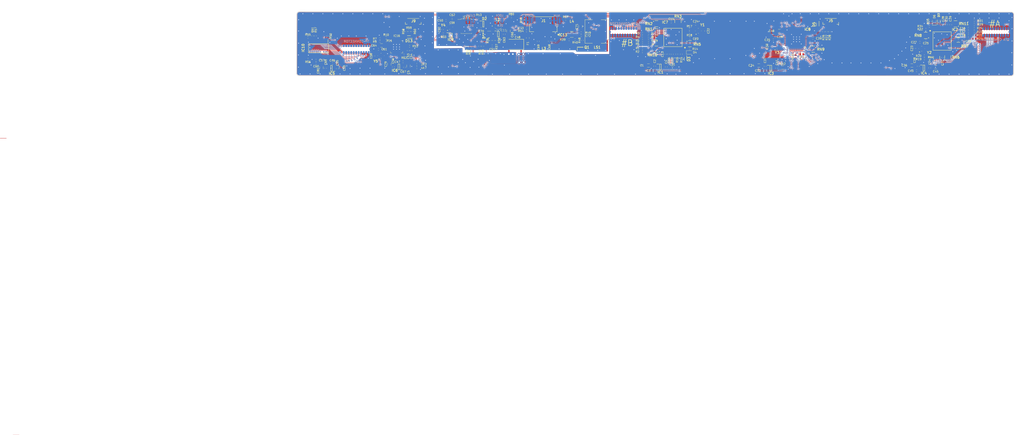
<source format=kicad_pcb>
(kicad_pcb (version 20171130) (host pcbnew "(5.1.8)-1")

  (general
    (thickness 1.6)
    (drawings 32)
    (tracks 4213)
    (zones 0)
    (modules 263)
    (nets 253)
  )

  (page A3)
  (layers
    (0 F.Cu signal)
    (31 B.Cu signal)
    (32 B.Adhes user)
    (33 F.Adhes user)
    (34 B.Paste user)
    (35 F.Paste user)
    (36 B.SilkS user)
    (37 F.SilkS user)
    (38 B.Mask user hide)
    (39 F.Mask user hide)
    (40 Dwgs.User user)
    (41 Cmts.User user)
    (42 Eco1.User user hide)
    (43 Eco2.User user)
    (44 Edge.Cuts user)
    (45 Margin user)
    (46 B.CrtYd user)
    (47 F.CrtYd user hide)
    (48 B.Fab user)
    (49 F.Fab user hide)
  )

  (setup
    (last_trace_width 0.25)
    (user_trace_width 0.15)
    (user_trace_width 0.2)
    (user_trace_width 0.25)
    (user_trace_width 0.4)
    (user_trace_width 0.6)
    (user_trace_width 0.8)
    (trace_clearance 0.2)
    (zone_clearance 0.15)
    (zone_45_only no)
    (trace_min 0.15)
    (via_size 0.8)
    (via_drill 0.4)
    (via_min_size 0.25)
    (via_min_drill 0.3)
    (uvia_size 0.3)
    (uvia_drill 0.1)
    (uvias_allowed no)
    (uvia_min_size 0.2)
    (uvia_min_drill 0.1)
    (edge_width 0.05)
    (segment_width 0.2)
    (pcb_text_width 0.3)
    (pcb_text_size 1.5 1.5)
    (mod_edge_width 0.12)
    (mod_text_size 1 1)
    (mod_text_width 0.15)
    (pad_size 0.875 0.95)
    (pad_drill 0)
    (pad_to_mask_clearance 0.051)
    (solder_mask_min_width 0.25)
    (aux_axis_origin 182.01 -93.91)
    (visible_elements 7FFFFFFF)
    (pcbplotparams
      (layerselection 0x310ff_ffffffff)
      (usegerberextensions false)
      (usegerberattributes false)
      (usegerberadvancedattributes false)
      (creategerberjobfile false)
      (excludeedgelayer true)
      (linewidth 0.100000)
      (plotframeref false)
      (viasonmask false)
      (mode 1)
      (useauxorigin false)
      (hpglpennumber 1)
      (hpglpenspeed 20)
      (hpglpendiameter 15.000000)
      (psnegative false)
      (psa4output false)
      (plotreference true)
      (plotvalue true)
      (plotinvisibletext false)
      (padsonsilk false)
      (subtractmaskfromsilk false)
      (outputformat 1)
      (mirror false)
      (drillshape 0)
      (scaleselection 1)
      (outputdirectory "GERBER/Footprint position/"))
  )

  (net 0 "")
  (net 1 GND)
  (net 2 "Net-(IC2-Pad3)")
  (net 3 USB_CONNECT)
  (net 4 "Net-(C12-Pad2)")
  (net 5 "Net-(IC2-Pad4)")
  (net 6 "Net-(IC2-Pad2)")
  (net 7 "Net-(C6-Pad2)")
  (net 8 "Net-(C6-Pad1)")
  (net 9 "Net-(C7-Pad2)")
  (net 10 "Net-(C7-Pad1)")
  (net 11 "Net-(C8-Pad2)")
  (net 12 "Net-(C8-Pad1)")
  (net 13 "Net-(C11-Pad2)")
  (net 14 "Net-(C11-Pad1)")
  (net 15 "Net-(C12-Pad1)")
  (net 16 "Net-(C13-Pad2)")
  (net 17 "Net-(C13-Pad1)")
  (net 18 "Net-(C16-Pad2)")
  (net 19 "Net-(C16-Pad1)")
  (net 20 "Net-(C17-Pad2)")
  (net 21 "Net-(C17-Pad1)")
  (net 22 "Net-(C18-Pad2)")
  (net 23 "Net-(C18-Pad1)")
  (net 24 "Net-(C19-Pad2)")
  (net 25 "Net-(C19-Pad1)")
  (net 26 "Net-(C22-Pad1)")
  (net 27 "Net-(C23-Pad1)")
  (net 28 "Net-(C24-Pad1)")
  (net 29 "Net-(C27-Pad1)")
  (net 30 "Net-(C29-Pad2)")
  (net 31 "Net-(C29-Pad1)")
  (net 32 "Net-(C30-Pad2)")
  (net 33 "Net-(C30-Pad1)")
  (net 34 "Net-(C33-Pad1)")
  (net 35 "Net-(C35-Pad1)")
  (net 36 "Net-(C40-Pad1)")
  (net 37 "Net-(C50-Pad1)")
  (net 38 "Net-(C51-Pad2)")
  (net 39 "Net-(C58-Pad1)")
  (net 40 "Net-(C61-Pad2)")
  (net 41 "Net-(C64-Pad2)")
  (net 42 "Net-(C73-Pad1)")
  (net 43 "Net-(D3-Pad1)")
  (net 44 "Net-(D4-Pad2)")
  (net 45 "Net-(D5-Pad2)")
  (net 46 "Net-(D6-Pad2)")
  (net 47 "Net-(D6-Pad1)")
  (net 48 "Net-(D9-Pad2)")
  (net 49 "Net-(D10-Pad2)")
  (net 50 "Net-(D13-Pad2)")
  (net 51 "Net-(IC2-Pad44)")
  (net 52 "Net-(IC2-Pad43)")
  (net 53 "Net-(IC2-Pad41)")
  (net 54 "Net-(IC2-Pad26)")
  (net 55 "Net-(IC2-Pad25)")
  (net 56 "Net-(IC2-Pad24)")
  (net 57 "Net-(IC2-Pad23)")
  (net 58 "Net-(IC2-Pad22)")
  (net 59 "Net-(IC2-Pad21)")
  (net 60 "Net-(IC2-Pad20)")
  (net 61 "Net-(IC2-Pad19)")
  (net 62 "Net-(IC2-Pad12)")
  (net 63 "Net-(IC2-Pad11)")
  (net 64 "Net-(IC2-Pad1)")
  (net 65 USB_DATA_TP)
  (net 66 USB_DATA_CL)
  (net 67 USB_SELECT_CL)
  (net 68 USB_SELECT_TP)
  (net 69 "Net-(IC7-Pad44)")
  (net 70 "Net-(IC7-Pad43)")
  (net 71 "Net-(IC7-Pad41)")
  (net 72 "Net-(IC7-Pad26)")
  (net 73 "Net-(IC7-Pad25)")
  (net 74 "Net-(IC7-Pad24)")
  (net 75 "Net-(IC7-Pad23)")
  (net 76 "Net-(IC7-Pad22)")
  (net 77 "Net-(IC7-Pad21)")
  (net 78 "Net-(IC7-Pad20)")
  (net 79 "Net-(IC7-Pad19)")
  (net 80 "Net-(IC7-Pad12)")
  (net 81 "Net-(IC7-Pad11)")
  (net 82 "Net-(IC7-Pad4)")
  (net 83 "Net-(IC7-Pad3)")
  (net 84 "Net-(IC7-Pad2)")
  (net 85 "Net-(IC7-Pad1)")
  (net 86 "Net-(IC8-Pad41)")
  (net 87 PWM_4KHz)
  (net 88 "Net-(IC8-Pad14)")
  (net 89 "Net-(IC8-Pad11)")
  (net 90 "Net-(IC8-Pad10)")
  (net 91 "Net-(IC8-Pad9)")
  (net 92 "Net-(IC8-Pad5)")
  (net 93 "Net-(IC8-Pad4)")
  (net 94 "Net-(J5-Pad5)")
  (net 95 "Net-(J5-Pad4)")
  (net 96 "Net-(J9-Pad5)")
  (net 97 "Net-(J9-Pad4)")
  (net 98 "Net-(LS1-Pad1)")
  (net 99 USB_READY_TP)
  (net 100 USB_VERNUM)
  (net 101 USB_CAPSLOCK)
  (net 102 "Net-(C63-Pad1)")
  (net 103 "Net-(IC16-Pad23)")
  (net 104 "Net-(C56-Pad1)")
  (net 105 "Net-(C65-Pad1)")
  (net 106 "Net-(C72-Pad2)")
  (net 107 "Net-(IC10-Pad1)")
  (net 108 RX9)
  (net 109 RX10)
  (net 110 RX11)
  (net 111 RX12)
  (net 112 RX13)
  (net 113 RX8)
  (net 114 RX7)
  (net 115 RX6)
  (net 116 RX5)
  (net 117 RX4)
  (net 118 RX3)
  (net 119 RX0)
  (net 120 RX14)
  (net 121 RX2)
  (net 122 RX1)
  (net 123 "Net-(IC2-Pad10)")
  (net 124 "Net-(IC7-Pad10)")
  (net 125 "Net-(IC8-Pad34)")
  (net 126 "Net-(IC8-Pad33)")
  (net 127 "Net-(IC8-Pad24)")
  (net 128 "Net-(IC8-Pad13)")
  (net 129 "Net-(IC8-Pad12)")
  (net 130 "Net-(IC8-Pad1)")
  (net 131 "Net-(IC10-Pad28)")
  (net 132 "Net-(IC10-Pad27)")
  (net 133 "Net-(IC10-Pad10)")
  (net 134 "Net-(IC10-Pad9)")
  (net 135 "Net-(IC10-Pad6)")
  (net 136 "Net-(IC16-Pad1)")
  (net 137 "Net-(IC16-Pad2)")
  (net 138 "Net-(IC16-Pad14)")
  (net 139 "Net-(IC16-Pad15)")
  (net 140 "Net-(IC16-Pad20)")
  (net 141 "Net-(IC16-Pad21)")
  (net 142 "Net-(IC16-Pad27)")
  (net 143 "Net-(J5-PadMP2)")
  (net 144 "Net-(J5-PadMP1)")
  (net 145 "Net-(J9-PadMP2)")
  (net 146 "Net-(J9-PadMP1)")
  (net 147 QTB_Y5)
  (net 148 QTB_Y4)
  (net 149 QTA_Y4)
  (net 150 QTA_Y5)
  (net 151 QTB_X7)
  (net 152 QTB_X6)
  (net 153 QTB_X5)
  (net 154 QTB_X4)
  (net 155 QTB_X3)
  (net 156 QTB_X2)
  (net 157 QTB_X1)
  (net 158 QTB_X0)
  (net 159 QTB_Y0)
  (net 160 QTB_Y1)
  (net 161 QTB_Y2)
  (net 162 QTB_Y3)
  (net 163 QTA_Y0)
  (net 164 QTA_Y1)
  (net 165 QTA_Y2)
  (net 166 QTA_Y3)
  (net 167 QTA_X3)
  (net 168 QTA_X2)
  (net 169 QTA_X1)
  (net 170 QTA_X0)
  (net 171 QTA_X7)
  (net 172 QTA_X6)
  (net 173 QTA_X5)
  (net 174 QTA_X4)
  (net 175 5V5)
  (net 176 "Net-(C14-Pad2)")
  (net 177 "Net-(C4-Pad1)")
  (net 178 "Net-(C21-Pad2)")
  (net 179 "Net-(C28-Pad2)")
  (net 180 "Net-(C39-Pad2)")
  (net 181 "Net-(C41-Pad1)")
  (net 182 "Net-(C44-Pad1)")
  (net 183 "Net-(C46-Pad2)")
  (net 184 "Net-(C47-Pad2)")
  (net 185 GND1)
  (net 186 "Net-(C51-Pad1)")
  (net 187 "Net-(C52-Pad1)")
  (net 188 "Net-(C53-Pad1)")
  (net 189 "Net-(C57-Pad1)")
  (net 190 "Net-(C59-Pad2)")
  (net 191 "Net-(C66-Pad1)")
  (net 192 "Net-(C70-Pad2)")
  (net 193 "Net-(D1-Pad2)")
  (net 194 "Net-(D2-Pad6)")
  (net 195 "Net-(D2-Pad5)")
  (net 196 "Net-(D2-Pad4)")
  (net 197 "Net-(D2-Pad3)")
  (net 198 "Net-(D2-Pad1)")
  (net 199 "Net-(D3-Pad2)")
  (net 200 "Net-(D5-Pad1)")
  (net 201 "Net-(D11-Pad2)")
  (net 202 "Net-(D13-Pad1)")
  (net 203 "Net-(IC8-Pad43)")
  (net 204 "Net-(IC8-Pad42)")
  (net 205 "Net-(IC8-Pad40)")
  (net 206 "Net-(IC8-Pad38)")
  (net 207 "Net-(IC8-Pad37)")
  (net 208 "Net-(IC8-Pad35)")
  (net 209 "Net-(IC8-Pad32)")
  (net 210 "Net-(IC8-Pad27)")
  (net 211 "Net-(IC8-Pad26)")
  (net 212 "Net-(IC8-Pad25)")
  (net 213 "Net-(IC8-Pad22)")
  (net 214 LEFT_CLICK)
  (net 215 INTERLOCK)
  (net 216 RIGHT_CLICK)
  (net 217 "Net-(IC8-Pad17)")
  (net 218 "Net-(IC8-Pad16)")
  (net 219 "Net-(IC8-Pad15)")
  (net 220 "Net-(IC8-Pad3)")
  (net 221 "Net-(IC8-Pad2)")
  (net 222 "Net-(IC12-Pad5)")
  (net 223 "Net-(IC9-Pad3)")
  (net 224 "Net-(IC10-Pad15)")
  (net 225 "Net-(IC10-Pad14)")
  (net 226 "Net-(IC10-Pad12)")
  (net 227 "Net-(IC10-Pad11)")
  (net 228 USB_READY_CL)
  (net 229 "Net-(IC12-Pad13)")
  (net 230 "Net-(IC12-Pad12)")
  (net 231 "Net-(IC12-Pad11)")
  (net 232 "Net-(IC12-Pad10)")
  (net 233 "Net-(IC12-Pad9)")
  (net 234 "Net-(IC12-Pad8)")
  (net 235 "Net-(IC13-Pad4)")
  (net 236 "Net-(IC13-Pad3)")
  (net 237 "Net-(IC13-Pad1)")
  (net 238 "Net-(IC16-Pad4)")
  (net 239 "Net-(IC16-Pad24)")
  (net 240 "Net-(IC16-Pad25)")
  (net 241 "Net-(IC16-Pad28)")
  (net 242 "Net-(R36-Pad2)")
  (net 243 "Net-(RN10-Pad8)")
  (net 244 "Net-(RN10-Pad7)")
  (net 245 "Net-(RN10-Pad4)")
  (net 246 "Net-(RN10-Pad3)")
  (net 247 "Net-(RN11-Pad8)")
  (net 248 "Net-(RN11-Pad7)")
  (net 249 "Net-(RN11-Pad4)")
  (net 250 "Net-(RN11-Pad3)")
  (net 251 "Net-(IC8-Pad8)")
  (net 252 "Net-(IC16-Pad22)")

  (net_class Default "This is the default net class."
    (clearance 0.2)
    (trace_width 0.25)
    (via_dia 0.8)
    (via_drill 0.4)
    (uvia_dia 0.3)
    (uvia_drill 0.1)
    (add_net 5V5)
    (add_net GND)
    (add_net GND1)
    (add_net INTERLOCK)
    (add_net LEFT_CLICK)
    (add_net "Net-(C11-Pad1)")
    (add_net "Net-(C11-Pad2)")
    (add_net "Net-(C12-Pad1)")
    (add_net "Net-(C12-Pad2)")
    (add_net "Net-(C13-Pad1)")
    (add_net "Net-(C13-Pad2)")
    (add_net "Net-(C14-Pad2)")
    (add_net "Net-(C16-Pad1)")
    (add_net "Net-(C16-Pad2)")
    (add_net "Net-(C17-Pad1)")
    (add_net "Net-(C17-Pad2)")
    (add_net "Net-(C18-Pad1)")
    (add_net "Net-(C18-Pad2)")
    (add_net "Net-(C19-Pad1)")
    (add_net "Net-(C19-Pad2)")
    (add_net "Net-(C21-Pad2)")
    (add_net "Net-(C22-Pad1)")
    (add_net "Net-(C23-Pad1)")
    (add_net "Net-(C24-Pad1)")
    (add_net "Net-(C27-Pad1)")
    (add_net "Net-(C28-Pad2)")
    (add_net "Net-(C29-Pad1)")
    (add_net "Net-(C29-Pad2)")
    (add_net "Net-(C30-Pad1)")
    (add_net "Net-(C30-Pad2)")
    (add_net "Net-(C33-Pad1)")
    (add_net "Net-(C35-Pad1)")
    (add_net "Net-(C39-Pad2)")
    (add_net "Net-(C4-Pad1)")
    (add_net "Net-(C40-Pad1)")
    (add_net "Net-(C41-Pad1)")
    (add_net "Net-(C44-Pad1)")
    (add_net "Net-(C46-Pad2)")
    (add_net "Net-(C47-Pad2)")
    (add_net "Net-(C50-Pad1)")
    (add_net "Net-(C51-Pad1)")
    (add_net "Net-(C51-Pad2)")
    (add_net "Net-(C52-Pad1)")
    (add_net "Net-(C53-Pad1)")
    (add_net "Net-(C56-Pad1)")
    (add_net "Net-(C57-Pad1)")
    (add_net "Net-(C58-Pad1)")
    (add_net "Net-(C59-Pad2)")
    (add_net "Net-(C6-Pad1)")
    (add_net "Net-(C6-Pad2)")
    (add_net "Net-(C61-Pad2)")
    (add_net "Net-(C63-Pad1)")
    (add_net "Net-(C64-Pad2)")
    (add_net "Net-(C65-Pad1)")
    (add_net "Net-(C66-Pad1)")
    (add_net "Net-(C7-Pad1)")
    (add_net "Net-(C7-Pad2)")
    (add_net "Net-(C70-Pad2)")
    (add_net "Net-(C72-Pad2)")
    (add_net "Net-(C73-Pad1)")
    (add_net "Net-(C8-Pad1)")
    (add_net "Net-(C8-Pad2)")
    (add_net "Net-(D1-Pad2)")
    (add_net "Net-(D10-Pad2)")
    (add_net "Net-(D11-Pad2)")
    (add_net "Net-(D13-Pad1)")
    (add_net "Net-(D13-Pad2)")
    (add_net "Net-(D2-Pad1)")
    (add_net "Net-(D2-Pad3)")
    (add_net "Net-(D2-Pad4)")
    (add_net "Net-(D2-Pad5)")
    (add_net "Net-(D2-Pad6)")
    (add_net "Net-(D3-Pad1)")
    (add_net "Net-(D3-Pad2)")
    (add_net "Net-(D4-Pad2)")
    (add_net "Net-(D5-Pad1)")
    (add_net "Net-(D5-Pad2)")
    (add_net "Net-(D6-Pad1)")
    (add_net "Net-(D6-Pad2)")
    (add_net "Net-(D9-Pad2)")
    (add_net "Net-(IC10-Pad1)")
    (add_net "Net-(IC10-Pad10)")
    (add_net "Net-(IC10-Pad11)")
    (add_net "Net-(IC10-Pad12)")
    (add_net "Net-(IC10-Pad14)")
    (add_net "Net-(IC10-Pad15)")
    (add_net "Net-(IC10-Pad27)")
    (add_net "Net-(IC10-Pad28)")
    (add_net "Net-(IC10-Pad6)")
    (add_net "Net-(IC10-Pad9)")
    (add_net "Net-(IC12-Pad10)")
    (add_net "Net-(IC12-Pad11)")
    (add_net "Net-(IC12-Pad12)")
    (add_net "Net-(IC12-Pad13)")
    (add_net "Net-(IC12-Pad5)")
    (add_net "Net-(IC12-Pad8)")
    (add_net "Net-(IC12-Pad9)")
    (add_net "Net-(IC13-Pad1)")
    (add_net "Net-(IC13-Pad3)")
    (add_net "Net-(IC13-Pad4)")
    (add_net "Net-(IC16-Pad1)")
    (add_net "Net-(IC16-Pad14)")
    (add_net "Net-(IC16-Pad15)")
    (add_net "Net-(IC16-Pad2)")
    (add_net "Net-(IC16-Pad20)")
    (add_net "Net-(IC16-Pad21)")
    (add_net "Net-(IC16-Pad22)")
    (add_net "Net-(IC16-Pad23)")
    (add_net "Net-(IC16-Pad24)")
    (add_net "Net-(IC16-Pad25)")
    (add_net "Net-(IC16-Pad27)")
    (add_net "Net-(IC16-Pad28)")
    (add_net "Net-(IC16-Pad4)")
    (add_net "Net-(IC2-Pad1)")
    (add_net "Net-(IC2-Pad10)")
    (add_net "Net-(IC2-Pad11)")
    (add_net "Net-(IC2-Pad12)")
    (add_net "Net-(IC2-Pad19)")
    (add_net "Net-(IC2-Pad2)")
    (add_net "Net-(IC2-Pad20)")
    (add_net "Net-(IC2-Pad21)")
    (add_net "Net-(IC2-Pad22)")
    (add_net "Net-(IC2-Pad23)")
    (add_net "Net-(IC2-Pad24)")
    (add_net "Net-(IC2-Pad25)")
    (add_net "Net-(IC2-Pad26)")
    (add_net "Net-(IC2-Pad3)")
    (add_net "Net-(IC2-Pad4)")
    (add_net "Net-(IC2-Pad41)")
    (add_net "Net-(IC2-Pad43)")
    (add_net "Net-(IC2-Pad44)")
    (add_net "Net-(IC7-Pad1)")
    (add_net "Net-(IC7-Pad10)")
    (add_net "Net-(IC7-Pad11)")
    (add_net "Net-(IC7-Pad12)")
    (add_net "Net-(IC7-Pad19)")
    (add_net "Net-(IC7-Pad2)")
    (add_net "Net-(IC7-Pad20)")
    (add_net "Net-(IC7-Pad21)")
    (add_net "Net-(IC7-Pad22)")
    (add_net "Net-(IC7-Pad23)")
    (add_net "Net-(IC7-Pad24)")
    (add_net "Net-(IC7-Pad25)")
    (add_net "Net-(IC7-Pad26)")
    (add_net "Net-(IC7-Pad3)")
    (add_net "Net-(IC7-Pad4)")
    (add_net "Net-(IC7-Pad41)")
    (add_net "Net-(IC7-Pad43)")
    (add_net "Net-(IC7-Pad44)")
    (add_net "Net-(IC8-Pad1)")
    (add_net "Net-(IC8-Pad10)")
    (add_net "Net-(IC8-Pad11)")
    (add_net "Net-(IC8-Pad12)")
    (add_net "Net-(IC8-Pad13)")
    (add_net "Net-(IC8-Pad14)")
    (add_net "Net-(IC8-Pad15)")
    (add_net "Net-(IC8-Pad16)")
    (add_net "Net-(IC8-Pad17)")
    (add_net "Net-(IC8-Pad2)")
    (add_net "Net-(IC8-Pad22)")
    (add_net "Net-(IC8-Pad24)")
    (add_net "Net-(IC8-Pad25)")
    (add_net "Net-(IC8-Pad26)")
    (add_net "Net-(IC8-Pad27)")
    (add_net "Net-(IC8-Pad3)")
    (add_net "Net-(IC8-Pad32)")
    (add_net "Net-(IC8-Pad33)")
    (add_net "Net-(IC8-Pad34)")
    (add_net "Net-(IC8-Pad35)")
    (add_net "Net-(IC8-Pad37)")
    (add_net "Net-(IC8-Pad38)")
    (add_net "Net-(IC8-Pad4)")
    (add_net "Net-(IC8-Pad40)")
    (add_net "Net-(IC8-Pad41)")
    (add_net "Net-(IC8-Pad42)")
    (add_net "Net-(IC8-Pad43)")
    (add_net "Net-(IC8-Pad5)")
    (add_net "Net-(IC8-Pad8)")
    (add_net "Net-(IC8-Pad9)")
    (add_net "Net-(IC9-Pad3)")
    (add_net "Net-(J5-Pad4)")
    (add_net "Net-(J5-Pad5)")
    (add_net "Net-(J5-PadMP1)")
    (add_net "Net-(J5-PadMP2)")
    (add_net "Net-(J9-Pad4)")
    (add_net "Net-(J9-Pad5)")
    (add_net "Net-(J9-PadMP1)")
    (add_net "Net-(J9-PadMP2)")
    (add_net "Net-(LS1-Pad1)")
    (add_net "Net-(R36-Pad2)")
    (add_net "Net-(RN10-Pad3)")
    (add_net "Net-(RN10-Pad4)")
    (add_net "Net-(RN10-Pad7)")
    (add_net "Net-(RN10-Pad8)")
    (add_net "Net-(RN11-Pad3)")
    (add_net "Net-(RN11-Pad4)")
    (add_net "Net-(RN11-Pad7)")
    (add_net "Net-(RN11-Pad8)")
    (add_net PWM_4KHz)
    (add_net QTA_X0)
    (add_net QTA_X1)
    (add_net QTA_X2)
    (add_net QTA_X3)
    (add_net QTA_X4)
    (add_net QTA_X5)
    (add_net QTA_X6)
    (add_net QTA_X7)
    (add_net QTA_Y0)
    (add_net QTA_Y1)
    (add_net QTA_Y2)
    (add_net QTA_Y3)
    (add_net QTA_Y4)
    (add_net QTA_Y5)
    (add_net QTB_X0)
    (add_net QTB_X1)
    (add_net QTB_X2)
    (add_net QTB_X3)
    (add_net QTB_X4)
    (add_net QTB_X5)
    (add_net QTB_X6)
    (add_net QTB_X7)
    (add_net QTB_Y0)
    (add_net QTB_Y1)
    (add_net QTB_Y2)
    (add_net QTB_Y3)
    (add_net QTB_Y4)
    (add_net QTB_Y5)
    (add_net RIGHT_CLICK)
    (add_net RX0)
    (add_net RX1)
    (add_net RX10)
    (add_net RX11)
    (add_net RX12)
    (add_net RX13)
    (add_net RX14)
    (add_net RX2)
    (add_net RX3)
    (add_net RX4)
    (add_net RX5)
    (add_net RX6)
    (add_net RX7)
    (add_net RX8)
    (add_net RX9)
    (add_net USB_CAPSLOCK)
    (add_net USB_CONNECT)
    (add_net USB_DATA_CL)
    (add_net USB_DATA_TP)
    (add_net USB_READY_CL)
    (add_net USB_READY_TP)
    (add_net USB_SELECT_CL)
    (add_net USB_SELECT_TP)
    (add_net USB_VERNUM)
  )

  (module Resistor_SMD:R_0603_1608Metric (layer F.Cu) (tedit 5FAA5665) (tstamp 5FAA478C)
    (at 130.85 89.7)
    (descr "Resistor SMD 0603 (1608 Metric), square (rectangular) end terminal, IPC_7351 nominal, (Body size source: http://www.tortai-tech.com/upload/download/2011102023233369053.pdf), generated with kicad-footprint-generator")
    (tags resistor)
    (path /5EBC4DB4)
    (attr smd)
    (fp_text reference R80 (at 0 -1.43) (layer F.SilkS)
      (effects (font (size 1 1) (thickness 0.15)))
    )
    (fp_text value 270 (at 0 1.43) (layer F.Fab)
      (effects (font (size 1 1) (thickness 0.15)))
    )
    (fp_line (start 1.48 0.73) (end -1.48 0.73) (layer F.CrtYd) (width 0.05))
    (fp_line (start 1.48 -0.73) (end 1.48 0.73) (layer F.CrtYd) (width 0.05))
    (fp_line (start -1.48 -0.73) (end 1.48 -0.73) (layer F.CrtYd) (width 0.05))
    (fp_line (start -1.48 0.73) (end -1.48 -0.73) (layer F.CrtYd) (width 0.05))
    (fp_line (start -0.162779 0.51) (end 0.162779 0.51) (layer F.SilkS) (width 0.12))
    (fp_line (start -0.162779 -0.51) (end 0.162779 -0.51) (layer F.SilkS) (width 0.12))
    (fp_line (start 0.8 0.4) (end -0.8 0.4) (layer F.Fab) (width 0.1))
    (fp_line (start 0.8 -0.4) (end 0.8 0.4) (layer F.Fab) (width 0.1))
    (fp_line (start -0.8 -0.4) (end 0.8 -0.4) (layer F.Fab) (width 0.1))
    (fp_line (start -0.8 0.4) (end -0.8 -0.4) (layer F.Fab) (width 0.1))
    (fp_text user %R (at 0 0) (layer F.Fab)
      (effects (font (size 0.4 0.4) (thickness 0.06)))
    )
    (pad 1 smd roundrect (at -0.7875 0) (size 0.875 0.95) (layers F.Cu F.Paste F.Mask) (roundrect_rratio 0.25)
      (net 49 "Net-(D10-Pad2)"))
    (pad 2 smd roundrect (at 0.7875 0) (size 0.875 0.95) (layers F.Cu F.Paste F.Mask) (roundrect_rratio 0.25)
      (net 88 "Net-(IC8-Pad14)"))
    (model ${KISYS3DMOD}/Resistor_SMD.3dshapes/R_0603_1608Metric.wrl
      (at (xyz 0 0 0))
      (scale (xyz 1 1 1))
      (rotate (xyz 0 0 0))
    )
  )

  (module SamacSys_Parts:LED1608 (layer B.Cu) (tedit 5EEB8CDF) (tstamp 5FAA477A)
    (at 124.4525 91.4175)
    (path /5EC03102)
    (fp_text reference D11 (at 0.6975 2.6325) (layer B.SilkS)
      (effects (font (size 1 1) (thickness 0.15)) (justify mirror))
    )
    (fp_text value LOCK (at 1.27 3.81) (layer B.Fab)
      (effects (font (size 1 1) (thickness 0.15)) (justify mirror))
    )
    (pad 1 smd rect (at -1.016 0.0825) (size 1.2 2.8) (layers B.Cu B.Paste B.Mask)
      (net 185 GND1))
    (pad 2 smd rect (at 1.7475 0.0825) (size 1.2 2.8) (layers B.Cu B.Paste B.Mask)
      (net 49 "Net-(D10-Pad2)"))
  )

  (module AutoGenerated:MountingHole_0.75mm (layer F.Cu) (tedit 0) (tstamp 5EB2CC4C)
    (at 49.379 105.4105)
    (attr virtual)
    (fp_text reference "" (at 0 0) (layer F.SilkS)
      (effects (font (size 1.27 1.27) (thickness 0.15)))
    )
    (fp_text value "" (at 0 0) (layer F.SilkS)
      (effects (font (size 1.27 1.27) (thickness 0.15)))
    )
    (pad "" np_thru_hole circle (at 0 0) (size 0.75 0.75) (drill 0.75) (layers *.Cu *.Mask))
  )

  (module Resistor_SMD:R_0603_1608Metric (layer F.Cu) (tedit 5B301BBD) (tstamp 5EE965CE)
    (at 116.242 104.6125 270)
    (descr "Resistor SMD 0603 (1608 Metric), square (rectangular) end terminal, IPC_7351 nominal, (Body size source: http://www.tortai-tech.com/upload/download/2011102023233369053.pdf), generated with kicad-footprint-generator")
    (tags resistor)
    (path /5FC26BC2/60016E3B)
    (attr smd)
    (fp_text reference R45 (at 2.9375 -0.058 90) (layer F.SilkS)
      (effects (font (size 1 1) (thickness 0.15)))
    )
    (fp_text value 10K (at 0 1.43 90) (layer F.Fab)
      (effects (font (size 1 1) (thickness 0.15)))
    )
    (fp_line (start -0.8 0.4) (end -0.8 -0.4) (layer F.Fab) (width 0.1))
    (fp_line (start -0.8 -0.4) (end 0.8 -0.4) (layer F.Fab) (width 0.1))
    (fp_line (start 0.8 -0.4) (end 0.8 0.4) (layer F.Fab) (width 0.1))
    (fp_line (start 0.8 0.4) (end -0.8 0.4) (layer F.Fab) (width 0.1))
    (fp_line (start -0.162779 -0.51) (end 0.162779 -0.51) (layer F.SilkS) (width 0.12))
    (fp_line (start -0.162779 0.51) (end 0.162779 0.51) (layer F.SilkS) (width 0.12))
    (fp_line (start -1.48 0.73) (end -1.48 -0.73) (layer F.CrtYd) (width 0.05))
    (fp_line (start -1.48 -0.73) (end 1.48 -0.73) (layer F.CrtYd) (width 0.05))
    (fp_line (start 1.48 -0.73) (end 1.48 0.73) (layer F.CrtYd) (width 0.05))
    (fp_line (start 1.48 0.73) (end -1.48 0.73) (layer F.CrtYd) (width 0.05))
    (fp_text user %R (at 0 0 90) (layer F.Fab)
      (effects (font (size 0.4 0.4) (thickness 0.06)))
    )
    (pad 2 smd roundrect (at 0.7875 0 270) (size 0.875 0.95) (layers F.Cu F.Paste F.Mask) (roundrect_rratio 0.25)
      (net 223 "Net-(IC9-Pad3)"))
    (pad 1 smd roundrect (at -0.7875 0 270) (size 0.875 0.95) (layers F.Cu F.Paste F.Mask) (roundrect_rratio 0.25)
      (net 192 "Net-(C70-Pad2)"))
    (model ${KISYS3DMOD}/Resistor_SMD.3dshapes/R_0603_1608Metric.wrl
      (at (xyz 0 0 0))
      (scale (xyz 1 1 1))
      (rotate (xyz 0 0 0))
    )
  )

  (module Package_SO:SSOP-20_5.3x7.2mm_P0.65mm (layer F.Cu) (tedit 5D9F72B1) (tstamp 5EE9618C)
    (at 107.987 94.427)
    (descr "SSOP, 20 Pin (http://ww1.microchip.com/downloads/en/DeviceDoc/40001800C.pdf), generated with kicad-footprint-generator ipc_gullwing_generator.py")
    (tags "SSOP SO")
    (path /5FC26BC2/5FF0A82A)
    (attr smd)
    (fp_text reference IC12 (at -0.087 -4.727) (layer F.SilkS)
      (effects (font (size 1 1) (thickness 0.15)))
    )
    (fp_text value PIC18F14K50T-I_SO (at 0 7.35) (layer F.Fab)
      (effects (font (size 1 1) (thickness 0.15)))
    )
    (fp_line (start 0 3.71) (end 2.76 3.71) (layer F.SilkS) (width 0.12))
    (fp_line (start 2.76 3.71) (end 2.76 3.435) (layer F.SilkS) (width 0.12))
    (fp_line (start 0 3.71) (end -2.76 3.71) (layer F.SilkS) (width 0.12))
    (fp_line (start -2.76 3.71) (end -2.76 3.435) (layer F.SilkS) (width 0.12))
    (fp_line (start 0 -3.71) (end 2.76 -3.71) (layer F.SilkS) (width 0.12))
    (fp_line (start 2.76 -3.71) (end 2.76 -3.435) (layer F.SilkS) (width 0.12))
    (fp_line (start 0 -3.71) (end -2.76 -3.71) (layer F.SilkS) (width 0.12))
    (fp_line (start -2.76 -3.71) (end -2.76 -3.435) (layer F.SilkS) (width 0.12))
    (fp_line (start -2.76 -3.435) (end -4.45 -3.435) (layer F.SilkS) (width 0.12))
    (fp_line (start -1.65 -3.6) (end 2.65 -3.6) (layer F.Fab) (width 0.1))
    (fp_line (start 2.65 -3.6) (end 2.65 3.6) (layer F.Fab) (width 0.1))
    (fp_line (start 2.65 3.6) (end -2.65 3.6) (layer F.Fab) (width 0.1))
    (fp_line (start -2.65 3.6) (end -2.65 -2.6) (layer F.Fab) (width 0.1))
    (fp_line (start -2.65 -2.6) (end -1.65 -3.6) (layer F.Fab) (width 0.1))
    (fp_line (start -4.7 -3.85) (end -4.7 3.85) (layer F.CrtYd) (width 0.05))
    (fp_line (start -4.7 3.85) (end 4.7 3.85) (layer F.CrtYd) (width 0.05))
    (fp_line (start 4.7 3.85) (end 4.7 -3.85) (layer F.CrtYd) (width 0.05))
    (fp_line (start 4.7 -3.85) (end -4.7 -3.85) (layer F.CrtYd) (width 0.05))
    (fp_text user %R (at 0 0) (layer F.Fab)
      (effects (font (size 1 1) (thickness 0.15)))
    )
    (pad 20 smd roundrect (at 3.5 -2.925) (size 1.9 0.5) (layers F.Cu F.Paste F.Mask) (roundrect_rratio 0.25)
      (net 185 GND1))
    (pad 19 smd roundrect (at 3.5 -2.275) (size 1.9 0.5) (layers F.Cu F.Paste F.Mask) (roundrect_rratio 0.25)
      (net 198 "Net-(D2-Pad1)"))
    (pad 18 smd roundrect (at 3.5 -1.625) (size 1.9 0.5) (layers F.Cu F.Paste F.Mask) (roundrect_rratio 0.25)
      (net 197 "Net-(D2-Pad3)"))
    (pad 17 smd roundrect (at 3.5 -0.975) (size 1.9 0.5) (layers F.Cu F.Paste F.Mask) (roundrect_rratio 0.25)
      (net 192 "Net-(C70-Pad2)"))
    (pad 16 smd roundrect (at 3.5 -0.325) (size 1.9 0.5) (layers F.Cu F.Paste F.Mask) (roundrect_rratio 0.25)
      (net 101 USB_CAPSLOCK))
    (pad 15 smd roundrect (at 3.5 0.325) (size 1.9 0.5) (layers F.Cu F.Paste F.Mask) (roundrect_rratio 0.25)
      (net 100 USB_VERNUM))
    (pad 14 smd roundrect (at 3.5 0.975) (size 1.9 0.5) (layers F.Cu F.Paste F.Mask) (roundrect_rratio 0.25)
      (net 228 USB_READY_CL))
    (pad 13 smd roundrect (at 3.5 1.625) (size 1.9 0.5) (layers F.Cu F.Paste F.Mask) (roundrect_rratio 0.25)
      (net 229 "Net-(IC12-Pad13)"))
    (pad 12 smd roundrect (at 3.5 2.275) (size 1.9 0.5) (layers F.Cu F.Paste F.Mask) (roundrect_rratio 0.25)
      (net 230 "Net-(IC12-Pad12)"))
    (pad 11 smd roundrect (at 3.5 2.925) (size 1.9 0.5) (layers F.Cu F.Paste F.Mask) (roundrect_rratio 0.25)
      (net 231 "Net-(IC12-Pad11)"))
    (pad 10 smd roundrect (at -3.5 2.925) (size 1.9 0.5) (layers F.Cu F.Paste F.Mask) (roundrect_rratio 0.25)
      (net 232 "Net-(IC12-Pad10)"))
    (pad 9 smd roundrect (at -3.5 2.275) (size 1.9 0.5) (layers F.Cu F.Paste F.Mask) (roundrect_rratio 0.25)
      (net 233 "Net-(IC12-Pad9)"))
    (pad 8 smd roundrect (at -3.5 1.625) (size 1.9 0.5) (layers F.Cu F.Paste F.Mask) (roundrect_rratio 0.25)
      (net 234 "Net-(IC12-Pad8)"))
    (pad 7 smd roundrect (at -3.5 0.975) (size 1.9 0.5) (layers F.Cu F.Paste F.Mask) (roundrect_rratio 0.25)
      (net 3 USB_CONNECT))
    (pad 6 smd roundrect (at -3.5 0.325) (size 1.9 0.5) (layers F.Cu F.Paste F.Mask) (roundrect_rratio 0.25)
      (net 185 GND1))
    (pad 5 smd roundrect (at -3.5 -0.325) (size 1.9 0.5) (layers F.Cu F.Paste F.Mask) (roundrect_rratio 0.25)
      (net 222 "Net-(IC12-Pad5)"))
    (pad 4 smd roundrect (at -3.5 -0.975) (size 1.9 0.5) (layers F.Cu F.Paste F.Mask) (roundrect_rratio 0.25)
      (net 190 "Net-(C59-Pad2)"))
    (pad 3 smd roundrect (at -3.5 -1.625) (size 1.9 0.5) (layers F.Cu F.Paste F.Mask) (roundrect_rratio 0.25)
      (net 187 "Net-(C52-Pad1)"))
    (pad 2 smd roundrect (at -3.5 -2.275) (size 1.9 0.5) (layers F.Cu F.Paste F.Mask) (roundrect_rratio 0.25)
      (net 37 "Net-(C50-Pad1)"))
    (pad 1 smd roundrect (at -3.5 -2.925) (size 1.9 0.5) (layers F.Cu F.Paste F.Mask) (roundrect_rratio 0.25)
      (net 190 "Net-(C59-Pad2)"))
    (model ${KISYS3DMOD}/Package_SO.3dshapes/SSOP-20_5.3x7.2mm_P0.65mm.wrl
      (at (xyz 0 0 0))
      (scale (xyz 1 1 1))
      (rotate (xyz 0 0 0))
    )
  )

  (module SamacSys_Parts:CAPPC7343X200N (layer F.Cu) (tedit 0) (tstamp 5EE95D33)
    (at 132.7 103.698 180)
    (descr cx)
    (tags Capacitor)
    (path /5FC26BC2/60181E39)
    (attr smd)
    (fp_text reference C48 (at -1.3 3.648) (layer F.SilkS)
      (effects (font (size 1 1) (thickness 0.15)))
    )
    (fp_text value "100µ 10V" (at 0 1.82) (layer F.Fab)
      (effects (font (size 1 1) (thickness 0.15)))
    )
    (fp_line (start -4.55 -2.7) (end 4.55 -2.7) (layer F.CrtYd) (width 0.05))
    (fp_line (start 4.55 -2.7) (end 4.55 2.7) (layer F.CrtYd) (width 0.05))
    (fp_line (start 4.55 2.7) (end -4.55 2.7) (layer F.CrtYd) (width 0.05))
    (fp_line (start -4.55 2.7) (end -4.55 -2.7) (layer F.CrtYd) (width 0.05))
    (fp_line (start -3.65 -2.15) (end 3.65 -2.15) (layer F.Fab) (width 0.1))
    (fp_line (start 3.65 -2.15) (end 3.65 2.15) (layer F.Fab) (width 0.1))
    (fp_line (start 3.65 2.15) (end -3.65 2.15) (layer F.Fab) (width 0.1))
    (fp_line (start -3.65 2.15) (end -3.65 -2.15) (layer F.Fab) (width 0.1))
    (fp_line (start -3.65 -1.15) (end -2.65 -2.15) (layer F.Fab) (width 0.1))
    (fp_line (start 3.1 -2.6) (end -4.45 -2.6) (layer F.SilkS) (width 0.2))
    (fp_line (start -4.45 -2.6) (end -4.45 2.6) (layer F.SilkS) (width 0.2))
    (fp_line (start -4.45 2.6) (end 3.1 2.6) (layer F.SilkS) (width 0.2))
    (fp_text user %R (at 0 0) (layer F.Fab)
      (effects (font (size 0.8 0.8) (thickness 0.12)))
    )
    (pad 1 smd rect (at -3.1 0 180) (size 2 4.5) (layers F.Cu F.Paste F.Mask)
      (net 175 5V5))
    (pad 2 smd rect (at 3.1 0 180) (size 2 4.5) (layers F.Cu F.Paste F.Mask)
      (net 185 GND1))
    (model C:\SamacSys_PCB_Library\KiCad\SamacSys_Parts.3dshapes\EEFCX1A101R.stp
      (at (xyz 0 0 0))
      (scale (xyz 1 1 1))
      (rotate (xyz 0 0 0))
    )
  )

  (module SamacSys_Parts:MBRM110LT1G (layer F.Cu) (tedit 0) (tstamp 5EEBA762)
    (at 119.544 98.258 90)
    (descr "POWERMITE CASE 457−04 ISSUE F")
    (tags Diode)
    (attr smd)
    (fp_text reference D** (at -1.042 -2.644 90) (layer F.SilkS)
      (effects (font (size 1.27 1.27) (thickness 0.254)))
    )
    (fp_text value MBRM110LT1G (at 0.19 0 90) (layer F.SilkS) hide
      (effects (font (size 1.27 1.27) (thickness 0.254)))
    )
    (fp_line (start 1.362 -0.95) (end 1.362 0.95) (layer F.SilkS) (width 0.1))
    (fp_line (start -2.018 0.1) (end -2.018 0.1) (layer F.SilkS) (width 0.2))
    (fp_line (start -2.018 -0.1) (end -2.018 -0.1) (layer F.SilkS) (width 0.2))
    (fp_line (start -3.118 2.27) (end -3.118 -2.27) (layer F.CrtYd) (width 0.1))
    (fp_line (start 3.499 2.27) (end -3.118 2.27) (layer F.CrtYd) (width 0.1))
    (fp_line (start 3.499 -2.27) (end 3.499 2.27) (layer F.CrtYd) (width 0.1))
    (fp_line (start -3.118 -2.27) (end 3.499 -2.27) (layer F.CrtYd) (width 0.1))
    (fp_line (start -0.818 0.95) (end -0.818 -0.95) (layer F.Fab) (width 0.2))
    (fp_line (start 1.362 0.95) (end -0.818 0.95) (layer F.Fab) (width 0.2))
    (fp_line (start 1.362 -0.95) (end 1.362 0.95) (layer F.Fab) (width 0.2))
    (fp_line (start -0.818 -0.95) (end 1.362 -0.95) (layer F.Fab) (width 0.2))
    (fp_arc (start -2.018 0) (end -2.018 0.1) (angle 180) (layer F.SilkS) (width 0.2))
    (fp_arc (start -2.018 0) (end -2.018 -0.1) (angle 180) (layer F.SilkS) (width 0.2))
    (fp_text user %R (at 0.19 0 90) (layer F.Fab)
      (effects (font (size 1.27 1.27) (thickness 0.254)))
    )
    (pad 2 smd rect (at 2.118 0 90) (size 0.762 1.27) (layers F.Cu F.Paste F.Mask))
    (pad 1 smd rect (at -0.233 0 180) (size 2.54 2.67) (layers F.Cu F.Paste F.Mask))
  )

  (module Capacitor_SMD:C_1206_3216Metric (layer F.Cu) (tedit 5B301BBE) (tstamp 5EE95E65)
    (at 129.323 96.843 270)
    (descr "Capacitor SMD 1206 (3216 Metric), square (rectangular) end terminal, IPC_7351 nominal, (Body size source: http://www.tortai-tech.com/upload/download/2011102023233369053.pdf), generated with kicad-footprint-generator")
    (tags capacitor)
    (path /5FC26BC2/60181E0E)
    (attr smd)
    (fp_text reference C66 (at 1.857 -1.977 90) (layer F.SilkS)
      (effects (font (size 1 1) (thickness 0.15)))
    )
    (fp_text value 15µ (at 0 1.43 90) (layer F.Fab)
      (effects (font (size 1 1) (thickness 0.15)))
    )
    (fp_line (start 2.28 1.12) (end -2.28 1.12) (layer F.CrtYd) (width 0.05))
    (fp_line (start 2.28 -1.12) (end 2.28 1.12) (layer F.CrtYd) (width 0.05))
    (fp_line (start -2.28 -1.12) (end 2.28 -1.12) (layer F.CrtYd) (width 0.05))
    (fp_line (start -2.28 1.12) (end -2.28 -1.12) (layer F.CrtYd) (width 0.05))
    (fp_line (start -0.602064 0.91) (end 0.602064 0.91) (layer F.SilkS) (width 0.12))
    (fp_line (start -0.602064 -0.91) (end 0.602064 -0.91) (layer F.SilkS) (width 0.12))
    (fp_line (start 1.6 0.8) (end -1.6 0.8) (layer F.Fab) (width 0.1))
    (fp_line (start 1.6 -0.8) (end 1.6 0.8) (layer F.Fab) (width 0.1))
    (fp_line (start -1.6 -0.8) (end 1.6 -0.8) (layer F.Fab) (width 0.1))
    (fp_line (start -1.6 0.8) (end -1.6 -0.8) (layer F.Fab) (width 0.1))
    (fp_text user %R (at 0 0 90) (layer F.Fab)
      (effects (font (size 0.4 0.4) (thickness 0.06)))
    )
    (pad 2 smd roundrect (at 1.4 0 270) (size 1.25 1.75) (layers F.Cu F.Paste F.Mask) (roundrect_rratio 0.2)
      (net 185 GND1))
    (pad 1 smd roundrect (at -1.4 0 270) (size 1.25 1.75) (layers F.Cu F.Paste F.Mask) (roundrect_rratio 0.2)
      (net 191 "Net-(C66-Pad1)"))
    (model ${KISYS3DMOD}/Capacitor_SMD.3dshapes/C_1206_3216Metric.wrl
      (at (xyz 0 0 0))
      (scale (xyz 1 1 1))
      (rotate (xyz 0 0 0))
    )
  )

  (module Capacitor_SMD:C_1206_3216Metric (layer F.Cu) (tedit 5B301BBE) (tstamp 5EE95EFE)
    (at 34.288 115.562 270)
    (descr "Capacitor SMD 1206 (3216 Metric), square (rectangular) end terminal, IPC_7351 nominal, (Body size source: http://www.tortai-tech.com/upload/download/2011102023233369053.pdf), generated with kicad-footprint-generator")
    (tags capacitor)
    (path /5F0911BA/60DB8559)
    (attr smd)
    (fp_text reference C80 (at 1.588 1.72 90) (layer F.SilkS)
      (effects (font (size 1 1) (thickness 0.15)))
    )
    (fp_text value 15µ (at 0 1.82 90) (layer F.Fab)
      (effects (font (size 1 1) (thickness 0.15)))
    )
    (fp_line (start 2.28 1.12) (end -2.28 1.12) (layer F.CrtYd) (width 0.05))
    (fp_line (start 2.28 -1.12) (end 2.28 1.12) (layer F.CrtYd) (width 0.05))
    (fp_line (start -2.28 -1.12) (end 2.28 -1.12) (layer F.CrtYd) (width 0.05))
    (fp_line (start -2.28 1.12) (end -2.28 -1.12) (layer F.CrtYd) (width 0.05))
    (fp_line (start -0.602064 0.91) (end 0.602064 0.91) (layer F.SilkS) (width 0.12))
    (fp_line (start -0.602064 -0.91) (end 0.602064 -0.91) (layer F.SilkS) (width 0.12))
    (fp_line (start 1.6 0.8) (end -1.6 0.8) (layer F.Fab) (width 0.1))
    (fp_line (start 1.6 -0.8) (end 1.6 0.8) (layer F.Fab) (width 0.1))
    (fp_line (start -1.6 -0.8) (end 1.6 -0.8) (layer F.Fab) (width 0.1))
    (fp_line (start -1.6 0.8) (end -1.6 -0.8) (layer F.Fab) (width 0.1))
    (fp_text user %R (at 0 0 90) (layer F.Fab)
      (effects (font (size 0.8 0.8) (thickness 0.12)))
    )
    (pad 2 smd roundrect (at 1.4 0 270) (size 1.25 1.75) (layers F.Cu F.Paste F.Mask) (roundrect_rratio 0.2)
      (net 1 GND))
    (pad 1 smd roundrect (at -1.4 0 270) (size 1.25 1.75) (layers F.Cu F.Paste F.Mask) (roundrect_rratio 0.2)
      (net 189 "Net-(C57-Pad1)"))
    (model ${KISYS3DMOD}/Capacitor_SMD.3dshapes/C_1206_3216Metric.wrl
      (at (xyz 0 0 0))
      (scale (xyz 1 1 1))
      (rotate (xyz 0 0 0))
    )
  )

  (module Capacitor_SMD:C_1206_3216Metric (layer F.Cu) (tedit 5B301BBE) (tstamp 5EE95EED)
    (at 68.744 113.734 90)
    (descr "Capacitor SMD 1206 (3216 Metric), square (rectangular) end terminal, IPC_7351 nominal, (Body size source: http://www.tortai-tech.com/upload/download/2011102023233369053.pdf), generated with kicad-footprint-generator")
    (tags capacitor)
    (path /5F0911BA/605E7119)
    (attr smd)
    (fp_text reference C79 (at 0 -1.82 90) (layer F.SilkS)
      (effects (font (size 1 1) (thickness 0.15)))
    )
    (fp_text value 15µ (at 0 1.82 90) (layer F.Fab)
      (effects (font (size 1 1) (thickness 0.15)))
    )
    (fp_line (start 2.28 1.12) (end -2.28 1.12) (layer F.CrtYd) (width 0.05))
    (fp_line (start 2.28 -1.12) (end 2.28 1.12) (layer F.CrtYd) (width 0.05))
    (fp_line (start -2.28 -1.12) (end 2.28 -1.12) (layer F.CrtYd) (width 0.05))
    (fp_line (start -2.28 1.12) (end -2.28 -1.12) (layer F.CrtYd) (width 0.05))
    (fp_line (start -0.602064 0.91) (end 0.602064 0.91) (layer F.SilkS) (width 0.12))
    (fp_line (start -0.602064 -0.91) (end 0.602064 -0.91) (layer F.SilkS) (width 0.12))
    (fp_line (start 1.6 0.8) (end -1.6 0.8) (layer F.Fab) (width 0.1))
    (fp_line (start 1.6 -0.8) (end 1.6 0.8) (layer F.Fab) (width 0.1))
    (fp_line (start -1.6 -0.8) (end 1.6 -0.8) (layer F.Fab) (width 0.1))
    (fp_line (start -1.6 0.8) (end -1.6 -0.8) (layer F.Fab) (width 0.1))
    (fp_text user %R (at 0 0 90) (layer F.Fab)
      (effects (font (size 0.8 0.8) (thickness 0.12)))
    )
    (pad 2 smd roundrect (at 1.4 0 90) (size 1.25 1.75) (layers F.Cu F.Paste F.Mask) (roundrect_rratio 0.2)
      (net 1 GND))
    (pad 1 smd roundrect (at -1.4 0 90) (size 1.25 1.75) (layers F.Cu F.Paste F.Mask) (roundrect_rratio 0.2)
      (net 188 "Net-(C53-Pad1)"))
    (model ${KISYS3DMOD}/Capacitor_SMD.3dshapes/C_1206_3216Metric.wrl
      (at (xyz 0 0 0))
      (scale (xyz 1 1 1))
      (rotate (xyz 0 0 0))
    )
  )

  (module Capacitor_SMD:C_1206_3216Metric (layer F.Cu) (tedit 5B301BBE) (tstamp 5EE95EBA)
    (at 165.993 94.561 90)
    (descr "Capacitor SMD 1206 (3216 Metric), square (rectangular) end terminal, IPC_7351 nominal, (Body size source: http://www.tortai-tech.com/upload/download/2011102023233369053.pdf), generated with kicad-footprint-generator")
    (tags capacitor)
    (path /5FC26BC2/60130EC5)
    (attr smd)
    (fp_text reference C71 (at 0 -1.82 90) (layer F.SilkS)
      (effects (font (size 1 1) (thickness 0.15)))
    )
    (fp_text value 15µ (at 0 1.82 90) (layer F.Fab)
      (effects (font (size 1 1) (thickness 0.15)))
    )
    (fp_line (start 2.28 1.12) (end -2.28 1.12) (layer F.CrtYd) (width 0.05))
    (fp_line (start 2.28 -1.12) (end 2.28 1.12) (layer F.CrtYd) (width 0.05))
    (fp_line (start -2.28 -1.12) (end 2.28 -1.12) (layer F.CrtYd) (width 0.05))
    (fp_line (start -2.28 1.12) (end -2.28 -1.12) (layer F.CrtYd) (width 0.05))
    (fp_line (start -0.602064 0.91) (end 0.602064 0.91) (layer F.SilkS) (width 0.12))
    (fp_line (start -0.602064 -0.91) (end 0.602064 -0.91) (layer F.SilkS) (width 0.12))
    (fp_line (start 1.6 0.8) (end -1.6 0.8) (layer F.Fab) (width 0.1))
    (fp_line (start 1.6 -0.8) (end 1.6 0.8) (layer F.Fab) (width 0.1))
    (fp_line (start -1.6 -0.8) (end 1.6 -0.8) (layer F.Fab) (width 0.1))
    (fp_line (start -1.6 0.8) (end -1.6 -0.8) (layer F.Fab) (width 0.1))
    (fp_text user %R (at 0 0 90) (layer F.Fab)
      (effects (font (size 0.8 0.8) (thickness 0.12)))
    )
    (pad 2 smd roundrect (at 1.4 0 90) (size 1.25 1.75) (layers F.Cu F.Paste F.Mask) (roundrect_rratio 0.2)
      (net 185 GND1))
    (pad 1 smd roundrect (at -1.4 0 90) (size 1.25 1.75) (layers F.Cu F.Paste F.Mask) (roundrect_rratio 0.2)
      (net 191 "Net-(C66-Pad1)"))
    (model ${KISYS3DMOD}/Capacitor_SMD.3dshapes/C_1206_3216Metric.wrl
      (at (xyz 0 0 0))
      (scale (xyz 1 1 1))
      (rotate (xyz 0 0 0))
    )
  )

  (module Capacitor_SMD:C_1206_3216Metric (layer F.Cu) (tedit 5B301BBE) (tstamp 5EE95E43)
    (at 64.828 104.152)
    (descr "Capacitor SMD 1206 (3216 Metric), square (rectangular) end terminal, IPC_7351 nominal, (Body size source: http://www.tortai-tech.com/upload/download/2011102023233369053.pdf), generated with kicad-footprint-generator")
    (tags capacitor)
    (path /5F0911BA/5F0DEE37)
    (attr smd)
    (fp_text reference C64 (at -3.878 0.098 180) (layer F.SilkS)
      (effects (font (size 1 1) (thickness 0.15)))
    )
    (fp_text value 10µ (at 0 1.82) (layer F.Fab)
      (effects (font (size 1 1) (thickness 0.15)))
    )
    (fp_line (start 2.28 1.12) (end -2.28 1.12) (layer F.CrtYd) (width 0.05))
    (fp_line (start 2.28 -1.12) (end 2.28 1.12) (layer F.CrtYd) (width 0.05))
    (fp_line (start -2.28 -1.12) (end 2.28 -1.12) (layer F.CrtYd) (width 0.05))
    (fp_line (start -2.28 1.12) (end -2.28 -1.12) (layer F.CrtYd) (width 0.05))
    (fp_line (start -0.602064 0.91) (end 0.602064 0.91) (layer F.SilkS) (width 0.12))
    (fp_line (start -0.602064 -0.91) (end 0.602064 -0.91) (layer F.SilkS) (width 0.12))
    (fp_line (start 1.6 0.8) (end -1.6 0.8) (layer F.Fab) (width 0.1))
    (fp_line (start 1.6 -0.8) (end 1.6 0.8) (layer F.Fab) (width 0.1))
    (fp_line (start -1.6 -0.8) (end 1.6 -0.8) (layer F.Fab) (width 0.1))
    (fp_line (start -1.6 0.8) (end -1.6 -0.8) (layer F.Fab) (width 0.1))
    (fp_text user %R (at 0 0) (layer F.Fab)
      (effects (font (size 0.8 0.8) (thickness 0.12)))
    )
    (pad 2 smd roundrect (at 1.4 0) (size 1.25 1.75) (layers F.Cu F.Paste F.Mask) (roundrect_rratio 0.2)
      (net 41 "Net-(C64-Pad2)"))
    (pad 1 smd roundrect (at -1.4 0) (size 1.25 1.75) (layers F.Cu F.Paste F.Mask) (roundrect_rratio 0.2)
      (net 1 GND))
    (model ${KISYS3DMOD}/Capacitor_SMD.3dshapes/C_1206_3216Metric.wrl
      (at (xyz 0 0 0))
      (scale (xyz 1 1 1))
      (rotate (xyz 0 0 0))
    )
  )

  (module Capacitor_SMD:C_1206_3216Metric (layer F.Cu) (tedit 5B301BBE) (tstamp 5EE95D00)
    (at 346.623 115.255)
    (descr "Capacitor SMD 1206 (3216 Metric), square (rectangular) end terminal, IPC_7351 nominal, (Body size source: http://www.tortai-tech.com/upload/download/2011102023233369053.pdf), generated with kicad-footprint-generator")
    (tags capacitor)
    (path /61307C22)
    (attr smd)
    (fp_text reference C45 (at 0 2.195) (layer F.SilkS)
      (effects (font (size 1 1) (thickness 0.15)))
    )
    (fp_text value 15µ (at 0 1.82) (layer F.Fab)
      (effects (font (size 1 1) (thickness 0.15)))
    )
    (fp_line (start 2.28 1.12) (end -2.28 1.12) (layer F.CrtYd) (width 0.05))
    (fp_line (start 2.28 -1.12) (end 2.28 1.12) (layer F.CrtYd) (width 0.05))
    (fp_line (start -2.28 -1.12) (end 2.28 -1.12) (layer F.CrtYd) (width 0.05))
    (fp_line (start -2.28 1.12) (end -2.28 -1.12) (layer F.CrtYd) (width 0.05))
    (fp_line (start -0.602064 0.91) (end 0.602064 0.91) (layer F.SilkS) (width 0.12))
    (fp_line (start -0.602064 -0.91) (end 0.602064 -0.91) (layer F.SilkS) (width 0.12))
    (fp_line (start 1.6 0.8) (end -1.6 0.8) (layer F.Fab) (width 0.1))
    (fp_line (start 1.6 -0.8) (end 1.6 0.8) (layer F.Fab) (width 0.1))
    (fp_line (start -1.6 -0.8) (end 1.6 -0.8) (layer F.Fab) (width 0.1))
    (fp_line (start -1.6 0.8) (end -1.6 -0.8) (layer F.Fab) (width 0.1))
    (fp_text user %R (at 0 0) (layer F.Fab)
      (effects (font (size 0.8 0.8) (thickness 0.12)))
    )
    (pad 2 smd roundrect (at 1.4 0) (size 1.25 1.75) (layers F.Cu F.Paste F.Mask) (roundrect_rratio 0.2)
      (net 1 GND))
    (pad 1 smd roundrect (at -1.4 0) (size 1.25 1.75) (layers F.Cu F.Paste F.Mask) (roundrect_rratio 0.2)
      (net 178 "Net-(C21-Pad2)"))
    (model ${KISYS3DMOD}/Capacitor_SMD.3dshapes/C_1206_3216Metric.wrl
      (at (xyz 0 0 0))
      (scale (xyz 1 1 1))
      (rotate (xyz 0 0 0))
    )
  )

  (module Capacitor_SMD:C_1206_3216Metric (layer F.Cu) (tedit 5B301BBE) (tstamp 5EE95CCD)
    (at 268.899 115.382)
    (descr "Capacitor SMD 1206 (3216 Metric), square (rectangular) end terminal, IPC_7351 nominal, (Body size source: http://www.tortai-tech.com/upload/download/2011102023233369053.pdf), generated with kicad-footprint-generator")
    (tags capacitor)
    (path /63DAD5E6)
    (attr smd)
    (fp_text reference C42 (at 0 -1.82) (layer F.SilkS)
      (effects (font (size 1 1) (thickness 0.15)))
    )
    (fp_text value 15µ (at 0 1.82) (layer F.Fab)
      (effects (font (size 1 1) (thickness 0.15)))
    )
    (fp_line (start 2.28 1.12) (end -2.28 1.12) (layer F.CrtYd) (width 0.05))
    (fp_line (start 2.28 -1.12) (end 2.28 1.12) (layer F.CrtYd) (width 0.05))
    (fp_line (start -2.28 -1.12) (end 2.28 -1.12) (layer F.CrtYd) (width 0.05))
    (fp_line (start -2.28 1.12) (end -2.28 -1.12) (layer F.CrtYd) (width 0.05))
    (fp_line (start -0.602064 0.91) (end 0.602064 0.91) (layer F.SilkS) (width 0.12))
    (fp_line (start -0.602064 -0.91) (end 0.602064 -0.91) (layer F.SilkS) (width 0.12))
    (fp_line (start 1.6 0.8) (end -1.6 0.8) (layer F.Fab) (width 0.1))
    (fp_line (start 1.6 -0.8) (end 1.6 0.8) (layer F.Fab) (width 0.1))
    (fp_line (start -1.6 -0.8) (end 1.6 -0.8) (layer F.Fab) (width 0.1))
    (fp_line (start -1.6 0.8) (end -1.6 -0.8) (layer F.Fab) (width 0.1))
    (fp_text user %R (at 0 0) (layer F.Fab)
      (effects (font (size 0.8 0.8) (thickness 0.12)))
    )
    (pad 2 smd roundrect (at 1.4 0) (size 1.25 1.75) (layers F.Cu F.Paste F.Mask) (roundrect_rratio 0.2)
      (net 1 GND))
    (pad 1 smd roundrect (at -1.4 0) (size 1.25 1.75) (layers F.Cu F.Paste F.Mask) (roundrect_rratio 0.2)
      (net 180 "Net-(C39-Pad2)"))
    (model ${KISYS3DMOD}/Capacitor_SMD.3dshapes/C_1206_3216Metric.wrl
      (at (xyz 0 0 0))
      (scale (xyz 1 1 1))
      (rotate (xyz 0 0 0))
    )
  )

  (module Capacitor_SMD:C_1206_3216Metric (layer F.Cu) (tedit 5B301BBE) (tstamp 5EE95CAB)
    (at 267.115 96.84 180)
    (descr "Capacitor SMD 1206 (3216 Metric), square (rectangular) end terminal, IPC_7351 nominal, (Body size source: http://www.tortai-tech.com/upload/download/2011102023233369053.pdf), generated with kicad-footprint-generator")
    (tags capacitor)
    (path /5ED93B3C)
    (attr smd)
    (fp_text reference C40 (at 3.934 0) (layer F.SilkS)
      (effects (font (size 1 1) (thickness 0.15)))
    )
    (fp_text value 15µ (at 0 1.82) (layer F.Fab)
      (effects (font (size 1 1) (thickness 0.15)))
    )
    (fp_line (start 2.28 1.12) (end -2.28 1.12) (layer F.CrtYd) (width 0.05))
    (fp_line (start 2.28 -1.12) (end 2.28 1.12) (layer F.CrtYd) (width 0.05))
    (fp_line (start -2.28 -1.12) (end 2.28 -1.12) (layer F.CrtYd) (width 0.05))
    (fp_line (start -2.28 1.12) (end -2.28 -1.12) (layer F.CrtYd) (width 0.05))
    (fp_line (start -0.602064 0.91) (end 0.602064 0.91) (layer F.SilkS) (width 0.12))
    (fp_line (start -0.602064 -0.91) (end 0.602064 -0.91) (layer F.SilkS) (width 0.12))
    (fp_line (start 1.6 0.8) (end -1.6 0.8) (layer F.Fab) (width 0.1))
    (fp_line (start 1.6 -0.8) (end 1.6 0.8) (layer F.Fab) (width 0.1))
    (fp_line (start -1.6 -0.8) (end 1.6 -0.8) (layer F.Fab) (width 0.1))
    (fp_line (start -1.6 0.8) (end -1.6 -0.8) (layer F.Fab) (width 0.1))
    (fp_text user %R (at 0 0) (layer F.Fab)
      (effects (font (size 0.8 0.8) (thickness 0.12)))
    )
    (pad 2 smd roundrect (at 1.4 0 180) (size 1.25 1.75) (layers F.Cu F.Paste F.Mask) (roundrect_rratio 0.2)
      (net 1 GND))
    (pad 1 smd roundrect (at -1.4 0 180) (size 1.25 1.75) (layers F.Cu F.Paste F.Mask) (roundrect_rratio 0.2)
      (net 36 "Net-(C40-Pad1)"))
    (model ${KISYS3DMOD}/Capacitor_SMD.3dshapes/C_1206_3216Metric.wrl
      (at (xyz 0 0 0))
      (scale (xyz 1 1 1))
      (rotate (xyz 0 0 0))
    )
  )

  (module Capacitor_SMD:C_1206_3216Metric (layer F.Cu) (tedit 5B301BBE) (tstamp 5EE95C67)
    (at 334.555 114.366 180)
    (descr "Capacitor SMD 1206 (3216 Metric), square (rectangular) end terminal, IPC_7351 nominal, (Body size source: http://www.tortai-tech.com/upload/download/2011102023233369053.pdf), generated with kicad-footprint-generator")
    (tags capacitor)
    (path /61307C43)
    (attr smd)
    (fp_text reference C36 (at 3.81 0) (layer F.SilkS)
      (effects (font (size 1 1) (thickness 0.15)))
    )
    (fp_text value 15µ (at 0 1.82) (layer F.Fab)
      (effects (font (size 1 1) (thickness 0.15)))
    )
    (fp_line (start 2.28 1.12) (end -2.28 1.12) (layer F.CrtYd) (width 0.05))
    (fp_line (start 2.28 -1.12) (end 2.28 1.12) (layer F.CrtYd) (width 0.05))
    (fp_line (start -2.28 -1.12) (end 2.28 -1.12) (layer F.CrtYd) (width 0.05))
    (fp_line (start -2.28 1.12) (end -2.28 -1.12) (layer F.CrtYd) (width 0.05))
    (fp_line (start -0.602064 0.91) (end 0.602064 0.91) (layer F.SilkS) (width 0.12))
    (fp_line (start -0.602064 -0.91) (end 0.602064 -0.91) (layer F.SilkS) (width 0.12))
    (fp_line (start 1.6 0.8) (end -1.6 0.8) (layer F.Fab) (width 0.1))
    (fp_line (start 1.6 -0.8) (end 1.6 0.8) (layer F.Fab) (width 0.1))
    (fp_line (start -1.6 -0.8) (end 1.6 -0.8) (layer F.Fab) (width 0.1))
    (fp_line (start -1.6 0.8) (end -1.6 -0.8) (layer F.Fab) (width 0.1))
    (fp_text user %R (at 0 0) (layer F.Fab)
      (effects (font (size 0.8 0.8) (thickness 0.12)))
    )
    (pad 2 smd roundrect (at 1.4 0 180) (size 1.25 1.75) (layers F.Cu F.Paste F.Mask) (roundrect_rratio 0.2)
      (net 1 GND))
    (pad 1 smd roundrect (at -1.4 0 180) (size 1.25 1.75) (layers F.Cu F.Paste F.Mask) (roundrect_rratio 0.2)
      (net 175 5V5))
    (model ${KISYS3DMOD}/Capacitor_SMD.3dshapes/C_1206_3216Metric.wrl
      (at (xyz 0 0 0))
      (scale (xyz 1 1 1))
      (rotate (xyz 0 0 0))
    )
  )

  (module Capacitor_SMD:C_1206_3216Metric (layer F.Cu) (tedit 5B301BBE) (tstamp 5EE95C45)
    (at 256.704 114.366 180)
    (descr "Capacitor SMD 1206 (3216 Metric), square (rectangular) end terminal, IPC_7351 nominal, (Body size source: http://www.tortai-tech.com/upload/download/2011102023233369053.pdf), generated with kicad-footprint-generator")
    (tags capacitor)
    (path /63DAD624)
    (attr smd)
    (fp_text reference C34 (at 3.81 0) (layer F.SilkS)
      (effects (font (size 1 1) (thickness 0.15)))
    )
    (fp_text value 15µ (at 0 1.82) (layer F.Fab)
      (effects (font (size 1 1) (thickness 0.15)))
    )
    (fp_line (start 2.28 1.12) (end -2.28 1.12) (layer F.CrtYd) (width 0.05))
    (fp_line (start 2.28 -1.12) (end 2.28 1.12) (layer F.CrtYd) (width 0.05))
    (fp_line (start -2.28 -1.12) (end 2.28 -1.12) (layer F.CrtYd) (width 0.05))
    (fp_line (start -2.28 1.12) (end -2.28 -1.12) (layer F.CrtYd) (width 0.05))
    (fp_line (start -0.602064 0.91) (end 0.602064 0.91) (layer F.SilkS) (width 0.12))
    (fp_line (start -0.602064 -0.91) (end 0.602064 -0.91) (layer F.SilkS) (width 0.12))
    (fp_line (start 1.6 0.8) (end -1.6 0.8) (layer F.Fab) (width 0.1))
    (fp_line (start 1.6 -0.8) (end 1.6 0.8) (layer F.Fab) (width 0.1))
    (fp_line (start -1.6 -0.8) (end 1.6 -0.8) (layer F.Fab) (width 0.1))
    (fp_line (start -1.6 0.8) (end -1.6 -0.8) (layer F.Fab) (width 0.1))
    (fp_text user %R (at 0 0) (layer F.Fab)
      (effects (font (size 0.8 0.8) (thickness 0.12)))
    )
    (pad 2 smd roundrect (at 1.4 0 180) (size 1.25 1.75) (layers F.Cu F.Paste F.Mask) (roundrect_rratio 0.2)
      (net 1 GND))
    (pad 1 smd roundrect (at -1.4 0 180) (size 1.25 1.75) (layers F.Cu F.Paste F.Mask) (roundrect_rratio 0.2)
      (net 175 5V5))
    (model ${KISYS3DMOD}/Capacitor_SMD.3dshapes/C_1206_3216Metric.wrl
      (at (xyz 0 0 0))
      (scale (xyz 1 1 1))
      (rotate (xyz 0 0 0))
    )
  )

  (module Capacitor_SMD:C_1206_3216Metric (layer F.Cu) (tedit 5B301BBE) (tstamp 5EE95C12)
    (at 212.765 115.636)
    (descr "Capacitor SMD 1206 (3216 Metric), square (rectangular) end terminal, IPC_7351 nominal, (Body size source: http://www.tortai-tech.com/upload/download/2011102023233369053.pdf), generated with kicad-footprint-generator")
    (tags capacitor)
    (path /62266794)
    (attr smd)
    (fp_text reference C31 (at 0 -1.82) (layer F.SilkS)
      (effects (font (size 1 1) (thickness 0.15)))
    )
    (fp_text value 15µ (at 0 1.82) (layer F.Fab)
      (effects (font (size 1 1) (thickness 0.15)))
    )
    (fp_line (start 2.28 1.12) (end -2.28 1.12) (layer F.CrtYd) (width 0.05))
    (fp_line (start 2.28 -1.12) (end 2.28 1.12) (layer F.CrtYd) (width 0.05))
    (fp_line (start -2.28 -1.12) (end 2.28 -1.12) (layer F.CrtYd) (width 0.05))
    (fp_line (start -2.28 1.12) (end -2.28 -1.12) (layer F.CrtYd) (width 0.05))
    (fp_line (start -0.602064 0.91) (end 0.602064 0.91) (layer F.SilkS) (width 0.12))
    (fp_line (start -0.602064 -0.91) (end 0.602064 -0.91) (layer F.SilkS) (width 0.12))
    (fp_line (start 1.6 0.8) (end -1.6 0.8) (layer F.Fab) (width 0.1))
    (fp_line (start 1.6 -0.8) (end 1.6 0.8) (layer F.Fab) (width 0.1))
    (fp_line (start -1.6 -0.8) (end 1.6 -0.8) (layer F.Fab) (width 0.1))
    (fp_line (start -1.6 0.8) (end -1.6 -0.8) (layer F.Fab) (width 0.1))
    (fp_text user %R (at 0 0) (layer F.Fab)
      (effects (font (size 0.8 0.8) (thickness 0.12)))
    )
    (pad 2 smd roundrect (at 1.4 0) (size 1.25 1.75) (layers F.Cu F.Paste F.Mask) (roundrect_rratio 0.2)
      (net 1 GND))
    (pad 1 smd roundrect (at -1.4 0) (size 1.25 1.75) (layers F.Cu F.Paste F.Mask) (roundrect_rratio 0.2)
      (net 176 "Net-(C14-Pad2)"))
    (model ${KISYS3DMOD}/Capacitor_SMD.3dshapes/C_1206_3216Metric.wrl
      (at (xyz 0 0 0))
      (scale (xyz 1 1 1))
      (rotate (xyz 0 0 0))
    )
  )

  (module Capacitor_SMD:C_1206_3216Metric (layer F.Cu) (tedit 5B301BBE) (tstamp 5EE95AAD)
    (at 44.198 115.572 90)
    (descr "Capacitor SMD 1206 (3216 Metric), square (rectangular) end terminal, IPC_7351 nominal, (Body size source: http://www.tortai-tech.com/upload/download/2011102023233369053.pdf), generated with kicad-footprint-generator")
    (tags capacitor)
    (path /5F0911BA/60DB8597)
    (attr smd)
    (fp_text reference C10 (at -0.14 1.75 90) (layer F.SilkS)
      (effects (font (size 1 1) (thickness 0.15)))
    )
    (fp_text value 15µ (at 0 1.82 90) (layer F.Fab)
      (effects (font (size 1 1) (thickness 0.15)))
    )
    (fp_line (start 2.28 1.12) (end -2.28 1.12) (layer F.CrtYd) (width 0.05))
    (fp_line (start 2.28 -1.12) (end 2.28 1.12) (layer F.CrtYd) (width 0.05))
    (fp_line (start -2.28 -1.12) (end 2.28 -1.12) (layer F.CrtYd) (width 0.05))
    (fp_line (start -2.28 1.12) (end -2.28 -1.12) (layer F.CrtYd) (width 0.05))
    (fp_line (start -0.602064 0.91) (end 0.602064 0.91) (layer F.SilkS) (width 0.12))
    (fp_line (start -0.602064 -0.91) (end 0.602064 -0.91) (layer F.SilkS) (width 0.12))
    (fp_line (start 1.6 0.8) (end -1.6 0.8) (layer F.Fab) (width 0.1))
    (fp_line (start 1.6 -0.8) (end 1.6 0.8) (layer F.Fab) (width 0.1))
    (fp_line (start -1.6 -0.8) (end 1.6 -0.8) (layer F.Fab) (width 0.1))
    (fp_line (start -1.6 0.8) (end -1.6 -0.8) (layer F.Fab) (width 0.1))
    (fp_text user %R (at 0 0 90) (layer F.Fab)
      (effects (font (size 0.8 0.8) (thickness 0.12)))
    )
    (pad 2 smd roundrect (at 1.4 0 90) (size 1.25 1.75) (layers F.Cu F.Paste F.Mask) (roundrect_rratio 0.2)
      (net 1 GND))
    (pad 1 smd roundrect (at -1.4 0 90) (size 1.25 1.75) (layers F.Cu F.Paste F.Mask) (roundrect_rratio 0.2)
      (net 175 5V5))
    (model ${KISYS3DMOD}/Capacitor_SMD.3dshapes/C_1206_3216Metric.wrl
      (at (xyz 0 0 0))
      (scale (xyz 1 1 1))
      (rotate (xyz 0 0 0))
    )
  )

  (module Capacitor_SMD:C_1206_3216Metric (layer F.Cu) (tedit 5B301BBE) (tstamp 5EE95A58)
    (at 78.468 114.682 90)
    (descr "Capacitor SMD 1206 (3216 Metric), square (rectangular) end terminal, IPC_7351 nominal, (Body size source: http://www.tortai-tech.com/upload/download/2011102023233369053.pdf), generated with kicad-footprint-generator")
    (tags capacitor)
    (path /5F0911BA/60C43D46)
    (attr smd)
    (fp_text reference C5 (at -3.218 0.032 90) (layer F.SilkS)
      (effects (font (size 1 1) (thickness 0.15)))
    )
    (fp_text value 15µ (at 0 1.82 90) (layer F.Fab)
      (effects (font (size 1 1) (thickness 0.15)))
    )
    (fp_line (start 2.28 1.12) (end -2.28 1.12) (layer F.CrtYd) (width 0.05))
    (fp_line (start 2.28 -1.12) (end 2.28 1.12) (layer F.CrtYd) (width 0.05))
    (fp_line (start -2.28 -1.12) (end 2.28 -1.12) (layer F.CrtYd) (width 0.05))
    (fp_line (start -2.28 1.12) (end -2.28 -1.12) (layer F.CrtYd) (width 0.05))
    (fp_line (start -0.602064 0.91) (end 0.602064 0.91) (layer F.SilkS) (width 0.12))
    (fp_line (start -0.602064 -0.91) (end 0.602064 -0.91) (layer F.SilkS) (width 0.12))
    (fp_line (start 1.6 0.8) (end -1.6 0.8) (layer F.Fab) (width 0.1))
    (fp_line (start 1.6 -0.8) (end 1.6 0.8) (layer F.Fab) (width 0.1))
    (fp_line (start -1.6 -0.8) (end 1.6 -0.8) (layer F.Fab) (width 0.1))
    (fp_line (start -1.6 0.8) (end -1.6 -0.8) (layer F.Fab) (width 0.1))
    (fp_text user %R (at 0 0 90) (layer F.Fab)
      (effects (font (size 0.8 0.8) (thickness 0.12)))
    )
    (pad 2 smd roundrect (at 1.4 0 90) (size 1.25 1.75) (layers F.Cu F.Paste F.Mask) (roundrect_rratio 0.2)
      (net 1 GND))
    (pad 1 smd roundrect (at -1.4 0 90) (size 1.25 1.75) (layers F.Cu F.Paste F.Mask) (roundrect_rratio 0.2)
      (net 175 5V5))
    (model ${KISYS3DMOD}/Capacitor_SMD.3dshapes/C_1206_3216Metric.wrl
      (at (xyz 0 0 0))
      (scale (xyz 1 1 1))
      (rotate (xyz 0 0 0))
    )
  )

  (module Capacitor_SMD:C_1206_3216Metric (layer F.Cu) (tedit 5B301BBE) (tstamp 5EE95A14)
    (at 200.567 114.366 180)
    (descr "Capacitor SMD 1206 (3216 Metric), square (rectangular) end terminal, IPC_7351 nominal, (Body size source: http://www.tortai-tech.com/upload/download/2011102023233369053.pdf), generated with kicad-footprint-generator")
    (tags capacitor)
    (path /622667B5)
    (attr smd)
    (fp_text reference C1 (at 3.299 0) (layer F.SilkS)
      (effects (font (size 1 1) (thickness 0.15)))
    )
    (fp_text value 15µ (at 0 1.82) (layer F.Fab)
      (effects (font (size 1 1) (thickness 0.15)))
    )
    (fp_line (start 2.28 1.12) (end -2.28 1.12) (layer F.CrtYd) (width 0.05))
    (fp_line (start 2.28 -1.12) (end 2.28 1.12) (layer F.CrtYd) (width 0.05))
    (fp_line (start -2.28 -1.12) (end 2.28 -1.12) (layer F.CrtYd) (width 0.05))
    (fp_line (start -2.28 1.12) (end -2.28 -1.12) (layer F.CrtYd) (width 0.05))
    (fp_line (start -0.602064 0.91) (end 0.602064 0.91) (layer F.SilkS) (width 0.12))
    (fp_line (start -0.602064 -0.91) (end 0.602064 -0.91) (layer F.SilkS) (width 0.12))
    (fp_line (start 1.6 0.8) (end -1.6 0.8) (layer F.Fab) (width 0.1))
    (fp_line (start 1.6 -0.8) (end 1.6 0.8) (layer F.Fab) (width 0.1))
    (fp_line (start -1.6 -0.8) (end 1.6 -0.8) (layer F.Fab) (width 0.1))
    (fp_line (start -1.6 0.8) (end -1.6 -0.8) (layer F.Fab) (width 0.1))
    (fp_text user %R (at 0 0) (layer F.Fab)
      (effects (font (size 0.8 0.8) (thickness 0.12)))
    )
    (pad 2 smd roundrect (at 1.4 0 180) (size 1.25 1.75) (layers F.Cu F.Paste F.Mask) (roundrect_rratio 0.2)
      (net 1 GND))
    (pad 1 smd roundrect (at -1.4 0 180) (size 1.25 1.75) (layers F.Cu F.Paste F.Mask) (roundrect_rratio 0.2)
      (net 175 5V5))
    (model ${KISYS3DMOD}/Capacitor_SMD.3dshapes/C_1206_3216Metric.wrl
      (at (xyz 0 0 0))
      (scale (xyz 1 1 1))
      (rotate (xyz 0 0 0))
    )
  )

  (module Resistor_SMD:R_0603_1608Metric (layer F.Cu) (tedit 5EE9BEB6) (tstamp 5EEA42D6)
    (at 82.73 113.821)
    (descr "Resistor SMD 0603 (1608 Metric), square (rectangular) end terminal, IPC_7351 nominal, (Body size source: http://www.tortai-tech.com/upload/download/2011102023233369053.pdf), generated with kicad-footprint-generator")
    (tags resistor)
    (attr smd)
    (fp_text reference 2K2 (at 3.64 0.02) (layer F.SilkS)
      (effects (font (size 1 1) (thickness 0.15)))
    )
    (fp_text value 2K2 (at 0 1.43) (layer F.Fab)
      (effects (font (size 1 1) (thickness 0.15)))
    )
    (fp_line (start 1.48 0.73) (end -1.48 0.73) (layer F.CrtYd) (width 0.05))
    (fp_line (start 1.48 -0.73) (end 1.48 0.73) (layer F.CrtYd) (width 0.05))
    (fp_line (start -1.48 -0.73) (end 1.48 -0.73) (layer F.CrtYd) (width 0.05))
    (fp_line (start -1.48 0.73) (end -1.48 -0.73) (layer F.CrtYd) (width 0.05))
    (fp_line (start -0.162779 0.51) (end 0.162779 0.51) (layer F.SilkS) (width 0.12))
    (fp_line (start -0.162779 -0.51) (end 0.162779 -0.51) (layer F.SilkS) (width 0.12))
    (fp_line (start 0.8 0.4) (end -0.8 0.4) (layer F.Fab) (width 0.1))
    (fp_line (start 0.8 -0.4) (end 0.8 0.4) (layer F.Fab) (width 0.1))
    (fp_line (start -0.8 -0.4) (end 0.8 -0.4) (layer F.Fab) (width 0.1))
    (fp_line (start -0.8 0.4) (end -0.8 -0.4) (layer F.Fab) (width 0.1))
    (fp_text user %R (at 0 0) (layer F.Fab)
      (effects (font (size 0.4 0.4) (thickness 0.06)))
    )
    (pad 2 smd roundrect (at 0.7875 0) (size 0.875 0.95) (layers F.Cu F.Paste F.Mask) (roundrect_rratio 0.25))
    (pad 1 smd roundrect (at -0.7875 0) (size 0.875 0.95) (layers F.Cu F.Paste F.Mask) (roundrect_rratio 0.25)
      (net 3 USB_CONNECT))
    (model ${KISYS3DMOD}/Resistor_SMD.3dshapes/R_0603_1608Metric.wrl
      (at (xyz 0 0 0))
      (scale (xyz 1 1 1))
      (rotate (xyz 0 0 0))
    )
  )

  (module Resistor_SMD:R_0603_1608Metric (layer F.Cu) (tedit 5EE9BED5) (tstamp 5EEA4295)
    (at 82.76 115.521)
    (descr "Resistor SMD 0603 (1608 Metric), square (rectangular) end terminal, IPC_7351 nominal, (Body size source: http://www.tortai-tech.com/upload/download/2011102023233369053.pdf), generated with kicad-footprint-generator")
    (tags resistor)
    (attr smd)
    (fp_text reference 4K7 (at 3.54 0.14) (layer F.SilkS)
      (effects (font (size 1 1) (thickness 0.15)))
    )
    (fp_text value 4K7 (at 0 1.43) (layer F.Fab)
      (effects (font (size 1 1) (thickness 0.15)))
    )
    (fp_line (start 1.48 0.73) (end -1.48 0.73) (layer F.CrtYd) (width 0.05))
    (fp_line (start 1.48 -0.73) (end 1.48 0.73) (layer F.CrtYd) (width 0.05))
    (fp_line (start -1.48 -0.73) (end 1.48 -0.73) (layer F.CrtYd) (width 0.05))
    (fp_line (start -1.48 0.73) (end -1.48 -0.73) (layer F.CrtYd) (width 0.05))
    (fp_line (start -0.162779 0.51) (end 0.162779 0.51) (layer F.SilkS) (width 0.12))
    (fp_line (start -0.162779 -0.51) (end 0.162779 -0.51) (layer F.SilkS) (width 0.12))
    (fp_line (start 0.8 0.4) (end -0.8 0.4) (layer F.Fab) (width 0.1))
    (fp_line (start 0.8 -0.4) (end 0.8 0.4) (layer F.Fab) (width 0.1))
    (fp_line (start -0.8 -0.4) (end 0.8 -0.4) (layer F.Fab) (width 0.1))
    (fp_line (start -0.8 0.4) (end -0.8 -0.4) (layer F.Fab) (width 0.1))
    (fp_text user %R (at 0 0) (layer F.Fab)
      (effects (font (size 0.4 0.4) (thickness 0.06)))
    )
    (pad 2 smd roundrect (at 0.7875 0) (size 0.875 0.95) (layers F.Cu F.Paste F.Mask) (roundrect_rratio 0.25))
    (pad 1 smd roundrect (at -0.7875 0) (size 0.875 0.95) (layers F.Cu F.Paste F.Mask) (roundrect_rratio 0.25)
      (net 1 GND))
    (model ${KISYS3DMOD}/Resistor_SMD.3dshapes/R_0603_1608Metric.wrl
      (at (xyz 0 0 0))
      (scale (xyz 1 1 1))
      (rotate (xyz 0 0 0))
    )
  )

  (module Package_DFN_QFN:QFN-28-1EP_6x6mm_P0.65mm_EP4.8x4.8mm (layer F.Cu) (tedit 5EE897F7) (tstamp 5EE961D7)
    (at 72.468 104.942)
    (descr "QFN, 28 Pin (https://www.semtech.com/uploads/documents/sx1272.pdf#page=125), generated with kicad-footprint-generator ipc_noLead_generator.py")
    (tags "QFN NoLead")
    (path /5F0911BA/6182E6EF)
    (attr smd)
    (fp_text reference IC16 (at 0.032 -5.642) (layer F.SilkS)
      (effects (font (size 1 1) (thickness 0.15)))
    )
    (fp_text value PIC18F25K80-I_MM (at 0 4.32) (layer F.Fab)
      (effects (font (size 1 1) (thickness 0.15)))
    )
    (fp_line (start 3.62 -3.62) (end -3.62 -3.62) (layer F.CrtYd) (width 0.05))
    (fp_line (start 3.62 3.62) (end 3.62 -3.62) (layer F.CrtYd) (width 0.05))
    (fp_line (start -3.62 3.62) (end 3.62 3.62) (layer F.CrtYd) (width 0.05))
    (fp_line (start -3.62 -3.62) (end -3.62 3.62) (layer F.CrtYd) (width 0.05))
    (fp_line (start -3 -2) (end -2 -3) (layer F.Fab) (width 0.1))
    (fp_line (start -3 3) (end -3 -2) (layer F.Fab) (width 0.1))
    (fp_line (start 3 3) (end -3 3) (layer F.Fab) (width 0.1))
    (fp_line (start 3 -3) (end 3 3) (layer F.Fab) (width 0.1))
    (fp_line (start -2 -3) (end 3 -3) (layer F.Fab) (width 0.1))
    (fp_line (start -2.36 -3.11) (end -3.11 -3.11) (layer F.SilkS) (width 0.12))
    (fp_line (start 3.11 3.11) (end 3.11 2.36) (layer F.SilkS) (width 0.12))
    (fp_line (start 2.36 3.11) (end 3.11 3.11) (layer F.SilkS) (width 0.12))
    (fp_line (start -3.11 3.11) (end -3.11 2.36) (layer F.SilkS) (width 0.12))
    (fp_line (start -2.36 3.11) (end -3.11 3.11) (layer F.SilkS) (width 0.12))
    (fp_line (start 3.11 -3.11) (end 3.11 -2.36) (layer F.SilkS) (width 0.12))
    (fp_line (start 2.36 -3.11) (end 3.11 -3.11) (layer F.SilkS) (width 0.12))
    (fp_text user %R (at 0 0) (layer F.Fab)
      (effects (font (size 1 1) (thickness 0.15)))
    )
    (pad 1 smd roundrect (at -3.6 -1.95) (size 2 0.3) (layers F.Cu F.Paste F.Mask) (roundrect_rratio 0.25)
      (net 136 "Net-(IC16-Pad1)"))
    (pad 2 smd roundrect (at -3.5875 -1.3) (size 2 0.3) (layers F.Cu F.Paste F.Mask) (roundrect_rratio 0.25)
      (net 137 "Net-(IC16-Pad2)"))
    (pad 3 smd roundrect (at -3.5875 -0.65) (size 2 0.3) (layers F.Cu F.Paste F.Mask) (roundrect_rratio 0.25)
      (net 41 "Net-(C64-Pad2)"))
    (pad 4 smd roundrect (at -3.5875 0) (size 2 0.3) (layers F.Cu F.Paste F.Mask) (roundrect_rratio 0.25)
      (net 238 "Net-(IC16-Pad4)"))
    (pad 5 smd roundrect (at -3.5875 0.65) (size 2 0.3) (layers F.Cu F.Paste F.Mask) (roundrect_rratio 0.25)
      (net 1 GND))
    (pad 6 smd roundrect (at -3.5875 1.3) (size 2 0.3) (layers F.Cu F.Paste F.Mask) (roundrect_rratio 0.25)
      (net 40 "Net-(C61-Pad2)"))
    (pad 7 smd roundrect (at -3.5875 1.95) (size 2 0.3) (layers F.Cu F.Paste F.Mask) (roundrect_rratio 0.25)
      (net 39 "Net-(C58-Pad1)"))
    (pad 8 smd roundrect (at -1.95 3.5875) (size 0.3 2) (layers F.Cu F.Paste F.Mask) (roundrect_rratio 0.25)
      (net 107 "Net-(IC10-Pad1)"))
    (pad 9 smd roundrect (at -1.3 3.5875) (size 0.3 2) (layers F.Cu F.Paste F.Mask) (roundrect_rratio 0.25)
      (net 227 "Net-(IC10-Pad11)"))
    (pad 10 smd roundrect (at -0.65 3.5875) (size 0.3 2) (layers F.Cu F.Paste F.Mask) (roundrect_rratio 0.25)
      (net 226 "Net-(IC10-Pad12)"))
    (pad 11 smd roundrect (at 0 2.9875) (size 0.3 2) (drill (offset 0 0.61)) (layers F.Cu F.Paste F.Mask) (roundrect_rratio 0.25)
      (net 225 "Net-(IC10-Pad14)"))
    (pad 12 smd roundrect (at 0.65 2.9875) (size 0.3 2) (drill (offset 0 0.61)) (layers F.Cu F.Paste F.Mask) (roundrect_rratio 0.25)
      (net 224 "Net-(IC10-Pad15)"))
    (pad 13 smd roundrect (at 1.3 2.9875) (size 0.3 2) (drill (offset 0 0.61)) (layers F.Cu F.Paste F.Mask) (roundrect_rratio 0.25)
      (net 68 USB_SELECT_TP))
    (pad 14 smd roundrect (at 1.95 2.9875) (size 0.3 2) (drill (offset 0 0.61)) (layers F.Cu F.Paste F.Mask) (roundrect_rratio 0.25)
      (net 138 "Net-(IC16-Pad14)"))
    (pad 15 smd roundrect (at 3.6 1.95) (size 2 0.3) (layers F.Cu F.Paste F.Mask) (roundrect_rratio 0.25)
      (net 139 "Net-(IC16-Pad15)"))
    (pad 16 smd roundrect (at 3.5875 1.3) (size 2 0.3) (layers F.Cu F.Paste F.Mask) (roundrect_rratio 0.25)
      (net 1 GND))
    (pad 17 smd roundrect (at 3.5875 0.65) (size 2 0.3) (layers F.Cu F.Paste F.Mask) (roundrect_rratio 0.25)
      (net 188 "Net-(C53-Pad1)"))
    (pad 18 smd roundrect (at 3.5875 0) (size 2 0.3) (layers F.Cu F.Paste F.Mask) (roundrect_rratio 0.25)
      (net 215 INTERLOCK))
    (pad 19 smd roundrect (at 3.5875 -0.65) (size 2 0.3) (layers F.Cu F.Paste F.Mask) (roundrect_rratio 0.25)
      (net 99 USB_READY_TP))
    (pad 20 smd roundrect (at 3.5875 -1.3) (size 2 0.3) (layers F.Cu F.Paste F.Mask) (roundrect_rratio 0.25)
      (net 140 "Net-(IC16-Pad20)"))
    (pad 21 smd roundrect (at 3.5875 -1.95) (size 2 0.3) (layers F.Cu F.Paste F.Mask) (roundrect_rratio 0.25)
      (net 141 "Net-(IC16-Pad21)"))
    (pad 22 smd roundrect (at 1.95 -3.5875) (size 0.3 2) (layers F.Cu F.Paste F.Mask) (roundrect_rratio 0.25)
      (net 252 "Net-(IC16-Pad22)"))
    (pad 23 smd roundrect (at 1.3 -3.5875) (size 0.3 2) (layers F.Cu F.Paste F.Mask) (roundrect_rratio 0.25)
      (net 103 "Net-(IC16-Pad23)"))
    (pad 24 smd roundrect (at 0.65 -3.5875) (size 0.3 2) (layers F.Cu F.Paste F.Mask) (roundrect_rratio 0.25)
      (net 239 "Net-(IC16-Pad24)"))
    (pad 25 smd roundrect (at 0 -3.5875) (size 0.3 2) (layers F.Cu F.Paste F.Mask) (roundrect_rratio 0.25)
      (net 240 "Net-(IC16-Pad25)"))
    (pad 26 smd roundrect (at -0.65 -3.5875) (size 0.3 2) (layers F.Cu F.Paste F.Mask) (roundrect_rratio 0.25)
      (net 202 "Net-(D13-Pad1)"))
    (pad 27 smd roundrect (at -1.3 -3.5875) (size 0.3 2) (layers F.Cu F.Paste F.Mask) (roundrect_rratio 0.25)
      (net 142 "Net-(IC16-Pad27)"))
    (pad 28 smd roundrect (at -1.95 -3.6) (size 0.3 2) (layers F.Cu F.Paste F.Mask) (roundrect_rratio 0.25)
      (net 241 "Net-(IC16-Pad28)"))
    (pad 29 smd rect (at 0 0) (size 4.8 4.8) (layers F.Cu F.Mask)
      (net 1 GND))
    (pad "" smd roundrect (at -1.6 -1.6) (size 1.29 1.29) (layers F.Paste) (roundrect_rratio 0.193798))
    (pad "" smd roundrect (at -1.6 0) (size 1.29 1.29) (layers F.Paste) (roundrect_rratio 0.193798))
    (pad "" smd roundrect (at -1.6 1.6) (size 1.29 1.29) (layers F.Paste) (roundrect_rratio 0.193798))
    (pad "" smd roundrect (at 0 -1.6) (size 1.29 1.29) (layers F.Paste) (roundrect_rratio 0.193798))
    (pad "" smd roundrect (at 0 0) (size 1.29 1.29) (layers F.Paste) (roundrect_rratio 0.193798))
    (pad "" smd roundrect (at 0 1.6) (size 1.29 1.29) (layers F.Paste) (roundrect_rratio 0.193798))
    (pad "" smd roundrect (at 1.6 -1.6) (size 1.29 1.29) (layers F.Paste) (roundrect_rratio 0.193798))
    (pad "" smd roundrect (at 1.6 0) (size 1.29 1.29) (layers F.Paste) (roundrect_rratio 0.193798))
    (pad "" smd roundrect (at 1.6 1.6) (size 1.29 1.29) (layers F.Paste) (roundrect_rratio 0.193798))
    (model ${KISYS3DMOD}/Package_DFN_QFN.3dshapes/QFN-28-1EP_6x6mm_P0.65mm_EP4.8x4.8mm.wrl
      (at (xyz 0 0 0))
      (scale (xyz 1 1 1))
      (rotate (xyz 0 0 0))
    )
  )

  (module SamacSys_Parts:MCSJK7U2600101060B10 (layer F.Cu) (tedit 0) (tstamp 5EE96866)
    (at 64.568 109.402)
    (descr MCSJK-7U-26.00-10-10-60-B-10)
    (tags "Crystal or Oscillator")
    (path /5F0911BA/5F0DF03A)
    (attr smd)
    (fp_text reference Y5 (at -2.718 2.798) (layer F.SilkS)
      (effects (font (size 1.27 1.27) (thickness 0.254)))
    )
    (fp_text value MCSJK-7U-16 (at 0 0.175) (layer F.SilkS) hide
      (effects (font (size 1.27 1.27) (thickness 0.254)))
    )
    (fp_line (start -1.6 -1.25) (end 1.6 -1.25) (layer F.Fab) (width 0.2))
    (fp_line (start 1.6 -1.25) (end 1.6 1.25) (layer F.Fab) (width 0.2))
    (fp_line (start 1.6 1.25) (end -1.6 1.25) (layer F.Fab) (width 0.2))
    (fp_line (start -1.6 1.25) (end -1.6 -1.25) (layer F.Fab) (width 0.2))
    (fp_line (start -2.8 -2.45) (end 2.8 -2.45) (layer F.CrtYd) (width 0.1))
    (fp_line (start 2.8 -2.45) (end 2.8 2.8) (layer F.CrtYd) (width 0.1))
    (fp_line (start 2.8 2.8) (end -2.8 2.8) (layer F.CrtYd) (width 0.1))
    (fp_line (start -2.8 2.8) (end -2.8 -2.45) (layer F.CrtYd) (width 0.1))
    (fp_line (start -0.2 1.25) (end 0.2 1.25) (layer F.SilkS) (width 0.1))
    (fp_line (start -0.2 -1.25) (end 0.2 -1.25) (layer F.SilkS) (width 0.1))
    (fp_line (start -1.6 -0.1) (end -1.6 0.1) (layer F.SilkS) (width 0.1))
    (fp_line (start 1.6 -0.1) (end 1.6 0.1) (layer F.SilkS) (width 0.1))
    (fp_line (start -1.2 1.7) (end -1.2 1.7) (layer F.SilkS) (width 0.2))
    (fp_line (start -1 1.7) (end -1 1.7) (layer F.SilkS) (width 0.2))
    (fp_arc (start -1.1 1.7) (end -1 1.7) (angle 180) (layer F.SilkS) (width 0.2))
    (fp_arc (start -1.1 1.7) (end -1.2 1.7) (angle 180) (layer F.SilkS) (width 0.2))
    (fp_text user %R (at 0 0.175) (layer F.Fab)
      (effects (font (size 1.27 1.27) (thickness 0.254)))
    )
    (pad 4 smd rect (at -1.1 -0.85 90) (size 1.2 1.4) (layers F.Cu F.Paste F.Mask)
      (net 1 GND))
    (pad 3 smd rect (at 1.1 -0.85 90) (size 1.2 1.4) (layers F.Cu F.Paste F.Mask)
      (net 40 "Net-(C61-Pad2)"))
    (pad 2 smd rect (at 1.1 0.85 90) (size 1.2 1.4) (layers F.Cu F.Paste F.Mask)
      (net 1 GND))
    (pad 1 smd rect (at -1.1 0.85 90) (size 1.2 1.4) (layers F.Cu F.Paste F.Mask)
      (net 39 "Net-(C58-Pad1)"))
  )

  (module SamacSys_Parts:MCSJK7U2600101060B10 (layer F.Cu) (tedit 0) (tstamp 5EE9684D)
    (at 99.478 94.808)
    (descr MCSJK-7U-26.00-10-10-60-B-10)
    (tags "Crystal or Oscillator")
    (path /5FC26BC2/5FF9C85B)
    (attr smd)
    (fp_text reference Y4 (at -3.278 -0.908) (layer F.SilkS)
      (effects (font (size 1.27 1.27) (thickness 0.254)))
    )
    (fp_text value MCSJK-7U (at 0 0.175) (layer F.SilkS) hide
      (effects (font (size 1.27 1.27) (thickness 0.254)))
    )
    (fp_line (start -1.6 -1.25) (end 1.6 -1.25) (layer F.Fab) (width 0.2))
    (fp_line (start 1.6 -1.25) (end 1.6 1.25) (layer F.Fab) (width 0.2))
    (fp_line (start 1.6 1.25) (end -1.6 1.25) (layer F.Fab) (width 0.2))
    (fp_line (start -1.6 1.25) (end -1.6 -1.25) (layer F.Fab) (width 0.2))
    (fp_line (start -2.8 -2.45) (end 2.8 -2.45) (layer F.CrtYd) (width 0.1))
    (fp_line (start 2.8 -2.45) (end 2.8 2.8) (layer F.CrtYd) (width 0.1))
    (fp_line (start 2.8 2.8) (end -2.8 2.8) (layer F.CrtYd) (width 0.1))
    (fp_line (start -2.8 2.8) (end -2.8 -2.45) (layer F.CrtYd) (width 0.1))
    (fp_line (start -0.2 1.25) (end 0.2 1.25) (layer F.SilkS) (width 0.1))
    (fp_line (start -0.2 -1.25) (end 0.2 -1.25) (layer F.SilkS) (width 0.1))
    (fp_line (start -1.6 -0.1) (end -1.6 0.1) (layer F.SilkS) (width 0.1))
    (fp_line (start 1.6 -0.1) (end 1.6 0.1) (layer F.SilkS) (width 0.1))
    (fp_line (start -1.2 1.7) (end -1.2 1.7) (layer F.SilkS) (width 0.2))
    (fp_line (start -1 1.7) (end -1 1.7) (layer F.SilkS) (width 0.2))
    (fp_arc (start -1.1 1.7) (end -1 1.7) (angle 180) (layer F.SilkS) (width 0.2))
    (fp_arc (start -1.1 1.7) (end -1.2 1.7) (angle 180) (layer F.SilkS) (width 0.2))
    (fp_text user %R (at 0 0.175) (layer F.Fab)
      (effects (font (size 1.27 1.27) (thickness 0.254)))
    )
    (pad 4 smd rect (at -1.1 -0.85 90) (size 1.2 1.4) (layers F.Cu F.Paste F.Mask)
      (net 185 GND1))
    (pad 3 smd rect (at 1.1 -0.85 90) (size 1.2 1.4) (layers F.Cu F.Paste F.Mask)
      (net 37 "Net-(C50-Pad1)"))
    (pad 2 smd rect (at 1.1 0.85 90) (size 1.2 1.4) (layers F.Cu F.Paste F.Mask)
      (net 185 GND1))
    (pad 1 smd rect (at -1.1 0.85 90) (size 1.2 1.4) (layers F.Cu F.Paste F.Mask)
      (net 187 "Net-(C52-Pad1)"))
  )

  (module SamacSys_Parts:MCSJK7U2600101060B10 (layer F.Cu) (tedit 0) (tstamp 5EE96834)
    (at 266.018 104.802)
    (descr MCSJK-7U-26.00-10-10-60-B-10)
    (tags "Crystal or Oscillator")
    (path /5ECEE013)
    (attr smd)
    (fp_text reference Y3 (at -0.018 3.048) (layer F.SilkS)
      (effects (font (size 1.27 1.27) (thickness 0.254)))
    )
    (fp_text value MCSJK-7U (at 0 0.175) (layer F.SilkS) hide
      (effects (font (size 1.27 1.27) (thickness 0.254)))
    )
    (fp_line (start -1.6 -1.25) (end 1.6 -1.25) (layer F.Fab) (width 0.2))
    (fp_line (start 1.6 -1.25) (end 1.6 1.25) (layer F.Fab) (width 0.2))
    (fp_line (start 1.6 1.25) (end -1.6 1.25) (layer F.Fab) (width 0.2))
    (fp_line (start -1.6 1.25) (end -1.6 -1.25) (layer F.Fab) (width 0.2))
    (fp_line (start -2.8 -2.45) (end 2.8 -2.45) (layer F.CrtYd) (width 0.1))
    (fp_line (start 2.8 -2.45) (end 2.8 2.8) (layer F.CrtYd) (width 0.1))
    (fp_line (start 2.8 2.8) (end -2.8 2.8) (layer F.CrtYd) (width 0.1))
    (fp_line (start -2.8 2.8) (end -2.8 -2.45) (layer F.CrtYd) (width 0.1))
    (fp_line (start -0.2 1.25) (end 0.2 1.25) (layer F.SilkS) (width 0.1))
    (fp_line (start -0.2 -1.25) (end 0.2 -1.25) (layer F.SilkS) (width 0.1))
    (fp_line (start -1.6 -0.1) (end -1.6 0.1) (layer F.SilkS) (width 0.1))
    (fp_line (start 1.6 -0.1) (end 1.6 0.1) (layer F.SilkS) (width 0.1))
    (fp_line (start -1.2 1.7) (end -1.2 1.7) (layer F.SilkS) (width 0.2))
    (fp_line (start -1 1.7) (end -1 1.7) (layer F.SilkS) (width 0.2))
    (fp_arc (start -1.1 1.7) (end -1 1.7) (angle 180) (layer F.SilkS) (width 0.2))
    (fp_arc (start -1.1 1.7) (end -1.2 1.7) (angle 180) (layer F.SilkS) (width 0.2))
    (fp_text user %R (at 0 0.175) (layer F.Fab)
      (effects (font (size 1.27 1.27) (thickness 0.254)))
    )
    (pad 4 smd rect (at -1.1 -0.85 90) (size 1.2 1.4) (layers F.Cu F.Paste F.Mask)
      (net 1 GND))
    (pad 3 smd rect (at 1.1 -0.85 90) (size 1.2 1.4) (layers F.Cu F.Paste F.Mask)
      (net 35 "Net-(C35-Pad1)"))
    (pad 2 smd rect (at 1.1 0.85 90) (size 1.2 1.4) (layers F.Cu F.Paste F.Mask)
      (net 1 GND))
    (pad 1 smd rect (at -1.1 0.85 90) (size 1.2 1.4) (layers F.Cu F.Paste F.Mask)
      (net 34 "Net-(C33-Pad1)"))
  )

  (module SamacSys_Parts:MCSJK7U2600101060B10 (layer F.Cu) (tedit 0) (tstamp 5EE9681B)
    (at 339.551 105.818)
    (descr MCSJK-7U-26.00-10-10-60-B-10)
    (tags "Crystal or Oscillator")
    (path /61AEC05D)
    (attr smd)
    (fp_text reference Y2 (at 3.849 2.032) (layer F.SilkS)
      (effects (font (size 1.27 1.27) (thickness 0.254)))
    )
    (fp_text value MCSJK-7U (at 0 0.175) (layer F.SilkS) hide
      (effects (font (size 1.27 1.27) (thickness 0.254)))
    )
    (fp_line (start -1.6 -1.25) (end 1.6 -1.25) (layer F.Fab) (width 0.2))
    (fp_line (start 1.6 -1.25) (end 1.6 1.25) (layer F.Fab) (width 0.2))
    (fp_line (start 1.6 1.25) (end -1.6 1.25) (layer F.Fab) (width 0.2))
    (fp_line (start -1.6 1.25) (end -1.6 -1.25) (layer F.Fab) (width 0.2))
    (fp_line (start -2.8 -2.45) (end 2.8 -2.45) (layer F.CrtYd) (width 0.1))
    (fp_line (start 2.8 -2.45) (end 2.8 2.8) (layer F.CrtYd) (width 0.1))
    (fp_line (start 2.8 2.8) (end -2.8 2.8) (layer F.CrtYd) (width 0.1))
    (fp_line (start -2.8 2.8) (end -2.8 -2.45) (layer F.CrtYd) (width 0.1))
    (fp_line (start -0.2 1.25) (end 0.2 1.25) (layer F.SilkS) (width 0.1))
    (fp_line (start -0.2 -1.25) (end 0.2 -1.25) (layer F.SilkS) (width 0.1))
    (fp_line (start -1.6 -0.1) (end -1.6 0.1) (layer F.SilkS) (width 0.1))
    (fp_line (start 1.6 -0.1) (end 1.6 0.1) (layer F.SilkS) (width 0.1))
    (fp_line (start -1.2 1.7) (end -1.2 1.7) (layer F.SilkS) (width 0.2))
    (fp_line (start -1 1.7) (end -1 1.7) (layer F.SilkS) (width 0.2))
    (fp_arc (start -1.1 1.7) (end -1 1.7) (angle 180) (layer F.SilkS) (width 0.2))
    (fp_arc (start -1.1 1.7) (end -1.2 1.7) (angle 180) (layer F.SilkS) (width 0.2))
    (fp_text user %R (at 0 0.175) (layer F.Fab)
      (effects (font (size 1.27 1.27) (thickness 0.254)))
    )
    (pad 4 smd rect (at -1.1 -0.85 90) (size 1.2 1.4) (layers F.Cu F.Paste F.Mask)
      (net 1 GND))
    (pad 3 smd rect (at 1.1 -0.85 90) (size 1.2 1.4) (layers F.Cu F.Paste F.Mask)
      (net 29 "Net-(C27-Pad1)"))
    (pad 2 smd rect (at 1.1 0.85 90) (size 1.2 1.4) (layers F.Cu F.Paste F.Mask)
      (net 1 GND))
    (pad 1 smd rect (at -1.1 0.85 90) (size 1.2 1.4) (layers F.Cu F.Paste F.Mask)
      (net 27 "Net-(C23-Pad1)"))
  )

  (module SamacSys_Parts:MCSJK7U2600101060B10 (layer F.Cu) (tedit 0) (tstamp 5EE96802)
    (at 225.927 96.801)
    (descr MCSJK-7U-26.00-10-10-60-B-10)
    (tags "Crystal or Oscillator")
    (path /5F6F4D62)
    (attr smd)
    (fp_text reference Y1 (at 2.123 -3.051) (layer F.SilkS)
      (effects (font (size 1.27 1.27) (thickness 0.254)))
    )
    (fp_text value MCSJK-7U (at 0 0.175) (layer F.SilkS) hide
      (effects (font (size 1.27 1.27) (thickness 0.254)))
    )
    (fp_line (start -1.6 -1.25) (end 1.6 -1.25) (layer F.Fab) (width 0.2))
    (fp_line (start 1.6 -1.25) (end 1.6 1.25) (layer F.Fab) (width 0.2))
    (fp_line (start 1.6 1.25) (end -1.6 1.25) (layer F.Fab) (width 0.2))
    (fp_line (start -1.6 1.25) (end -1.6 -1.25) (layer F.Fab) (width 0.2))
    (fp_line (start -2.8 -2.45) (end 2.8 -2.45) (layer F.CrtYd) (width 0.1))
    (fp_line (start 2.8 -2.45) (end 2.8 2.8) (layer F.CrtYd) (width 0.1))
    (fp_line (start 2.8 2.8) (end -2.8 2.8) (layer F.CrtYd) (width 0.1))
    (fp_line (start -2.8 2.8) (end -2.8 -2.45) (layer F.CrtYd) (width 0.1))
    (fp_line (start -0.2 1.25) (end 0.2 1.25) (layer F.SilkS) (width 0.1))
    (fp_line (start -0.2 -1.25) (end 0.2 -1.25) (layer F.SilkS) (width 0.1))
    (fp_line (start -1.6 -0.1) (end -1.6 0.1) (layer F.SilkS) (width 0.1))
    (fp_line (start 1.6 -0.1) (end 1.6 0.1) (layer F.SilkS) (width 0.1))
    (fp_line (start -1.2 1.7) (end -1.2 1.7) (layer F.SilkS) (width 0.2))
    (fp_line (start -1 1.7) (end -1 1.7) (layer F.SilkS) (width 0.2))
    (fp_arc (start -1.1 1.7) (end -1 1.7) (angle 180) (layer F.SilkS) (width 0.2))
    (fp_arc (start -1.1 1.7) (end -1.2 1.7) (angle 180) (layer F.SilkS) (width 0.2))
    (fp_text user %R (at 0 0.175) (layer F.Fab)
      (effects (font (size 1.27 1.27) (thickness 0.254)))
    )
    (pad 4 smd rect (at -1.1 -0.85 90) (size 1.2 1.4) (layers F.Cu F.Paste F.Mask)
      (net 1 GND))
    (pad 3 smd rect (at 1.1 -0.85 90) (size 1.2 1.4) (layers F.Cu F.Paste F.Mask)
      (net 26 "Net-(C22-Pad1)"))
    (pad 2 smd rect (at 1.1 0.85 90) (size 1.2 1.4) (layers F.Cu F.Paste F.Mask)
      (net 1 GND))
    (pad 1 smd rect (at -1.1 0.85 90) (size 1.2 1.4) (layers F.Cu F.Paste F.Mask)
      (net 28 "Net-(C24-Pad1)"))
  )

  (module SamacSys_Parts:CAY16-J4 (layer F.Cu) (tedit 0) (tstamp 5EE967E9)
    (at 356.741 93.227 90)
    (descr CAY16-J4)
    (tags "Resistor Network")
    (path /60F13ACD)
    (attr smd)
    (fp_text reference RN11 (at 0.077 4.209 180) (layer F.SilkS)
      (effects (font (size 1.27 1.27) (thickness 0.254)))
    )
    (fp_text value CAY16-101J4LF (at 1.943 -0.029 90) (layer F.SilkS) hide
      (effects (font (size 1.27 1.27) (thickness 0.254)))
    )
    (fp_line (start -1.6 -0.8) (end 1.6 -0.8) (layer F.Fab) (width 0.2))
    (fp_line (start 1.6 -0.8) (end 1.6 0.8) (layer F.Fab) (width 0.2))
    (fp_line (start 1.6 0.8) (end -1.6 0.8) (layer F.Fab) (width 0.2))
    (fp_line (start -1.6 0.8) (end -1.6 -0.8) (layer F.Fab) (width 0.2))
    (fp_line (start -1.6 -0.8) (end -1.6 0.8) (layer F.SilkS) (width 0.2))
    (fp_line (start 1.6 -0.8) (end 1.6 0.8) (layer F.SilkS) (width 0.2))
    (fp_circle (center -1.219 1.484) (end -1.219 1.531) (layer F.SilkS) (width 0.2))
    (fp_text user %R (at 1.943 -0.029 90) (layer F.Fab)
      (effects (font (size 1.27 1.27) (thickness 0.254)))
    )
    (pad 8 smd rect (at 1.2 -0.85 90) (size 0.425 0.9) (layers F.Cu F.Paste F.Mask)
      (net 247 "Net-(RN11-Pad8)"))
    (pad 7 smd rect (at 1.2 0.85 90) (size 0.425 0.9) (layers F.Cu F.Paste F.Mask)
      (net 248 "Net-(RN11-Pad7)"))
    (pad 6 smd rect (at 0.4 -0.85 90) (size 0.425 0.9) (layers F.Cu F.Paste F.Mask)
      (net 33 "Net-(C30-Pad1)"))
    (pad 5 smd rect (at 0.4 0.85 90) (size 0.425 0.9) (layers F.Cu F.Paste F.Mask)
      (net 150 QTA_Y5))
    (pad 4 smd rect (at -0.4 -0.85 90) (size 0.425 0.9) (layers F.Cu F.Paste F.Mask)
      (net 249 "Net-(RN11-Pad4)"))
    (pad 3 smd rect (at -0.4 0.85 90) (size 0.425 0.9) (layers F.Cu F.Paste F.Mask)
      (net 250 "Net-(RN11-Pad3)"))
    (pad 2 smd rect (at -1.2 -0.85 90) (size 0.425 0.9) (layers F.Cu F.Paste F.Mask)
      (net 31 "Net-(C29-Pad1)"))
    (pad 1 smd rect (at -1.2 0.85 90) (size 0.425 0.9) (layers F.Cu F.Paste F.Mask)
      (net 149 QTA_Y4))
    (model C:\SamacSys_PCB_Library\KiCad\SamacSys_Parts.3dshapes\CAY16-101J4LF.stp
      (at (xyz 0 0 0))
      (scale (xyz 1 1 1))
      (rotate (xyz 0 0 0))
    )
  )

  (module SamacSys_Parts:CAY16-J4 (layer F.Cu) (tedit 0) (tstamp 5EE967D5)
    (at 204.673 106.111 90)
    (descr CAY16-J4)
    (tags "Resistor Network")
    (path /61B2E8A2)
    (attr smd)
    (fp_text reference RN10 (at -2.939 -2.123 180) (layer F.SilkS)
      (effects (font (size 1.27 1.27) (thickness 0.254)))
    )
    (fp_text value CAY16-101J4LF (at 1.943 -0.029 90) (layer F.SilkS) hide
      (effects (font (size 1.27 1.27) (thickness 0.254)))
    )
    (fp_line (start -1.6 -0.8) (end 1.6 -0.8) (layer F.Fab) (width 0.2))
    (fp_line (start 1.6 -0.8) (end 1.6 0.8) (layer F.Fab) (width 0.2))
    (fp_line (start 1.6 0.8) (end -1.6 0.8) (layer F.Fab) (width 0.2))
    (fp_line (start -1.6 0.8) (end -1.6 -0.8) (layer F.Fab) (width 0.2))
    (fp_line (start -1.6 -0.8) (end -1.6 0.8) (layer F.SilkS) (width 0.2))
    (fp_line (start 1.6 -0.8) (end 1.6 0.8) (layer F.SilkS) (width 0.2))
    (fp_circle (center -1.219 1.484) (end -1.219 1.531) (layer F.SilkS) (width 0.2))
    (fp_text user %R (at 1.943 -0.029 90) (layer F.Fab)
      (effects (font (size 1.27 1.27) (thickness 0.254)))
    )
    (pad 8 smd rect (at 1.2 -0.85 90) (size 0.425 0.9) (layers F.Cu F.Paste F.Mask)
      (net 243 "Net-(RN10-Pad8)"))
    (pad 7 smd rect (at 1.2 0.85 90) (size 0.425 0.9) (layers F.Cu F.Paste F.Mask)
      (net 244 "Net-(RN10-Pad7)"))
    (pad 6 smd rect (at 0.4 -0.85 90) (size 0.425 0.9) (layers F.Cu F.Paste F.Mask)
      (net 148 QTB_Y4))
    (pad 5 smd rect (at 0.4 0.85 90) (size 0.425 0.9) (layers F.Cu F.Paste F.Mask)
      (net 17 "Net-(C13-Pad1)"))
    (pad 4 smd rect (at -0.4 -0.85 90) (size 0.425 0.9) (layers F.Cu F.Paste F.Mask)
      (net 245 "Net-(RN10-Pad4)"))
    (pad 3 smd rect (at -0.4 0.85 90) (size 0.425 0.9) (layers F.Cu F.Paste F.Mask)
      (net 246 "Net-(RN10-Pad3)"))
    (pad 2 smd rect (at -1.2 -0.85 90) (size 0.425 0.9) (layers F.Cu F.Paste F.Mask)
      (net 147 QTB_Y5))
    (pad 1 smd rect (at -1.2 0.85 90) (size 0.425 0.9) (layers F.Cu F.Paste F.Mask)
      (net 15 "Net-(C12-Pad1)"))
    (model C:\SamacSys_PCB_Library\KiCad\SamacSys_Parts.3dshapes\CAY16-101J4LF.stp
      (at (xyz 0 0 0))
      (scale (xyz 1 1 1))
      (rotate (xyz 0 0 0))
    )
  )

  (module SamacSys_Parts:CAY16-J4 (layer F.Cu) (tedit 0) (tstamp 5EE967C1)
    (at 284.39 106.111 270)
    (descr CAY16-J4)
    (tags "Resistor Network")
    (path /5EAE3B39)
    (attr smd)
    (fp_text reference RN9 (at 0.089 -3.81 180) (layer F.SilkS)
      (effects (font (size 1.27 1.27) (thickness 0.254)))
    )
    (fp_text value CAY16-101J4LF (at 1.943 -0.029 90) (layer F.SilkS) hide
      (effects (font (size 1.27 1.27) (thickness 0.254)))
    )
    (fp_line (start -1.6 -0.8) (end 1.6 -0.8) (layer F.Fab) (width 0.2))
    (fp_line (start 1.6 -0.8) (end 1.6 0.8) (layer F.Fab) (width 0.2))
    (fp_line (start 1.6 0.8) (end -1.6 0.8) (layer F.Fab) (width 0.2))
    (fp_line (start -1.6 0.8) (end -1.6 -0.8) (layer F.Fab) (width 0.2))
    (fp_line (start -1.6 -0.8) (end -1.6 0.8) (layer F.SilkS) (width 0.2))
    (fp_line (start 1.6 -0.8) (end 1.6 0.8) (layer F.SilkS) (width 0.2))
    (fp_circle (center -1.219 1.484) (end -1.219 1.531) (layer F.SilkS) (width 0.2))
    (fp_text user %R (at 1.943 -0.029 90) (layer F.Fab)
      (effects (font (size 1.27 1.27) (thickness 0.254)))
    )
    (pad 8 smd rect (at 1.2 -0.85 270) (size 0.425 0.9) (layers F.Cu F.Paste F.Mask)
      (net 228 USB_READY_CL))
    (pad 7 smd rect (at 1.2 0.85 270) (size 0.425 0.9) (layers F.Cu F.Paste F.Mask)
      (net 93 "Net-(IC8-Pad4)"))
    (pad 6 smd rect (at 0.4 -0.85 270) (size 0.425 0.9) (layers F.Cu F.Paste F.Mask)
      (net 100 USB_VERNUM))
    (pad 5 smd rect (at 0.4 0.85 270) (size 0.425 0.9) (layers F.Cu F.Paste F.Mask)
      (net 92 "Net-(IC8-Pad5)"))
    (pad 4 smd rect (at -0.4 -0.85 270) (size 0.425 0.9) (layers F.Cu F.Paste F.Mask)
      (net 101 USB_CAPSLOCK))
    (pad 3 smd rect (at -0.4 0.85 270) (size 0.425 0.9) (layers F.Cu F.Paste F.Mask)
      (net 86 "Net-(IC8-Pad41)"))
    (pad 2 smd rect (at -1.2 -0.85 270) (size 0.425 0.9) (layers F.Cu F.Paste F.Mask)
      (net 67 USB_SELECT_CL))
    (pad 1 smd rect (at -1.2 0.85 270) (size 0.425 0.9) (layers F.Cu F.Paste F.Mask)
      (net 91 "Net-(IC8-Pad9)"))
    (model C:\SamacSys_PCB_Library\KiCad\SamacSys_Parts.3dshapes\CAY16-101J4LF.stp
      (at (xyz 0 0 0))
      (scale (xyz 1 1 1))
      (rotate (xyz 0 0 0))
    )
  )

  (module SamacSys_Parts:CAY16-J4 (layer F.Cu) (tedit 0) (tstamp 5EE967AD)
    (at 341.579 99.126 90)
    (descr CAY16-J4)
    (tags "Resistor Network")
    (path /61AEC03E)
    (attr smd)
    (fp_text reference RN8 (at -0.024 -3.879 180) (layer F.SilkS)
      (effects (font (size 1.27 1.27) (thickness 0.254)))
    )
    (fp_text value CAY16-101J4LF (at 1.943 -0.029 90) (layer F.SilkS) hide
      (effects (font (size 1.27 1.27) (thickness 0.254)))
    )
    (fp_line (start -1.6 -0.8) (end 1.6 -0.8) (layer F.Fab) (width 0.2))
    (fp_line (start 1.6 -0.8) (end 1.6 0.8) (layer F.Fab) (width 0.2))
    (fp_line (start 1.6 0.8) (end -1.6 0.8) (layer F.Fab) (width 0.2))
    (fp_line (start -1.6 0.8) (end -1.6 -0.8) (layer F.Fab) (width 0.2))
    (fp_line (start -1.6 -0.8) (end -1.6 0.8) (layer F.SilkS) (width 0.2))
    (fp_line (start 1.6 -0.8) (end 1.6 0.8) (layer F.SilkS) (width 0.2))
    (fp_circle (center -1.219 1.484) (end -1.219 1.531) (layer F.SilkS) (width 0.2))
    (fp_text user %R (at 1.943 -0.029 90) (layer F.Fab)
      (effects (font (size 1.27 1.27) (thickness 0.254)))
    )
    (pad 8 smd rect (at 1.2 -0.85 90) (size 0.425 0.9) (layers F.Cu F.Paste F.Mask)
      (net 203 "Net-(IC8-Pad43)"))
    (pad 7 smd rect (at 1.2 0.85 90) (size 0.425 0.9) (layers F.Cu F.Paste F.Mask)
      (net 64 "Net-(IC2-Pad1)"))
    (pad 6 smd rect (at 0.4 -0.85 90) (size 0.425 0.9) (layers F.Cu F.Paste F.Mask)
      (net 204 "Net-(IC8-Pad42)"))
    (pad 5 smd rect (at 0.4 0.85 90) (size 0.425 0.9) (layers F.Cu F.Paste F.Mask)
      (net 6 "Net-(IC2-Pad2)"))
    (pad 4 smd rect (at -0.4 -0.85 90) (size 0.425 0.9) (layers F.Cu F.Paste F.Mask)
      (net 207 "Net-(IC8-Pad37)"))
    (pad 3 smd rect (at -0.4 0.85 90) (size 0.425 0.9) (layers F.Cu F.Paste F.Mask)
      (net 2 "Net-(IC2-Pad3)"))
    (pad 2 smd rect (at -1.2 -0.85 90) (size 0.425 0.9) (layers F.Cu F.Paste F.Mask)
      (net 206 "Net-(IC8-Pad38)"))
    (pad 1 smd rect (at -1.2 0.85 90) (size 0.425 0.9) (layers F.Cu F.Paste F.Mask)
      (net 5 "Net-(IC2-Pad4)"))
    (model C:\SamacSys_PCB_Library\KiCad\SamacSys_Parts.3dshapes\CAY16-101J4LF.stp
      (at (xyz 0 0 0))
      (scale (xyz 1 1 1))
      (rotate (xyz 0 0 0))
    )
  )

  (module SamacSys_Parts:CAY16-J4 (layer F.Cu) (tedit 0) (tstamp 5EE96799)
    (at 358.177 104.225 90)
    (descr CAY16-J4)
    (tags "Resistor Network")
    (path /61AEC121)
    (attr smd)
    (fp_text reference RN7 (at -0.325 3.373 180) (layer F.SilkS)
      (effects (font (size 1.27 1.27) (thickness 0.254)))
    )
    (fp_text value CAY16-101J4LF (at 1.943 -0.029 90) (layer F.SilkS) hide
      (effects (font (size 1.27 1.27) (thickness 0.254)))
    )
    (fp_line (start -1.6 -0.8) (end 1.6 -0.8) (layer F.Fab) (width 0.2))
    (fp_line (start 1.6 -0.8) (end 1.6 0.8) (layer F.Fab) (width 0.2))
    (fp_line (start 1.6 0.8) (end -1.6 0.8) (layer F.Fab) (width 0.2))
    (fp_line (start -1.6 0.8) (end -1.6 -0.8) (layer F.Fab) (width 0.2))
    (fp_line (start -1.6 -0.8) (end -1.6 0.8) (layer F.SilkS) (width 0.2))
    (fp_line (start 1.6 -0.8) (end 1.6 0.8) (layer F.SilkS) (width 0.2))
    (fp_circle (center -1.219 1.484) (end -1.219 1.531) (layer F.SilkS) (width 0.2))
    (fp_text user %R (at 1.943 -0.029 90) (layer F.Fab)
      (effects (font (size 1.27 1.27) (thickness 0.254)))
    )
    (pad 8 smd rect (at 1.2 -0.85 90) (size 0.425 0.9) (layers F.Cu F.Paste F.Mask)
      (net 54 "Net-(IC2-Pad26)"))
    (pad 7 smd rect (at 1.2 0.85 90) (size 0.425 0.9) (layers F.Cu F.Paste F.Mask)
      (net 171 QTA_X7))
    (pad 6 smd rect (at 0.4 -0.85 90) (size 0.425 0.9) (layers F.Cu F.Paste F.Mask)
      (net 55 "Net-(IC2-Pad25)"))
    (pad 5 smd rect (at 0.4 0.85 90) (size 0.425 0.9) (layers F.Cu F.Paste F.Mask)
      (net 172 QTA_X6))
    (pad 4 smd rect (at -0.4 -0.85 90) (size 0.425 0.9) (layers F.Cu F.Paste F.Mask)
      (net 56 "Net-(IC2-Pad24)"))
    (pad 3 smd rect (at -0.4 0.85 90) (size 0.425 0.9) (layers F.Cu F.Paste F.Mask)
      (net 173 QTA_X5))
    (pad 2 smd rect (at -1.2 -0.85 90) (size 0.425 0.9) (layers F.Cu F.Paste F.Mask)
      (net 57 "Net-(IC2-Pad23)"))
    (pad 1 smd rect (at -1.2 0.85 90) (size 0.425 0.9) (layers F.Cu F.Paste F.Mask)
      (net 174 QTA_X4))
    (model C:\SamacSys_PCB_Library\KiCad\SamacSys_Parts.3dshapes\CAY16-101J4LF.stp
      (at (xyz 0 0 0))
      (scale (xyz 1 1 1))
      (rotate (xyz 0 0 0))
    )
  )

  (module SamacSys_Parts:CAY16-J4 (layer F.Cu) (tedit 0) (tstamp 5EE96785)
    (at 352.824 110.136)
    (descr CAY16-J4)
    (tags "Resistor Network")
    (path /61AEC0C1)
    (attr smd)
    (fp_text reference RN6 (at 4.076 0.114) (layer F.SilkS)
      (effects (font (size 1.27 1.27) (thickness 0.254)))
    )
    (fp_text value CAY16-101J4LF (at 1.943 -0.029) (layer F.SilkS) hide
      (effects (font (size 1.27 1.27) (thickness 0.254)))
    )
    (fp_line (start -1.6 -0.8) (end 1.6 -0.8) (layer F.Fab) (width 0.2))
    (fp_line (start 1.6 -0.8) (end 1.6 0.8) (layer F.Fab) (width 0.2))
    (fp_line (start 1.6 0.8) (end -1.6 0.8) (layer F.Fab) (width 0.2))
    (fp_line (start -1.6 0.8) (end -1.6 -0.8) (layer F.Fab) (width 0.2))
    (fp_line (start -1.6 -0.8) (end -1.6 0.8) (layer F.SilkS) (width 0.2))
    (fp_line (start 1.6 -0.8) (end 1.6 0.8) (layer F.SilkS) (width 0.2))
    (fp_circle (center -1.219 1.484) (end -1.219 1.531) (layer F.SilkS) (width 0.2))
    (fp_text user %R (at 1.943 -0.029) (layer F.Fab)
      (effects (font (size 1.27 1.27) (thickness 0.254)))
    )
    (pad 8 smd rect (at 1.2 -0.85) (size 0.425 0.9) (layers F.Cu F.Paste F.Mask)
      (net 58 "Net-(IC2-Pad22)"))
    (pad 7 smd rect (at 1.2 0.85) (size 0.425 0.9) (layers F.Cu F.Paste F.Mask)
      (net 167 QTA_X3))
    (pad 6 smd rect (at 0.4 -0.85) (size 0.425 0.9) (layers F.Cu F.Paste F.Mask)
      (net 59 "Net-(IC2-Pad21)"))
    (pad 5 smd rect (at 0.4 0.85) (size 0.425 0.9) (layers F.Cu F.Paste F.Mask)
      (net 168 QTA_X2))
    (pad 4 smd rect (at -0.4 -0.85) (size 0.425 0.9) (layers F.Cu F.Paste F.Mask)
      (net 60 "Net-(IC2-Pad20)"))
    (pad 3 smd rect (at -0.4 0.85) (size 0.425 0.9) (layers F.Cu F.Paste F.Mask)
      (net 169 QTA_X1))
    (pad 2 smd rect (at -1.2 -0.85) (size 0.425 0.9) (layers F.Cu F.Paste F.Mask)
      (net 61 "Net-(IC2-Pad19)"))
    (pad 1 smd rect (at -1.2 0.85) (size 0.425 0.9) (layers F.Cu F.Paste F.Mask)
      (net 170 QTA_X0))
    (model C:\SamacSys_PCB_Library\KiCad\SamacSys_Parts.3dshapes\CAY16-101J4LF.stp
      (at (xyz 0 0 0))
      (scale (xyz 1 1 1))
      (rotate (xyz 0 0 0))
    )
  )

  (module SamacSys_Parts:CAY16-J4 (layer F.Cu) (tedit 0) (tstamp 5EE96771)
    (at 221.652 103.317 270)
    (descr CAY16-J4)
    (tags "Resistor Network")
    (path /5F42F25C)
    (attr smd)
    (fp_text reference RN5 (at 0.333 -3.698 180) (layer F.SilkS)
      (effects (font (size 1.27 1.27) (thickness 0.254)))
    )
    (fp_text value CAY16-101J4LF (at 1.943 -0.029 90) (layer F.SilkS) hide
      (effects (font (size 1.27 1.27) (thickness 0.254)))
    )
    (fp_line (start -1.6 -0.8) (end 1.6 -0.8) (layer F.Fab) (width 0.2))
    (fp_line (start 1.6 -0.8) (end 1.6 0.8) (layer F.Fab) (width 0.2))
    (fp_line (start 1.6 0.8) (end -1.6 0.8) (layer F.Fab) (width 0.2))
    (fp_line (start -1.6 0.8) (end -1.6 -0.8) (layer F.Fab) (width 0.2))
    (fp_line (start -1.6 -0.8) (end -1.6 0.8) (layer F.SilkS) (width 0.2))
    (fp_line (start 1.6 -0.8) (end 1.6 0.8) (layer F.SilkS) (width 0.2))
    (fp_circle (center -1.219 1.484) (end -1.219 1.531) (layer F.SilkS) (width 0.2))
    (fp_text user %R (at 1.943 -0.029 90) (layer F.Fab)
      (effects (font (size 1.27 1.27) (thickness 0.254)))
    )
    (pad 8 smd rect (at 1.2 -0.85 270) (size 0.425 0.9) (layers F.Cu F.Paste F.Mask)
      (net 203 "Net-(IC8-Pad43)"))
    (pad 7 smd rect (at 1.2 0.85 270) (size 0.425 0.9) (layers F.Cu F.Paste F.Mask)
      (net 85 "Net-(IC7-Pad1)"))
    (pad 6 smd rect (at 0.4 -0.85 270) (size 0.425 0.9) (layers F.Cu F.Paste F.Mask)
      (net 204 "Net-(IC8-Pad42)"))
    (pad 5 smd rect (at 0.4 0.85 270) (size 0.425 0.9) (layers F.Cu F.Paste F.Mask)
      (net 84 "Net-(IC7-Pad2)"))
    (pad 4 smd rect (at -0.4 -0.85 270) (size 0.425 0.9) (layers F.Cu F.Paste F.Mask)
      (net 207 "Net-(IC8-Pad37)"))
    (pad 3 smd rect (at -0.4 0.85 270) (size 0.425 0.9) (layers F.Cu F.Paste F.Mask)
      (net 83 "Net-(IC7-Pad3)"))
    (pad 2 smd rect (at -1.2 -0.85 270) (size 0.425 0.9) (layers F.Cu F.Paste F.Mask)
      (net 212 "Net-(IC8-Pad25)"))
    (pad 1 smd rect (at -1.2 0.85 270) (size 0.425 0.9) (layers F.Cu F.Paste F.Mask)
      (net 82 "Net-(IC7-Pad4)"))
    (model C:\SamacSys_PCB_Library\KiCad\SamacSys_Parts.3dshapes\CAY16-101J4LF.stp
      (at (xyz 0 0 0))
      (scale (xyz 1 1 1))
      (rotate (xyz 0 0 0))
    )
  )

  (module SamacSys_Parts:CAY16-J4 (layer F.Cu) (tedit 0) (tstamp 5EE9675D)
    (at 347.147 110.468)
    (descr CAY16-J4)
    (tags "Resistor Network")
    (path /61AEC0D5)
    (attr smd)
    (fp_text reference RN4 (at -3.147 -0.218) (layer F.SilkS)
      (effects (font (size 0.9 0.9) (thickness 0.2)))
    )
    (fp_text value CAY16-101J4LF (at 1.943 -0.029) (layer F.SilkS) hide
      (effects (font (size 1.27 1.27) (thickness 0.254)))
    )
    (fp_line (start -1.6 -0.8) (end 1.6 -0.8) (layer F.Fab) (width 0.2))
    (fp_line (start 1.6 -0.8) (end 1.6 0.8) (layer F.Fab) (width 0.2))
    (fp_line (start 1.6 0.8) (end -1.6 0.8) (layer F.Fab) (width 0.2))
    (fp_line (start -1.6 0.8) (end -1.6 -0.8) (layer F.Fab) (width 0.2))
    (fp_line (start -1.6 -0.8) (end -1.6 0.8) (layer F.SilkS) (width 0.2))
    (fp_line (start 1.6 -0.8) (end 1.6 0.8) (layer F.SilkS) (width 0.2))
    (fp_circle (center -1.219 1.484) (end -1.219 1.531) (layer F.SilkS) (width 0.2))
    (fp_text user %R (at 1.943 -0.029) (layer F.Fab)
      (effects (font (size 1.27 1.27) (thickness 0.254)))
    )
    (pad 8 smd rect (at 1.2 -0.85) (size 0.425 0.9) (layers F.Cu F.Paste F.Mask)
      (net 25 "Net-(C19-Pad1)"))
    (pad 7 smd rect (at 1.2 0.85) (size 0.425 0.9) (layers F.Cu F.Paste F.Mask)
      (net 163 QTA_Y0))
    (pad 6 smd rect (at 0.4 -0.85) (size 0.425 0.9) (layers F.Cu F.Paste F.Mask)
      (net 23 "Net-(C18-Pad1)"))
    (pad 5 smd rect (at 0.4 0.85) (size 0.425 0.9) (layers F.Cu F.Paste F.Mask)
      (net 164 QTA_Y1))
    (pad 4 smd rect (at -0.4 -0.85) (size 0.425 0.9) (layers F.Cu F.Paste F.Mask)
      (net 21 "Net-(C17-Pad1)"))
    (pad 3 smd rect (at -0.4 0.85) (size 0.425 0.9) (layers F.Cu F.Paste F.Mask)
      (net 165 QTA_Y2))
    (pad 2 smd rect (at -1.2 -0.85) (size 0.425 0.9) (layers F.Cu F.Paste F.Mask)
      (net 19 "Net-(C16-Pad1)"))
    (pad 1 smd rect (at -1.2 0.85) (size 0.425 0.9) (layers F.Cu F.Paste F.Mask)
      (net 166 QTA_Y3))
    (model C:\SamacSys_PCB_Library\KiCad\SamacSys_Parts.3dshapes\CAY16-101J4LF.stp
      (at (xyz 0 0 0))
      (scale (xyz 1 1 1))
      (rotate (xyz 0 0 0))
    )
  )

  (module SamacSys_Parts:CAY16-J4 (layer F.Cu) (tedit 0) (tstamp 5EE96749)
    (at 215.575 91.887 180)
    (descr CAY16-J4)
    (tags "Resistor Network")
    (path /5FB4A4DF)
    (attr smd)
    (fp_text reference RN3 (at -0.025 2.487) (layer F.SilkS)
      (effects (font (size 1.27 1.27) (thickness 0.254)))
    )
    (fp_text value CAY16-101J4LF (at 1.943 -0.029) (layer F.SilkS) hide
      (effects (font (size 1.27 1.27) (thickness 0.254)))
    )
    (fp_line (start -1.6 -0.8) (end 1.6 -0.8) (layer F.Fab) (width 0.2))
    (fp_line (start 1.6 -0.8) (end 1.6 0.8) (layer F.Fab) (width 0.2))
    (fp_line (start 1.6 0.8) (end -1.6 0.8) (layer F.Fab) (width 0.2))
    (fp_line (start -1.6 0.8) (end -1.6 -0.8) (layer F.Fab) (width 0.2))
    (fp_line (start -1.6 -0.8) (end -1.6 0.8) (layer F.SilkS) (width 0.2))
    (fp_line (start 1.6 -0.8) (end 1.6 0.8) (layer F.SilkS) (width 0.2))
    (fp_circle (center -1.219 1.484) (end -1.219 1.531) (layer F.SilkS) (width 0.2))
    (fp_text user %R (at 1.943 -0.029) (layer F.Fab)
      (effects (font (size 1.27 1.27) (thickness 0.254)))
    )
    (pad 8 smd rect (at 1.2 -0.85 180) (size 0.425 0.9) (layers F.Cu F.Paste F.Mask)
      (net 14 "Net-(C11-Pad1)"))
    (pad 7 smd rect (at 1.2 0.85 180) (size 0.425 0.9) (layers F.Cu F.Paste F.Mask)
      (net 159 QTB_Y0))
    (pad 6 smd rect (at 0.4 -0.85 180) (size 0.425 0.9) (layers F.Cu F.Paste F.Mask)
      (net 12 "Net-(C8-Pad1)"))
    (pad 5 smd rect (at 0.4 0.85 180) (size 0.425 0.9) (layers F.Cu F.Paste F.Mask)
      (net 160 QTB_Y1))
    (pad 4 smd rect (at -0.4 -0.85 180) (size 0.425 0.9) (layers F.Cu F.Paste F.Mask)
      (net 10 "Net-(C7-Pad1)"))
    (pad 3 smd rect (at -0.4 0.85 180) (size 0.425 0.9) (layers F.Cu F.Paste F.Mask)
      (net 161 QTB_Y2))
    (pad 2 smd rect (at -1.2 -0.85 180) (size 0.425 0.9) (layers F.Cu F.Paste F.Mask)
      (net 8 "Net-(C6-Pad1)"))
    (pad 1 smd rect (at -1.2 0.85 180) (size 0.425 0.9) (layers F.Cu F.Paste F.Mask)
      (net 162 QTB_Y3))
    (model C:\SamacSys_PCB_Library\KiCad\SamacSys_Parts.3dshapes\CAY16-101J4LF.stp
      (at (xyz 0 0 0))
      (scale (xyz 1 1 1))
      (rotate (xyz 0 0 0))
    )
  )

  (module SamacSys_Parts:CAY16-J4 (layer F.Cu) (tedit 0) (tstamp 5EE96735)
    (at 204.634 93.157 270)
    (descr CAY16-J4)
    (tags "Resistor Network")
    (path /5FB4BB5E)
    (attr smd)
    (fp_text reference RN2 (at -0.007 3.884 180) (layer F.SilkS)
      (effects (font (size 1.27 1.27) (thickness 0.254)))
    )
    (fp_text value CAY16-101J4LF (at 1.943 -0.029 90) (layer F.SilkS) hide
      (effects (font (size 1.27 1.27) (thickness 0.254)))
    )
    (fp_line (start -1.6 -0.8) (end 1.6 -0.8) (layer F.Fab) (width 0.2))
    (fp_line (start 1.6 -0.8) (end 1.6 0.8) (layer F.Fab) (width 0.2))
    (fp_line (start 1.6 0.8) (end -1.6 0.8) (layer F.Fab) (width 0.2))
    (fp_line (start -1.6 0.8) (end -1.6 -0.8) (layer F.Fab) (width 0.2))
    (fp_line (start -1.6 -0.8) (end -1.6 0.8) (layer F.SilkS) (width 0.2))
    (fp_line (start 1.6 -0.8) (end 1.6 0.8) (layer F.SilkS) (width 0.2))
    (fp_circle (center -1.219 1.484) (end -1.219 1.531) (layer F.SilkS) (width 0.2))
    (fp_text user %R (at 1.943 -0.029 90) (layer F.Fab)
      (effects (font (size 1.27 1.27) (thickness 0.254)))
    )
    (pad 8 smd rect (at 1.2 -0.85 270) (size 0.425 0.9) (layers F.Cu F.Paste F.Mask)
      (net 76 "Net-(IC7-Pad22)"))
    (pad 7 smd rect (at 1.2 0.85 270) (size 0.425 0.9) (layers F.Cu F.Paste F.Mask)
      (net 155 QTB_X3))
    (pad 6 smd rect (at 0.4 -0.85 270) (size 0.425 0.9) (layers F.Cu F.Paste F.Mask)
      (net 77 "Net-(IC7-Pad21)"))
    (pad 5 smd rect (at 0.4 0.85 270) (size 0.425 0.9) (layers F.Cu F.Paste F.Mask)
      (net 156 QTB_X2))
    (pad 4 smd rect (at -0.4 -0.85 270) (size 0.425 0.9) (layers F.Cu F.Paste F.Mask)
      (net 78 "Net-(IC7-Pad20)"))
    (pad 3 smd rect (at -0.4 0.85 270) (size 0.425 0.9) (layers F.Cu F.Paste F.Mask)
      (net 157 QTB_X1))
    (pad 2 smd rect (at -1.2 -0.85 270) (size 0.425 0.9) (layers F.Cu F.Paste F.Mask)
      (net 79 "Net-(IC7-Pad19)"))
    (pad 1 smd rect (at -1.2 0.85 270) (size 0.425 0.9) (layers F.Cu F.Paste F.Mask)
      (net 158 QTB_X0))
    (model C:\SamacSys_PCB_Library\KiCad\SamacSys_Parts.3dshapes\CAY16-101J4LF.stp
      (at (xyz 0 0 0))
      (scale (xyz 1 1 1))
      (rotate (xyz 0 0 0))
    )
  )

  (module SamacSys_Parts:CAY16-J4 (layer F.Cu) (tedit 0) (tstamp 5EE96721)
    (at 204.634 97.348 270)
    (descr CAY16-J4)
    (tags "Resistor Network")
    (path /60533839)
    (attr smd)
    (fp_text reference RN1 (at -1.498 3.884 180) (layer F.SilkS)
      (effects (font (size 1.27 1.27) (thickness 0.254)))
    )
    (fp_text value CAY16-101J4LF (at 1.943 -0.029 90) (layer F.SilkS) hide
      (effects (font (size 1.27 1.27) (thickness 0.254)))
    )
    (fp_line (start -1.6 -0.8) (end 1.6 -0.8) (layer F.Fab) (width 0.2))
    (fp_line (start 1.6 -0.8) (end 1.6 0.8) (layer F.Fab) (width 0.2))
    (fp_line (start 1.6 0.8) (end -1.6 0.8) (layer F.Fab) (width 0.2))
    (fp_line (start -1.6 0.8) (end -1.6 -0.8) (layer F.Fab) (width 0.2))
    (fp_line (start -1.6 -0.8) (end -1.6 0.8) (layer F.SilkS) (width 0.2))
    (fp_line (start 1.6 -0.8) (end 1.6 0.8) (layer F.SilkS) (width 0.2))
    (fp_circle (center -1.219 1.484) (end -1.219 1.531) (layer F.SilkS) (width 0.2))
    (fp_text user %R (at 1.943 -0.029 90) (layer F.Fab)
      (effects (font (size 1.27 1.27) (thickness 0.254)))
    )
    (pad 8 smd rect (at 1.2 -0.85 270) (size 0.425 0.9) (layers F.Cu F.Paste F.Mask)
      (net 72 "Net-(IC7-Pad26)"))
    (pad 7 smd rect (at 1.2 0.85 270) (size 0.425 0.9) (layers F.Cu F.Paste F.Mask)
      (net 151 QTB_X7))
    (pad 6 smd rect (at 0.4 -0.85 270) (size 0.425 0.9) (layers F.Cu F.Paste F.Mask)
      (net 73 "Net-(IC7-Pad25)"))
    (pad 5 smd rect (at 0.4 0.85 270) (size 0.425 0.9) (layers F.Cu F.Paste F.Mask)
      (net 152 QTB_X6))
    (pad 4 smd rect (at -0.4 -0.85 270) (size 0.425 0.9) (layers F.Cu F.Paste F.Mask)
      (net 74 "Net-(IC7-Pad24)"))
    (pad 3 smd rect (at -0.4 0.85 270) (size 0.425 0.9) (layers F.Cu F.Paste F.Mask)
      (net 153 QTB_X5))
    (pad 2 smd rect (at -1.2 -0.85 270) (size 0.425 0.9) (layers F.Cu F.Paste F.Mask)
      (net 75 "Net-(IC7-Pad23)"))
    (pad 1 smd rect (at -1.2 0.85 270) (size 0.425 0.9) (layers F.Cu F.Paste F.Mask)
      (net 154 QTB_X4))
    (model C:\SamacSys_PCB_Library\KiCad\SamacSys_Parts.3dshapes\CAY16-101J4LF.stp
      (at (xyz 0 0 0))
      (scale (xyz 1 1 1))
      (rotate (xyz 0 0 0))
    )
  )

  (module Resistor_SMD:R_0603_1608Metric (layer F.Cu) (tedit 5B301BBD) (tstamp 5EE9670D)
    (at 76.308 109.082 180)
    (descr "Resistor SMD 0603 (1608 Metric), square (rectangular) end terminal, IPC_7351 nominal, (Body size source: http://www.tortai-tech.com/upload/download/2011102023233369053.pdf), generated with kicad-footprint-generator")
    (tags resistor)
    (path /5F0911BA/5F0DEEF1)
    (attr smd)
    (fp_text reference R62 (at 0 -1.43) (layer F.SilkS)
      (effects (font (size 1 1) (thickness 0.15)))
    )
    (fp_text value 100 (at 0 1.43) (layer F.Fab)
      (effects (font (size 1 1) (thickness 0.15)))
    )
    (fp_line (start -0.8 0.4) (end -0.8 -0.4) (layer F.Fab) (width 0.1))
    (fp_line (start -0.8 -0.4) (end 0.8 -0.4) (layer F.Fab) (width 0.1))
    (fp_line (start 0.8 -0.4) (end 0.8 0.4) (layer F.Fab) (width 0.1))
    (fp_line (start 0.8 0.4) (end -0.8 0.4) (layer F.Fab) (width 0.1))
    (fp_line (start -0.162779 -0.51) (end 0.162779 -0.51) (layer F.SilkS) (width 0.12))
    (fp_line (start -0.162779 0.51) (end 0.162779 0.51) (layer F.SilkS) (width 0.12))
    (fp_line (start -1.48 0.73) (end -1.48 -0.73) (layer F.CrtYd) (width 0.05))
    (fp_line (start -1.48 -0.73) (end 1.48 -0.73) (layer F.CrtYd) (width 0.05))
    (fp_line (start 1.48 -0.73) (end 1.48 0.73) (layer F.CrtYd) (width 0.05))
    (fp_line (start 1.48 0.73) (end -1.48 0.73) (layer F.CrtYd) (width 0.05))
    (fp_text user %R (at 0 0) (layer F.Fab)
      (effects (font (size 0.4 0.4) (thickness 0.06)))
    )
    (pad 2 smd roundrect (at 0.7875 0 180) (size 0.875 0.95) (layers F.Cu F.Paste F.Mask) (roundrect_rratio 0.25)
      (net 138 "Net-(IC16-Pad14)"))
    (pad 1 smd roundrect (at -0.7875 0 180) (size 0.875 0.95) (layers F.Cu F.Paste F.Mask) (roundrect_rratio 0.25)
      (net 65 USB_DATA_TP))
    (model ${KISYS3DMOD}/Resistor_SMD.3dshapes/R_0603_1608Metric.wrl
      (at (xyz 0 0 0))
      (scale (xyz 1 1 1))
      (rotate (xyz 0 0 0))
    )
  )

  (module Resistor_SMD:R_0603_1608Metric (layer F.Cu) (tedit 5B301BBD) (tstamp 5EE966FC)
    (at 29.698 99.332 270)
    (descr "Resistor SMD 0603 (1608 Metric), square (rectangular) end terminal, IPC_7351 nominal, (Body size source: http://www.tortai-tech.com/upload/download/2011102023233369053.pdf), generated with kicad-footprint-generator")
    (tags resistor)
    (path /5F0911BA/5F0DEF91)
    (attr smd)
    (fp_text reference R61 (at -3.032 -0.052 90) (layer F.SilkS)
      (effects (font (size 1 1) (thickness 0.15)))
    )
    (fp_text value 4.7k (at 0 1.43 90) (layer F.Fab)
      (effects (font (size 1 1) (thickness 0.15)))
    )
    (fp_line (start -0.8 0.4) (end -0.8 -0.4) (layer F.Fab) (width 0.1))
    (fp_line (start -0.8 -0.4) (end 0.8 -0.4) (layer F.Fab) (width 0.1))
    (fp_line (start 0.8 -0.4) (end 0.8 0.4) (layer F.Fab) (width 0.1))
    (fp_line (start 0.8 0.4) (end -0.8 0.4) (layer F.Fab) (width 0.1))
    (fp_line (start -0.162779 -0.51) (end 0.162779 -0.51) (layer F.SilkS) (width 0.12))
    (fp_line (start -0.162779 0.51) (end 0.162779 0.51) (layer F.SilkS) (width 0.12))
    (fp_line (start -1.48 0.73) (end -1.48 -0.73) (layer F.CrtYd) (width 0.05))
    (fp_line (start -1.48 -0.73) (end 1.48 -0.73) (layer F.CrtYd) (width 0.05))
    (fp_line (start 1.48 -0.73) (end 1.48 0.73) (layer F.CrtYd) (width 0.05))
    (fp_line (start 1.48 0.73) (end -1.48 0.73) (layer F.CrtYd) (width 0.05))
    (fp_text user %R (at 0 0 90) (layer F.Fab)
      (effects (font (size 0.4 0.4) (thickness 0.06)))
    )
    (pad 2 smd roundrect (at 0.7875 0 270) (size 0.875 0.95) (layers F.Cu F.Paste F.Mask) (roundrect_rratio 0.25)
      (net 226 "Net-(IC10-Pad12)"))
    (pad 1 smd roundrect (at -0.7875 0 270) (size 0.875 0.95) (layers F.Cu F.Paste F.Mask) (roundrect_rratio 0.25)
      (net 189 "Net-(C57-Pad1)"))
    (model ${KISYS3DMOD}/Resistor_SMD.3dshapes/R_0603_1608Metric.wrl
      (at (xyz 0 0 0))
      (scale (xyz 1 1 1))
      (rotate (xyz 0 0 0))
    )
  )

  (module Resistor_SMD:R_0603_1608Metric (layer F.Cu) (tedit 5B301BBD) (tstamp 5EE966EB)
    (at 80.418 97.132 270)
    (descr "Resistor SMD 0603 (1608 Metric), square (rectangular) end terminal, IPC_7351 nominal, (Body size source: http://www.tortai-tech.com/upload/download/2011102023233369053.pdf), generated with kicad-footprint-generator")
    (tags resistor)
    (path /5F0911BA/5F0DEEB4)
    (attr smd)
    (fp_text reference R60 (at 0 -1.43 90) (layer F.SilkS)
      (effects (font (size 1 1) (thickness 0.15)))
    )
    (fp_text value 1k (at 0 1.43) (layer F.Fab)
      (effects (font (size 1 1) (thickness 0.15)))
    )
    (fp_line (start -0.8 0.4) (end -0.8 -0.4) (layer F.Fab) (width 0.1))
    (fp_line (start -0.8 -0.4) (end 0.8 -0.4) (layer F.Fab) (width 0.1))
    (fp_line (start 0.8 -0.4) (end 0.8 0.4) (layer F.Fab) (width 0.1))
    (fp_line (start 0.8 0.4) (end -0.8 0.4) (layer F.Fab) (width 0.1))
    (fp_line (start -0.162779 -0.51) (end 0.162779 -0.51) (layer F.SilkS) (width 0.12))
    (fp_line (start -0.162779 0.51) (end 0.162779 0.51) (layer F.SilkS) (width 0.12))
    (fp_line (start -1.48 0.73) (end -1.48 -0.73) (layer F.CrtYd) (width 0.05))
    (fp_line (start -1.48 -0.73) (end 1.48 -0.73) (layer F.CrtYd) (width 0.05))
    (fp_line (start 1.48 -0.73) (end 1.48 0.73) (layer F.CrtYd) (width 0.05))
    (fp_line (start 1.48 0.73) (end -1.48 0.73) (layer F.CrtYd) (width 0.05))
    (fp_text user %R (at 0 0 90) (layer F.Fab)
      (effects (font (size 0.4 0.4) (thickness 0.06)))
    )
    (pad 2 smd roundrect (at 0.7875 0 270) (size 0.875 0.95) (layers F.Cu F.Paste F.Mask) (roundrect_rratio 0.25)
      (net 202 "Net-(D13-Pad1)"))
    (pad 1 smd roundrect (at -0.7875 0 270) (size 0.875 0.95) (layers F.Cu F.Paste F.Mask) (roundrect_rratio 0.25)
      (net 97 "Net-(J9-Pad4)"))
    (model ${KISYS3DMOD}/Resistor_SMD.3dshapes/R_0603_1608Metric.wrl
      (at (xyz 0 0 0))
      (scale (xyz 1 1 1))
      (rotate (xyz 0 0 0))
    )
  )

  (module Resistor_SMD:R_0603_1608Metric (layer F.Cu) (tedit 5B301BBD) (tstamp 5EE966DA)
    (at 78.878 97.132 270)
    (descr "Resistor SMD 0603 (1608 Metric), square (rectangular) end terminal, IPC_7351 nominal, (Body size source: http://www.tortai-tech.com/upload/download/2011102023233369053.pdf), generated with kicad-footprint-generator")
    (tags resistor)
    (path /5F0911BA/5F0DEEBA)
    (attr smd)
    (fp_text reference R59 (at -1.92 0.14 180) (layer F.SilkS)
      (effects (font (size 1 1) (thickness 0.15)))
    )
    (fp_text value 100 (at 0 1.43 90) (layer F.Fab)
      (effects (font (size 1 1) (thickness 0.15)))
    )
    (fp_line (start -0.8 0.4) (end -0.8 -0.4) (layer F.Fab) (width 0.1))
    (fp_line (start -0.8 -0.4) (end 0.8 -0.4) (layer F.Fab) (width 0.1))
    (fp_line (start 0.8 -0.4) (end 0.8 0.4) (layer F.Fab) (width 0.1))
    (fp_line (start 0.8 0.4) (end -0.8 0.4) (layer F.Fab) (width 0.1))
    (fp_line (start -0.162779 -0.51) (end 0.162779 -0.51) (layer F.SilkS) (width 0.12))
    (fp_line (start -0.162779 0.51) (end 0.162779 0.51) (layer F.SilkS) (width 0.12))
    (fp_line (start -1.48 0.73) (end -1.48 -0.73) (layer F.CrtYd) (width 0.05))
    (fp_line (start -1.48 -0.73) (end 1.48 -0.73) (layer F.CrtYd) (width 0.05))
    (fp_line (start 1.48 -0.73) (end 1.48 0.73) (layer F.CrtYd) (width 0.05))
    (fp_line (start 1.48 0.73) (end -1.48 0.73) (layer F.CrtYd) (width 0.05))
    (fp_text user %R (at 0 0) (layer F.Fab)
      (effects (font (size 0.4 0.4) (thickness 0.06)))
    )
    (pad 2 smd roundrect (at 0.7875 0 270) (size 0.875 0.95) (layers F.Cu F.Paste F.Mask) (roundrect_rratio 0.25)
      (net 142 "Net-(IC16-Pad27)"))
    (pad 1 smd roundrect (at -0.7875 0 270) (size 0.875 0.95) (layers F.Cu F.Paste F.Mask) (roundrect_rratio 0.25)
      (net 96 "Net-(J9-Pad5)"))
    (model ${KISYS3DMOD}/Resistor_SMD.3dshapes/R_0603_1608Metric.wrl
      (at (xyz 0 0 0))
      (scale (xyz 1 1 1))
      (rotate (xyz 0 0 0))
    )
  )

  (module Resistor_SMD:R_0603_1608Metric (layer F.Cu) (tedit 5B301BBD) (tstamp 5EE966C9)
    (at 77.338 97.152 270)
    (descr "Resistor SMD 0603 (1608 Metric), square (rectangular) end terminal, IPC_7351 nominal, (Body size source: http://www.tortai-tech.com/upload/download/2011102023233369053.pdf), generated with kicad-footprint-generator")
    (tags resistor)
    (path /5F0911BA/5F0DEEC0)
    (attr smd)
    (fp_text reference R58 (at -0.04 1.38 90) (layer F.SilkS)
      (effects (font (size 1 1) (thickness 0.15)))
    )
    (fp_text value 4.7k (at 0 1.43 90) (layer F.Fab)
      (effects (font (size 1 1) (thickness 0.15)))
    )
    (fp_line (start -0.8 0.4) (end -0.8 -0.4) (layer F.Fab) (width 0.1))
    (fp_line (start -0.8 -0.4) (end 0.8 -0.4) (layer F.Fab) (width 0.1))
    (fp_line (start 0.8 -0.4) (end 0.8 0.4) (layer F.Fab) (width 0.1))
    (fp_line (start 0.8 0.4) (end -0.8 0.4) (layer F.Fab) (width 0.1))
    (fp_line (start -0.162779 -0.51) (end 0.162779 -0.51) (layer F.SilkS) (width 0.12))
    (fp_line (start -0.162779 0.51) (end 0.162779 0.51) (layer F.SilkS) (width 0.12))
    (fp_line (start -1.48 0.73) (end -1.48 -0.73) (layer F.CrtYd) (width 0.05))
    (fp_line (start -1.48 -0.73) (end 1.48 -0.73) (layer F.CrtYd) (width 0.05))
    (fp_line (start 1.48 -0.73) (end 1.48 0.73) (layer F.CrtYd) (width 0.05))
    (fp_line (start 1.48 0.73) (end -1.48 0.73) (layer F.CrtYd) (width 0.05))
    (fp_text user %R (at 0 0 180) (layer F.Fab)
      (effects (font (size 0.4 0.4) (thickness 0.06)))
    )
    (pad 2 smd roundrect (at 0.7875 0 270) (size 0.875 0.95) (layers F.Cu F.Paste F.Mask) (roundrect_rratio 0.25)
      (net 50 "Net-(D13-Pad2)"))
    (pad 1 smd roundrect (at -0.7875 0 270) (size 0.875 0.95) (layers F.Cu F.Paste F.Mask) (roundrect_rratio 0.25)
      (net 188 "Net-(C53-Pad1)"))
    (model ${KISYS3DMOD}/Resistor_SMD.3dshapes/R_0603_1608Metric.wrl
      (at (xyz 0 0 0))
      (scale (xyz 1 1 1))
      (rotate (xyz 0 0 0))
    )
  )

  (module Resistor_SMD:R_0603_1608Metric (layer F.Cu) (tedit 5B301BBD) (tstamp 5EE966B8)
    (at 31.218 99.332 270)
    (descr "Resistor SMD 0603 (1608 Metric), square (rectangular) end terminal, IPC_7351 nominal, (Body size source: http://www.tortai-tech.com/upload/download/2011102023233369053.pdf), generated with kicad-footprint-generator")
    (tags resistor)
    (path /5F0911BA/5F0DEF8B)
    (attr smd)
    (fp_text reference R57 (at -3.032 -0.182 90) (layer F.SilkS)
      (effects (font (size 1 1) (thickness 0.15)))
    )
    (fp_text value 4.7k (at 0 1.43 90) (layer F.Fab)
      (effects (font (size 1 1) (thickness 0.15)))
    )
    (fp_line (start -0.8 0.4) (end -0.8 -0.4) (layer F.Fab) (width 0.1))
    (fp_line (start -0.8 -0.4) (end 0.8 -0.4) (layer F.Fab) (width 0.1))
    (fp_line (start 0.8 -0.4) (end 0.8 0.4) (layer F.Fab) (width 0.1))
    (fp_line (start 0.8 0.4) (end -0.8 0.4) (layer F.Fab) (width 0.1))
    (fp_line (start -0.162779 -0.51) (end 0.162779 -0.51) (layer F.SilkS) (width 0.12))
    (fp_line (start -0.162779 0.51) (end 0.162779 0.51) (layer F.SilkS) (width 0.12))
    (fp_line (start -1.48 0.73) (end -1.48 -0.73) (layer F.CrtYd) (width 0.05))
    (fp_line (start -1.48 -0.73) (end 1.48 -0.73) (layer F.CrtYd) (width 0.05))
    (fp_line (start 1.48 -0.73) (end 1.48 0.73) (layer F.CrtYd) (width 0.05))
    (fp_line (start 1.48 0.73) (end -1.48 0.73) (layer F.CrtYd) (width 0.05))
    (fp_text user %R (at 0 0 90) (layer F.Fab)
      (effects (font (size 0.4 0.4) (thickness 0.06)))
    )
    (pad 2 smd roundrect (at 0.7875 0 270) (size 0.875 0.95) (layers F.Cu F.Paste F.Mask) (roundrect_rratio 0.25)
      (net 227 "Net-(IC10-Pad11)"))
    (pad 1 smd roundrect (at -0.7875 0 270) (size 0.875 0.95) (layers F.Cu F.Paste F.Mask) (roundrect_rratio 0.25)
      (net 189 "Net-(C57-Pad1)"))
    (model ${KISYS3DMOD}/Resistor_SMD.3dshapes/R_0603_1608Metric.wrl
      (at (xyz 0 0 0))
      (scale (xyz 1 1 1))
      (rotate (xyz 0 0 0))
    )
  )

  (module Resistor_SMD:R_0603_1608Metric (layer F.Cu) (tedit 5B301BBD) (tstamp 5EE966A7)
    (at 27.388 111.182 180)
    (descr "Resistor SMD 0603 (1608 Metric), square (rectangular) end terminal, IPC_7351 nominal, (Body size source: http://www.tortai-tech.com/upload/download/2011102023233369053.pdf), generated with kicad-footprint-generator")
    (tags resistor)
    (path /5F0911BA/5F0DEFBE)
    (attr smd)
    (fp_text reference R56 (at 0 -1.43) (layer F.SilkS)
      (effects (font (size 1 1) (thickness 0.15)))
    )
    (fp_text value 1.8k (at 0 1.43) (layer F.Fab)
      (effects (font (size 1 1) (thickness 0.15)))
    )
    (fp_line (start -0.8 0.4) (end -0.8 -0.4) (layer F.Fab) (width 0.1))
    (fp_line (start -0.8 -0.4) (end 0.8 -0.4) (layer F.Fab) (width 0.1))
    (fp_line (start 0.8 -0.4) (end 0.8 0.4) (layer F.Fab) (width 0.1))
    (fp_line (start 0.8 0.4) (end -0.8 0.4) (layer F.Fab) (width 0.1))
    (fp_line (start -0.162779 -0.51) (end 0.162779 -0.51) (layer F.SilkS) (width 0.12))
    (fp_line (start -0.162779 0.51) (end 0.162779 0.51) (layer F.SilkS) (width 0.12))
    (fp_line (start -1.48 0.73) (end -1.48 -0.73) (layer F.CrtYd) (width 0.05))
    (fp_line (start -1.48 -0.73) (end 1.48 -0.73) (layer F.CrtYd) (width 0.05))
    (fp_line (start 1.48 -0.73) (end 1.48 0.73) (layer F.CrtYd) (width 0.05))
    (fp_line (start 1.48 0.73) (end -1.48 0.73) (layer F.CrtYd) (width 0.05))
    (fp_text user %R (at 0 0) (layer F.Fab)
      (effects (font (size 0.4 0.4) (thickness 0.06)))
    )
    (pad 2 smd roundrect (at 0.7875 0 180) (size 0.875 0.95) (layers F.Cu F.Paste F.Mask) (roundrect_rratio 0.25)
      (net 189 "Net-(C57-Pad1)"))
    (pad 1 smd roundrect (at -0.7875 0 180) (size 0.875 0.95) (layers F.Cu F.Paste F.Mask) (roundrect_rratio 0.25)
      (net 224 "Net-(IC10-Pad15)"))
    (model ${KISYS3DMOD}/Resistor_SMD.3dshapes/R_0603_1608Metric.wrl
      (at (xyz 0 0 0))
      (scale (xyz 1 1 1))
      (rotate (xyz 0 0 0))
    )
  )

  (module Resistor_SMD:R_0603_1608Metric (layer F.Cu) (tedit 5B301BBD) (tstamp 5EE96696)
    (at 27.3605 100.122)
    (descr "Resistor SMD 0603 (1608 Metric), square (rectangular) end terminal, IPC_7351 nominal, (Body size source: http://www.tortai-tech.com/upload/download/2011102023233369053.pdf), generated with kicad-footprint-generator")
    (tags resistor)
    (path /5F0911BA/5F0DEF9B)
    (attr smd)
    (fp_text reference R55 (at 0 -1.43) (layer F.SilkS)
      (effects (font (size 1 1) (thickness 0.15)))
    )
    (fp_text value 1.8k (at 0 1.43) (layer F.Fab)
      (effects (font (size 1 1) (thickness 0.15)))
    )
    (fp_line (start -0.8 0.4) (end -0.8 -0.4) (layer F.Fab) (width 0.1))
    (fp_line (start -0.8 -0.4) (end 0.8 -0.4) (layer F.Fab) (width 0.1))
    (fp_line (start 0.8 -0.4) (end 0.8 0.4) (layer F.Fab) (width 0.1))
    (fp_line (start 0.8 0.4) (end -0.8 0.4) (layer F.Fab) (width 0.1))
    (fp_line (start -0.162779 -0.51) (end 0.162779 -0.51) (layer F.SilkS) (width 0.12))
    (fp_line (start -0.162779 0.51) (end 0.162779 0.51) (layer F.SilkS) (width 0.12))
    (fp_line (start -1.48 0.73) (end -1.48 -0.73) (layer F.CrtYd) (width 0.05))
    (fp_line (start -1.48 -0.73) (end 1.48 -0.73) (layer F.CrtYd) (width 0.05))
    (fp_line (start 1.48 -0.73) (end 1.48 0.73) (layer F.CrtYd) (width 0.05))
    (fp_line (start 1.48 0.73) (end -1.48 0.73) (layer F.CrtYd) (width 0.05))
    (fp_text user %R (at 0 0) (layer F.Fab)
      (effects (font (size 0.4 0.4) (thickness 0.06)))
    )
    (pad 2 smd roundrect (at 0.7875 0) (size 0.875 0.95) (layers F.Cu F.Paste F.Mask) (roundrect_rratio 0.25)
      (net 225 "Net-(IC10-Pad14)"))
    (pad 1 smd roundrect (at -0.7875 0) (size 0.875 0.95) (layers F.Cu F.Paste F.Mask) (roundrect_rratio 0.25)
      (net 189 "Net-(C57-Pad1)"))
    (model ${KISYS3DMOD}/Resistor_SMD.3dshapes/R_0603_1608Metric.wrl
      (at (xyz 0 0 0))
      (scale (xyz 1 1 1))
      (rotate (xyz 0 0 0))
    )
  )

  (module Resistor_SMD:R_0603_1608Metric (layer F.Cu) (tedit 5B301BBD) (tstamp 5EE96685)
    (at 138.594 96.84 180)
    (descr "Resistor SMD 0603 (1608 Metric), square (rectangular) end terminal, IPC_7351 nominal, (Body size source: http://www.tortai-tech.com/upload/download/2011102023233369053.pdf), generated with kicad-footprint-generator")
    (tags resistor)
    (path /5FC26BC2/5FED870C)
    (attr smd)
    (fp_text reference R54 (at 2.944 -0.06) (layer F.SilkS)
      (effects (font (size 1 1) (thickness 0.15)))
    )
    (fp_text value 1M (at 0 1.43) (layer F.Fab)
      (effects (font (size 1 1) (thickness 0.15)))
    )
    (fp_line (start -0.8 0.4) (end -0.8 -0.4) (layer F.Fab) (width 0.1))
    (fp_line (start -0.8 -0.4) (end 0.8 -0.4) (layer F.Fab) (width 0.1))
    (fp_line (start 0.8 -0.4) (end 0.8 0.4) (layer F.Fab) (width 0.1))
    (fp_line (start 0.8 0.4) (end -0.8 0.4) (layer F.Fab) (width 0.1))
    (fp_line (start -0.162779 -0.51) (end 0.162779 -0.51) (layer F.SilkS) (width 0.12))
    (fp_line (start -0.162779 0.51) (end 0.162779 0.51) (layer F.SilkS) (width 0.12))
    (fp_line (start -1.48 0.73) (end -1.48 -0.73) (layer F.CrtYd) (width 0.05))
    (fp_line (start -1.48 -0.73) (end 1.48 -0.73) (layer F.CrtYd) (width 0.05))
    (fp_line (start 1.48 -0.73) (end 1.48 0.73) (layer F.CrtYd) (width 0.05))
    (fp_line (start 1.48 0.73) (end -1.48 0.73) (layer F.CrtYd) (width 0.05))
    (fp_text user %R (at 0 0) (layer F.Fab)
      (effects (font (size 0.4 0.4) (thickness 0.06)))
    )
    (pad 2 smd roundrect (at 0.7875 0 180) (size 0.875 0.95) (layers F.Cu F.Paste F.Mask) (roundrect_rratio 0.25)
      (net 185 GND1))
    (pad 1 smd roundrect (at -0.7875 0 180) (size 0.875 0.95) (layers F.Cu F.Paste F.Mask) (roundrect_rratio 0.25)
      (net 42 "Net-(C73-Pad1)"))
    (model ${KISYS3DMOD}/Resistor_SMD.3dshapes/R_0603_1608Metric.wrl
      (at (xyz 0 0 0))
      (scale (xyz 1 1 1))
      (rotate (xyz 0 0 0))
    )
  )

  (module Resistor_SMD:R_0603_1608Metric (layer F.Cu) (tedit 5B301BBD) (tstamp 5EEA4A4A)
    (at 79.088 104.572 180)
    (descr "Resistor SMD 0603 (1608 Metric), square (rectangular) end terminal, IPC_7351 nominal, (Body size source: http://www.tortai-tech.com/upload/download/2011102023233369053.pdf), generated with kicad-footprint-generator")
    (tags resistor)
    (path /5F0911BA/63052704)
    (attr smd)
    (fp_text reference R53 (at -2.8325 -0.02) (layer F.SilkS)
      (effects (font (size 1 1) (thickness 0.15)))
    )
    (fp_text value 10K (at 0 1.43) (layer F.Fab)
      (effects (font (size 1 1) (thickness 0.15)))
    )
    (fp_line (start -0.8 0.4) (end -0.8 -0.4) (layer F.Fab) (width 0.1))
    (fp_line (start -0.8 -0.4) (end 0.8 -0.4) (layer F.Fab) (width 0.1))
    (fp_line (start 0.8 -0.4) (end 0.8 0.4) (layer F.Fab) (width 0.1))
    (fp_line (start 0.8 0.4) (end -0.8 0.4) (layer F.Fab) (width 0.1))
    (fp_line (start -0.162779 -0.51) (end 0.162779 -0.51) (layer F.SilkS) (width 0.12))
    (fp_line (start -0.162779 0.51) (end 0.162779 0.51) (layer F.SilkS) (width 0.12))
    (fp_line (start -1.48 0.73) (end -1.48 -0.73) (layer F.CrtYd) (width 0.05))
    (fp_line (start -1.48 -0.73) (end 1.48 -0.73) (layer F.CrtYd) (width 0.05))
    (fp_line (start 1.48 -0.73) (end 1.48 0.73) (layer F.CrtYd) (width 0.05))
    (fp_line (start 1.48 0.73) (end -1.48 0.73) (layer F.CrtYd) (width 0.05))
    (fp_text user %R (at 0 0) (layer F.Fab)
      (effects (font (size 0.4 0.4) (thickness 0.06)))
    )
    (pad 2 smd roundrect (at 0.7875 0 180) (size 0.875 0.95) (layers F.Cu F.Paste F.Mask) (roundrect_rratio 0.25)
      (net 215 INTERLOCK))
    (pad 1 smd roundrect (at -0.7875 0 180) (size 0.875 0.95) (layers F.Cu F.Paste F.Mask) (roundrect_rratio 0.25)
      (net 188 "Net-(C53-Pad1)"))
    (model ${KISYS3DMOD}/Resistor_SMD.3dshapes/R_0603_1608Metric.wrl
      (at (xyz 0 0 0))
      (scale (xyz 1 1 1))
      (rotate (xyz 0 0 0))
    )
  )

  (module Resistor_SMD:R_0603_1608Metric (layer F.Cu) (tedit 5B301BBD) (tstamp 5EE96663)
    (at 108.241 104.6125 90)
    (descr "Resistor SMD 0603 (1608 Metric), square (rectangular) end terminal, IPC_7351 nominal, (Body size source: http://www.tortai-tech.com/upload/download/2011102023233369053.pdf), generated with kicad-footprint-generator")
    (tags resistor)
    (path /5FC26BC2/5FED86D2)
    (attr smd)
    (fp_text reference R52 (at -2.9375 0.109 90) (layer F.SilkS)
      (effects (font (size 1 1) (thickness 0.15)))
    )
    (fp_text value 4K7 (at 0 1.43 90) (layer F.Fab)
      (effects (font (size 1 1) (thickness 0.15)))
    )
    (fp_line (start -0.8 0.4) (end -0.8 -0.4) (layer F.Fab) (width 0.1))
    (fp_line (start -0.8 -0.4) (end 0.8 -0.4) (layer F.Fab) (width 0.1))
    (fp_line (start 0.8 -0.4) (end 0.8 0.4) (layer F.Fab) (width 0.1))
    (fp_line (start 0.8 0.4) (end -0.8 0.4) (layer F.Fab) (width 0.1))
    (fp_line (start -0.162779 -0.51) (end 0.162779 -0.51) (layer F.SilkS) (width 0.12))
    (fp_line (start -0.162779 0.51) (end 0.162779 0.51) (layer F.SilkS) (width 0.12))
    (fp_line (start -1.48 0.73) (end -1.48 -0.73) (layer F.CrtYd) (width 0.05))
    (fp_line (start -1.48 -0.73) (end 1.48 -0.73) (layer F.CrtYd) (width 0.05))
    (fp_line (start 1.48 -0.73) (end 1.48 0.73) (layer F.CrtYd) (width 0.05))
    (fp_line (start 1.48 0.73) (end -1.48 0.73) (layer F.CrtYd) (width 0.05))
    (fp_text user %R (at 0 0 90) (layer F.Fab)
      (effects (font (size 0.4 0.4) (thickness 0.06)))
    )
    (pad 2 smd roundrect (at 0.7875 0 90) (size 0.875 0.95) (layers F.Cu F.Paste F.Mask) (roundrect_rratio 0.25)
      (net 185 GND1))
    (pad 1 smd roundrect (at -0.7875 0 90) (size 0.875 0.95) (layers F.Cu F.Paste F.Mask) (roundrect_rratio 0.25)
      (net 99 USB_READY_TP))
    (model ${KISYS3DMOD}/Resistor_SMD.3dshapes/R_0603_1608Metric.wrl
      (at (xyz 0 0 0))
      (scale (xyz 1 1 1))
      (rotate (xyz 0 0 0))
    )
  )

  (module Resistor_SMD:R_0603_1608Metric (layer F.Cu) (tedit 5B301BBD) (tstamp 5EE96652)
    (at 109.765 104.587 270)
    (descr "Resistor SMD 0603 (1608 Metric), square (rectangular) end terminal, IPC_7351 nominal, (Body size source: http://www.tortai-tech.com/upload/download/2011102023233369053.pdf), generated with kicad-footprint-generator")
    (tags resistor)
    (path /5FC26BC2/5FED86C5)
    (attr smd)
    (fp_text reference R51 (at 2.963 0 90) (layer F.SilkS)
      (effects (font (size 1 1) (thickness 0.15)))
    )
    (fp_text value 2.K2 (at 0 1.43 90) (layer F.Fab)
      (effects (font (size 1 1) (thickness 0.15)))
    )
    (fp_line (start -0.8 0.4) (end -0.8 -0.4) (layer F.Fab) (width 0.1))
    (fp_line (start -0.8 -0.4) (end 0.8 -0.4) (layer F.Fab) (width 0.1))
    (fp_line (start 0.8 -0.4) (end 0.8 0.4) (layer F.Fab) (width 0.1))
    (fp_line (start 0.8 0.4) (end -0.8 0.4) (layer F.Fab) (width 0.1))
    (fp_line (start -0.162779 -0.51) (end 0.162779 -0.51) (layer F.SilkS) (width 0.12))
    (fp_line (start -0.162779 0.51) (end 0.162779 0.51) (layer F.SilkS) (width 0.12))
    (fp_line (start -1.48 0.73) (end -1.48 -0.73) (layer F.CrtYd) (width 0.05))
    (fp_line (start -1.48 -0.73) (end 1.48 -0.73) (layer F.CrtYd) (width 0.05))
    (fp_line (start 1.48 -0.73) (end 1.48 0.73) (layer F.CrtYd) (width 0.05))
    (fp_line (start 1.48 0.73) (end -1.48 0.73) (layer F.CrtYd) (width 0.05))
    (fp_text user %R (at 0 0 90) (layer F.Fab)
      (effects (font (size 0.4 0.4) (thickness 0.06)))
    )
    (pad 2 smd roundrect (at 0.7875 0 270) (size 0.875 0.95) (layers F.Cu F.Paste F.Mask) (roundrect_rratio 0.25)
      (net 99 USB_READY_TP))
    (pad 1 smd roundrect (at -0.7875 0 270) (size 0.875 0.95) (layers F.Cu F.Paste F.Mask) (roundrect_rratio 0.25)
      (net 228 USB_READY_CL))
    (model ${KISYS3DMOD}/Resistor_SMD.3dshapes/R_0603_1608Metric.wrl
      (at (xyz 0 0 0))
      (scale (xyz 1 1 1))
      (rotate (xyz 0 0 0))
    )
  )

  (module Resistor_SMD:R_0603_1608Metric (layer F.Cu) (tedit 5B301BBD) (tstamp 5EE96641)
    (at 37.558 99.402 270)
    (descr "Resistor SMD 0603 (1608 Metric), square (rectangular) end terminal, IPC_7351 nominal, (Body size source: http://www.tortai-tech.com/upload/download/2011102023233369053.pdf), generated with kicad-footprint-generator")
    (tags resistor)
    (path /5F0911BA/5F0DEFC4)
    (attr smd)
    (fp_text reference R50 (at 0 -1.43 90) (layer F.SilkS)
      (effects (font (size 1 1) (thickness 0.15)))
    )
    (fp_text value 20k (at 0 1.43 90) (layer F.Fab)
      (effects (font (size 1 1) (thickness 0.15)))
    )
    (fp_line (start -0.8 0.4) (end -0.8 -0.4) (layer F.Fab) (width 0.1))
    (fp_line (start -0.8 -0.4) (end 0.8 -0.4) (layer F.Fab) (width 0.1))
    (fp_line (start 0.8 -0.4) (end 0.8 0.4) (layer F.Fab) (width 0.1))
    (fp_line (start 0.8 0.4) (end -0.8 0.4) (layer F.Fab) (width 0.1))
    (fp_line (start -0.162779 -0.51) (end 0.162779 -0.51) (layer F.SilkS) (width 0.12))
    (fp_line (start -0.162779 0.51) (end 0.162779 0.51) (layer F.SilkS) (width 0.12))
    (fp_line (start -1.48 0.73) (end -1.48 -0.73) (layer F.CrtYd) (width 0.05))
    (fp_line (start -1.48 -0.73) (end 1.48 -0.73) (layer F.CrtYd) (width 0.05))
    (fp_line (start 1.48 -0.73) (end 1.48 0.73) (layer F.CrtYd) (width 0.05))
    (fp_line (start 1.48 0.73) (end -1.48 0.73) (layer F.CrtYd) (width 0.05))
    (fp_text user %R (at 0 0 90) (layer F.Fab)
      (effects (font (size 0.4 0.4) (thickness 0.06)))
    )
    (pad 2 smd roundrect (at 0.7875 0 270) (size 0.875 0.95) (layers F.Cu F.Paste F.Mask) (roundrect_rratio 0.25)
      (net 107 "Net-(IC10-Pad1)"))
    (pad 1 smd roundrect (at -0.7875 0 270) (size 0.875 0.95) (layers F.Cu F.Paste F.Mask) (roundrect_rratio 0.25)
      (net 189 "Net-(C57-Pad1)"))
    (model ${KISYS3DMOD}/Resistor_SMD.3dshapes/R_0603_1608Metric.wrl
      (at (xyz 0 0 0))
      (scale (xyz 1 1 1))
      (rotate (xyz 0 0 0))
    )
  )

  (module Resistor_SMD:R_0603_1608Metric (layer F.Cu) (tedit 5B301BBD) (tstamp 5EE96630)
    (at 166.3405 97.711)
    (descr "Resistor SMD 0603 (1608 Metric), square (rectangular) end terminal, IPC_7351 nominal, (Body size source: http://www.tortai-tech.com/upload/download/2011102023233369053.pdf), generated with kicad-footprint-generator")
    (tags resistor)
    (path /5FC26BC2/60130EEB)
    (attr smd)
    (fp_text reference R49 (at 3.5095 0.06) (layer F.SilkS)
      (effects (font (size 1 1) (thickness 0.15)))
    )
    (fp_text value 22k (at 0 1.43) (layer F.Fab)
      (effects (font (size 1 1) (thickness 0.15)))
    )
    (fp_line (start -0.8 0.4) (end -0.8 -0.4) (layer F.Fab) (width 0.1))
    (fp_line (start -0.8 -0.4) (end 0.8 -0.4) (layer F.Fab) (width 0.1))
    (fp_line (start 0.8 -0.4) (end 0.8 0.4) (layer F.Fab) (width 0.1))
    (fp_line (start 0.8 0.4) (end -0.8 0.4) (layer F.Fab) (width 0.1))
    (fp_line (start -0.162779 -0.51) (end 0.162779 -0.51) (layer F.SilkS) (width 0.12))
    (fp_line (start -0.162779 0.51) (end 0.162779 0.51) (layer F.SilkS) (width 0.12))
    (fp_line (start -1.48 0.73) (end -1.48 -0.73) (layer F.CrtYd) (width 0.05))
    (fp_line (start -1.48 -0.73) (end 1.48 -0.73) (layer F.CrtYd) (width 0.05))
    (fp_line (start 1.48 -0.73) (end 1.48 0.73) (layer F.CrtYd) (width 0.05))
    (fp_line (start 1.48 0.73) (end -1.48 0.73) (layer F.CrtYd) (width 0.05))
    (fp_text user %R (at 0 0) (layer F.Fab)
      (effects (font (size 0.4 0.4) (thickness 0.06)))
    )
    (pad 2 smd roundrect (at 0.7875 0) (size 0.875 0.95) (layers F.Cu F.Paste F.Mask) (roundrect_rratio 0.25)
      (net 191 "Net-(C66-Pad1)"))
    (pad 1 smd roundrect (at -0.7875 0) (size 0.875 0.95) (layers F.Cu F.Paste F.Mask) (roundrect_rratio 0.25)
      (net 235 "Net-(IC13-Pad4)"))
    (model ${KISYS3DMOD}/Resistor_SMD.3dshapes/R_0603_1608Metric.wrl
      (at (xyz 0 0 0))
      (scale (xyz 1 1 1))
      (rotate (xyz 0 0 0))
    )
  )

  (module Resistor_SMD:R_0603_1608Metric (layer F.Cu) (tedit 5B301BBD) (tstamp 5EE9661F)
    (at 166.863 101.6135 90)
    (descr "Resistor SMD 0603 (1608 Metric), square (rectangular) end terminal, IPC_7351 nominal, (Body size source: http://www.tortai-tech.com/upload/download/2011102023233369053.pdf), generated with kicad-footprint-generator")
    (tags resistor)
    (path /5FC26BC2/60130F15)
    (attr smd)
    (fp_text reference R48 (at -0.0175 -1.34 90) (layer F.SilkS)
      (effects (font (size 1 1) (thickness 0.15)))
    )
    (fp_text value 4.7k (at 0 1.43 90) (layer F.Fab)
      (effects (font (size 1 1) (thickness 0.15)))
    )
    (fp_line (start -0.8 0.4) (end -0.8 -0.4) (layer F.Fab) (width 0.1))
    (fp_line (start -0.8 -0.4) (end 0.8 -0.4) (layer F.Fab) (width 0.1))
    (fp_line (start 0.8 -0.4) (end 0.8 0.4) (layer F.Fab) (width 0.1))
    (fp_line (start 0.8 0.4) (end -0.8 0.4) (layer F.Fab) (width 0.1))
    (fp_line (start -0.162779 -0.51) (end 0.162779 -0.51) (layer F.SilkS) (width 0.12))
    (fp_line (start -0.162779 0.51) (end 0.162779 0.51) (layer F.SilkS) (width 0.12))
    (fp_line (start -1.48 0.73) (end -1.48 -0.73) (layer F.CrtYd) (width 0.05))
    (fp_line (start -1.48 -0.73) (end 1.48 -0.73) (layer F.CrtYd) (width 0.05))
    (fp_line (start 1.48 -0.73) (end 1.48 0.73) (layer F.CrtYd) (width 0.05))
    (fp_line (start 1.48 0.73) (end -1.48 0.73) (layer F.CrtYd) (width 0.05))
    (fp_text user %R (at 0 0 90) (layer F.Fab)
      (effects (font (size 0.4 0.4) (thickness 0.06)))
    )
    (pad 2 smd roundrect (at 0.7875 0 90) (size 0.875 0.95) (layers F.Cu F.Paste F.Mask) (roundrect_rratio 0.25)
      (net 106 "Net-(C72-Pad2)"))
    (pad 1 smd roundrect (at -0.7875 0 90) (size 0.875 0.95) (layers F.Cu F.Paste F.Mask) (roundrect_rratio 0.25)
      (net 98 "Net-(LS1-Pad1)"))
    (model ${KISYS3DMOD}/Resistor_SMD.3dshapes/R_0603_1608Metric.wrl
      (at (xyz 0 0 0))
      (scale (xyz 1 1 1))
      (rotate (xyz 0 0 0))
    )
  )

  (module Resistor_SMD:R_0603_1608Metric (layer F.Cu) (tedit 5B301BBD) (tstamp 5EE965BD)
    (at 278.5225 108.651)
    (descr "Resistor SMD 0603 (1608 Metric), square (rectangular) end terminal, IPC_7351 nominal, (Body size source: http://www.tortai-tech.com/upload/download/2011102023233369053.pdf), generated with kicad-footprint-generator")
    (tags resistor)
    (path /5F0F9707)
    (attr smd)
    (fp_text reference R44 (at 0.2275 1.449) (layer F.SilkS)
      (effects (font (size 1 1) (thickness 0.15)))
    )
    (fp_text value 10k (at 0 1.43) (layer F.Fab)
      (effects (font (size 1 1) (thickness 0.15)))
    )
    (fp_line (start -0.8 0.4) (end -0.8 -0.4) (layer F.Fab) (width 0.1))
    (fp_line (start -0.8 -0.4) (end 0.8 -0.4) (layer F.Fab) (width 0.1))
    (fp_line (start 0.8 -0.4) (end 0.8 0.4) (layer F.Fab) (width 0.1))
    (fp_line (start 0.8 0.4) (end -0.8 0.4) (layer F.Fab) (width 0.1))
    (fp_line (start -0.162779 -0.51) (end 0.162779 -0.51) (layer F.SilkS) (width 0.12))
    (fp_line (start -0.162779 0.51) (end 0.162779 0.51) (layer F.SilkS) (width 0.12))
    (fp_line (start -1.48 0.73) (end -1.48 -0.73) (layer F.CrtYd) (width 0.05))
    (fp_line (start -1.48 -0.73) (end 1.48 -0.73) (layer F.CrtYd) (width 0.05))
    (fp_line (start 1.48 -0.73) (end 1.48 0.73) (layer F.CrtYd) (width 0.05))
    (fp_line (start 1.48 0.73) (end -1.48 0.73) (layer F.CrtYd) (width 0.05))
    (fp_text user %R (at 0 0) (layer F.Fab)
      (effects (font (size 0.4 0.4) (thickness 0.06)))
    )
    (pad 2 smd roundrect (at 0.7875 0) (size 0.875 0.95) (layers F.Cu F.Paste F.Mask) (roundrect_rratio 0.25)
      (net 180 "Net-(C39-Pad2)"))
    (pad 1 smd roundrect (at -0.7875 0) (size 0.875 0.95) (layers F.Cu F.Paste F.Mask) (roundrect_rratio 0.25)
      (net 204 "Net-(IC8-Pad42)"))
    (model ${KISYS3DMOD}/Resistor_SMD.3dshapes/R_0603_1608Metric.wrl
      (at (xyz 0 0 0))
      (scale (xyz 1 1 1))
      (rotate (xyz 0 0 0))
    )
  )

  (module Resistor_SMD:R_0603_1608Metric (layer F.Cu) (tedit 5B301BBD) (tstamp 5EE9658C)
    (at 275.373 109.8955 90)
    (descr "Resistor SMD 0603 (1608 Metric), square (rectangular) end terminal, IPC_7351 nominal, (Body size source: http://www.tortai-tech.com/upload/download/2011102023233369053.pdf), generated with kicad-footprint-generator")
    (tags resistor)
    (path /5EE7ED26)
    (attr smd)
    (fp_text reference R42 (at 0 -1.43 90) (layer F.SilkS)
      (effects (font (size 1 1) (thickness 0.15)))
    )
    (fp_text value 10k (at 0 1.43 90) (layer F.Fab)
      (effects (font (size 1 1) (thickness 0.15)))
    )
    (fp_line (start -0.8 0.4) (end -0.8 -0.4) (layer F.Fab) (width 0.1))
    (fp_line (start -0.8 -0.4) (end 0.8 -0.4) (layer F.Fab) (width 0.1))
    (fp_line (start 0.8 -0.4) (end 0.8 0.4) (layer F.Fab) (width 0.1))
    (fp_line (start 0.8 0.4) (end -0.8 0.4) (layer F.Fab) (width 0.1))
    (fp_line (start -0.162779 -0.51) (end 0.162779 -0.51) (layer F.SilkS) (width 0.12))
    (fp_line (start -0.162779 0.51) (end 0.162779 0.51) (layer F.SilkS) (width 0.12))
    (fp_line (start -1.48 0.73) (end -1.48 -0.73) (layer F.CrtYd) (width 0.05))
    (fp_line (start -1.48 -0.73) (end 1.48 -0.73) (layer F.CrtYd) (width 0.05))
    (fp_line (start 1.48 -0.73) (end 1.48 0.73) (layer F.CrtYd) (width 0.05))
    (fp_line (start 1.48 0.73) (end -1.48 0.73) (layer F.CrtYd) (width 0.05))
    (fp_text user %R (at 0 0 90) (layer F.Fab)
      (effects (font (size 0.4 0.4) (thickness 0.06)))
    )
    (pad 2 smd roundrect (at 0.7875 0 90) (size 0.875 0.95) (layers F.Cu F.Paste F.Mask) (roundrect_rratio 0.25)
      (net 199 "Net-(D3-Pad2)"))
    (pad 1 smd roundrect (at -0.7875 0 90) (size 0.875 0.95) (layers F.Cu F.Paste F.Mask) (roundrect_rratio 0.25)
      (net 180 "Net-(C39-Pad2)"))
    (model ${KISYS3DMOD}/Resistor_SMD.3dshapes/R_0603_1608Metric.wrl
      (at (xyz 0 0 0))
      (scale (xyz 1 1 1))
      (rotate (xyz 0 0 0))
    )
  )

  (module Resistor_SMD:R_0603_1608Metric (layer F.Cu) (tedit 5B301BBD) (tstamp 5EE9657B)
    (at 114.718 104.6125 90)
    (descr "Resistor SMD 0603 (1608 Metric), square (rectangular) end terminal, IPC_7351 nominal, (Body size source: http://www.tortai-tech.com/upload/download/2011102023233369053.pdf), generated with kicad-footprint-generator")
    (tags resistor)
    (path /5FC26BC2/6001B375)
    (attr smd)
    (fp_text reference R41 (at -2.8955 0.082 90) (layer F.SilkS)
      (effects (font (size 1 1) (thickness 0.15)))
    )
    (fp_text value 100 (at 0 1.43 90) (layer F.Fab)
      (effects (font (size 1 1) (thickness 0.15)))
    )
    (fp_line (start -0.8 0.4) (end -0.8 -0.4) (layer F.Fab) (width 0.1))
    (fp_line (start -0.8 -0.4) (end 0.8 -0.4) (layer F.Fab) (width 0.1))
    (fp_line (start 0.8 -0.4) (end 0.8 0.4) (layer F.Fab) (width 0.1))
    (fp_line (start 0.8 0.4) (end -0.8 0.4) (layer F.Fab) (width 0.1))
    (fp_line (start -0.162779 -0.51) (end 0.162779 -0.51) (layer F.SilkS) (width 0.12))
    (fp_line (start -0.162779 0.51) (end 0.162779 0.51) (layer F.SilkS) (width 0.12))
    (fp_line (start -1.48 0.73) (end -1.48 -0.73) (layer F.CrtYd) (width 0.05))
    (fp_line (start -1.48 -0.73) (end 1.48 -0.73) (layer F.CrtYd) (width 0.05))
    (fp_line (start 1.48 -0.73) (end 1.48 0.73) (layer F.CrtYd) (width 0.05))
    (fp_line (start 1.48 0.73) (end -1.48 0.73) (layer F.CrtYd) (width 0.05))
    (fp_text user %R (at 0 0 90) (layer F.Fab)
      (effects (font (size 0.4 0.4) (thickness 0.06)))
    )
    (pad 2 smd roundrect (at 0.7875 0 90) (size 0.875 0.95) (layers F.Cu F.Paste F.Mask) (roundrect_rratio 0.25)
      (net 230 "Net-(IC12-Pad12)"))
    (pad 1 smd roundrect (at -0.7875 0 90) (size 0.875 0.95) (layers F.Cu F.Paste F.Mask) (roundrect_rratio 0.25)
      (net 223 "Net-(IC9-Pad3)"))
    (model ${KISYS3DMOD}/Resistor_SMD.3dshapes/R_0603_1608Metric.wrl
      (at (xyz 0 0 0))
      (scale (xyz 1 1 1))
      (rotate (xyz 0 0 0))
    )
  )

  (module Resistor_SMD:R_0603_1608Metric (layer F.Cu) (tedit 5B301BBD) (tstamp 5EE9656A)
    (at 163.243 101.291 180)
    (descr "Resistor SMD 0603 (1608 Metric), square (rectangular) end terminal, IPC_7351 nominal, (Body size source: http://www.tortai-tech.com/upload/download/2011102023233369053.pdf), generated with kicad-footprint-generator")
    (tags resistor)
    (path /5FC26BC2/60130EFC)
    (attr smd)
    (fp_text reference R40 (at 0 -1.43) (layer F.SilkS)
      (effects (font (size 1 1) (thickness 0.15)))
    )
    (fp_text value 120k (at 0 1.43) (layer F.Fab)
      (effects (font (size 1 1) (thickness 0.15)))
    )
    (fp_line (start -0.8 0.4) (end -0.8 -0.4) (layer F.Fab) (width 0.1))
    (fp_line (start -0.8 -0.4) (end 0.8 -0.4) (layer F.Fab) (width 0.1))
    (fp_line (start 0.8 -0.4) (end 0.8 0.4) (layer F.Fab) (width 0.1))
    (fp_line (start 0.8 0.4) (end -0.8 0.4) (layer F.Fab) (width 0.1))
    (fp_line (start -0.162779 -0.51) (end 0.162779 -0.51) (layer F.SilkS) (width 0.12))
    (fp_line (start -0.162779 0.51) (end 0.162779 0.51) (layer F.SilkS) (width 0.12))
    (fp_line (start -1.48 0.73) (end -1.48 -0.73) (layer F.CrtYd) (width 0.05))
    (fp_line (start -1.48 -0.73) (end 1.48 -0.73) (layer F.CrtYd) (width 0.05))
    (fp_line (start 1.48 -0.73) (end 1.48 0.73) (layer F.CrtYd) (width 0.05))
    (fp_line (start 1.48 0.73) (end -1.48 0.73) (layer F.CrtYd) (width 0.05))
    (fp_text user %R (at 0 0) (layer F.Fab)
      (effects (font (size 0.4 0.4) (thickness 0.06)))
    )
    (pad 2 smd roundrect (at 0.7875 0 180) (size 0.875 0.95) (layers F.Cu F.Paste F.Mask) (roundrect_rratio 0.25)
      (net 236 "Net-(IC13-Pad3)"))
    (pad 1 smd roundrect (at -0.7875 0 180) (size 0.875 0.95) (layers F.Cu F.Paste F.Mask) (roundrect_rratio 0.25)
      (net 106 "Net-(C72-Pad2)"))
    (model ${KISYS3DMOD}/Resistor_SMD.3dshapes/R_0603_1608Metric.wrl
      (at (xyz 0 0 0))
      (scale (xyz 1 1 1))
      (rotate (xyz 0 0 0))
    )
  )

  (module Resistor_SMD:R_0603_1608Metric (layer F.Cu) (tedit 5B301BBD) (tstamp 5EE96559)
    (at 160.213 101.311 180)
    (descr "Resistor SMD 0603 (1608 Metric), square (rectangular) end terminal, IPC_7351 nominal, (Body size source: http://www.tortai-tech.com/upload/download/2011102023233369053.pdf), generated with kicad-footprint-generator")
    (tags resistor)
    (path /5FC26BC2/60130EF6)
    (attr smd)
    (fp_text reference R39 (at 3.263 0.061) (layer F.SilkS)
      (effects (font (size 1 1) (thickness 0.15)))
    )
    (fp_text value 1k (at 0 1.43) (layer F.Fab)
      (effects (font (size 1 1) (thickness 0.15)))
    )
    (fp_line (start -0.8 0.4) (end -0.8 -0.4) (layer F.Fab) (width 0.1))
    (fp_line (start -0.8 -0.4) (end 0.8 -0.4) (layer F.Fab) (width 0.1))
    (fp_line (start 0.8 -0.4) (end 0.8 0.4) (layer F.Fab) (width 0.1))
    (fp_line (start 0.8 0.4) (end -0.8 0.4) (layer F.Fab) (width 0.1))
    (fp_line (start -0.162779 -0.51) (end 0.162779 -0.51) (layer F.SilkS) (width 0.12))
    (fp_line (start -0.162779 0.51) (end 0.162779 0.51) (layer F.SilkS) (width 0.12))
    (fp_line (start -1.48 0.73) (end -1.48 -0.73) (layer F.CrtYd) (width 0.05))
    (fp_line (start -1.48 -0.73) (end 1.48 -0.73) (layer F.CrtYd) (width 0.05))
    (fp_line (start 1.48 -0.73) (end 1.48 0.73) (layer F.CrtYd) (width 0.05))
    (fp_line (start 1.48 0.73) (end -1.48 0.73) (layer F.CrtYd) (width 0.05))
    (fp_text user %R (at 0 0) (layer F.Fab)
      (effects (font (size 0.4 0.4) (thickness 0.06)))
    )
    (pad 2 smd roundrect (at 0.7875 0 180) (size 0.875 0.95) (layers F.Cu F.Paste F.Mask) (roundrect_rratio 0.25)
      (net 185 GND1))
    (pad 1 smd roundrect (at -0.7875 0 180) (size 0.875 0.95) (layers F.Cu F.Paste F.Mask) (roundrect_rratio 0.25)
      (net 236 "Net-(IC13-Pad3)"))
    (model ${KISYS3DMOD}/Resistor_SMD.3dshapes/R_0603_1608Metric.wrl
      (at (xyz 0 0 0))
      (scale (xyz 1 1 1))
      (rotate (xyz 0 0 0))
    )
  )

  (module Resistor_SMD:R_0603_1608Metric (layer F.Cu) (tedit 5B301BBD) (tstamp 5EE96548)
    (at 123.348 101.694 90)
    (descr "Resistor SMD 0603 (1608 Metric), square (rectangular) end terminal, IPC_7351 nominal, (Body size source: http://www.tortai-tech.com/upload/download/2011102023233369053.pdf), generated with kicad-footprint-generator")
    (tags resistor)
    (path /5FC26BC2/60181DF1)
    (attr smd)
    (fp_text reference R38 (at -0.006 1.352 90) (layer F.SilkS)
      (effects (font (size 1 1) (thickness 0.15)))
    )
    (fp_text value 100K (at 0 1.43 90) (layer F.Fab)
      (effects (font (size 1 1) (thickness 0.15)))
    )
    (fp_line (start -0.8 0.4) (end -0.8 -0.4) (layer F.Fab) (width 0.1))
    (fp_line (start -0.8 -0.4) (end 0.8 -0.4) (layer F.Fab) (width 0.1))
    (fp_line (start 0.8 -0.4) (end 0.8 0.4) (layer F.Fab) (width 0.1))
    (fp_line (start 0.8 0.4) (end -0.8 0.4) (layer F.Fab) (width 0.1))
    (fp_line (start -0.162779 -0.51) (end 0.162779 -0.51) (layer F.SilkS) (width 0.12))
    (fp_line (start -0.162779 0.51) (end 0.162779 0.51) (layer F.SilkS) (width 0.12))
    (fp_line (start -1.48 0.73) (end -1.48 -0.73) (layer F.CrtYd) (width 0.05))
    (fp_line (start -1.48 -0.73) (end 1.48 -0.73) (layer F.CrtYd) (width 0.05))
    (fp_line (start 1.48 -0.73) (end 1.48 0.73) (layer F.CrtYd) (width 0.05))
    (fp_line (start 1.48 0.73) (end -1.48 0.73) (layer F.CrtYd) (width 0.05))
    (fp_text user %R (at 0 0 90) (layer F.Fab)
      (effects (font (size 0.4 0.4) (thickness 0.06)))
    )
    (pad 2 smd roundrect (at 0.7875 0 90) (size 0.875 0.95) (layers F.Cu F.Paste F.Mask) (roundrect_rratio 0.25)
      (net 185 GND1))
    (pad 1 smd roundrect (at -0.7875 0 90) (size 0.875 0.95) (layers F.Cu F.Paste F.Mask) (roundrect_rratio 0.25)
      (net 38 "Net-(C51-Pad2)"))
    (model ${KISYS3DMOD}/Resistor_SMD.3dshapes/R_0603_1608Metric.wrl
      (at (xyz 0 0 0))
      (scale (xyz 1 1 1))
      (rotate (xyz 0 0 0))
    )
  )

  (module Resistor_SMD:R_0603_1608Metric (layer F.Cu) (tedit 5B301BBD) (tstamp 5EE96537)
    (at 121.828 101.694 270)
    (descr "Resistor SMD 0603 (1608 Metric), square (rectangular) end terminal, IPC_7351 nominal, (Body size source: http://www.tortai-tech.com/upload/download/2011102023233369053.pdf), generated with kicad-footprint-generator")
    (tags resistor)
    (path /5FC26BC2/603A0371)
    (attr smd)
    (fp_text reference R37 (at 3.156 -1.522 90) (layer F.SilkS)
      (effects (font (size 1 1) (thickness 0.15)))
    )
    (fp_text value 8.2K (at 0 1.43 90) (layer F.Fab)
      (effects (font (size 1 1) (thickness 0.15)))
    )
    (fp_line (start -0.8 0.4) (end -0.8 -0.4) (layer F.Fab) (width 0.1))
    (fp_line (start -0.8 -0.4) (end 0.8 -0.4) (layer F.Fab) (width 0.1))
    (fp_line (start 0.8 -0.4) (end 0.8 0.4) (layer F.Fab) (width 0.1))
    (fp_line (start 0.8 0.4) (end -0.8 0.4) (layer F.Fab) (width 0.1))
    (fp_line (start -0.162779 -0.51) (end 0.162779 -0.51) (layer F.SilkS) (width 0.12))
    (fp_line (start -0.162779 0.51) (end 0.162779 0.51) (layer F.SilkS) (width 0.12))
    (fp_line (start -1.48 0.73) (end -1.48 -0.73) (layer F.CrtYd) (width 0.05))
    (fp_line (start -1.48 -0.73) (end 1.48 -0.73) (layer F.CrtYd) (width 0.05))
    (fp_line (start 1.48 -0.73) (end 1.48 0.73) (layer F.CrtYd) (width 0.05))
    (fp_line (start 1.48 0.73) (end -1.48 0.73) (layer F.CrtYd) (width 0.05))
    (fp_text user %R (at 0 0 90) (layer F.Fab)
      (effects (font (size 0.4 0.4) (thickness 0.06)))
    )
    (pad 2 smd roundrect (at 0.7875 0 270) (size 0.875 0.95) (layers F.Cu F.Paste F.Mask) (roundrect_rratio 0.25)
      (net 38 "Net-(C51-Pad2)"))
    (pad 1 smd roundrect (at -0.7875 0 270) (size 0.875 0.95) (layers F.Cu F.Paste F.Mask) (roundrect_rratio 0.25)
      (net 242 "Net-(R36-Pad2)"))
    (model ${KISYS3DMOD}/Resistor_SMD.3dshapes/R_0603_1608Metric.wrl
      (at (xyz 0 0 0))
      (scale (xyz 1 1 1))
      (rotate (xyz 0 0 0))
    )
  )

  (module Resistor_SMD:R_0603_1608Metric (layer F.Cu) (tedit 5B301BBD) (tstamp 5EE96526)
    (at 120.308 101.6915 90)
    (descr "Resistor SMD 0603 (1608 Metric), square (rectangular) end terminal, IPC_7351 nominal, (Body size source: http://www.tortai-tech.com/upload/download/2011102023233369053.pdf), generated with kicad-footprint-generator")
    (tags resistor)
    (path /5FC26BC2/60181DEB)
    (attr smd)
    (fp_text reference R36 (at -0.0085 -1.458 90) (layer F.SilkS)
      (effects (font (size 1 1) (thickness 0.15)))
    )
    (fp_text value 330K (at 0 1.43 90) (layer F.Fab)
      (effects (font (size 1 1) (thickness 0.15)))
    )
    (fp_line (start -0.8 0.4) (end -0.8 -0.4) (layer F.Fab) (width 0.1))
    (fp_line (start -0.8 -0.4) (end 0.8 -0.4) (layer F.Fab) (width 0.1))
    (fp_line (start 0.8 -0.4) (end 0.8 0.4) (layer F.Fab) (width 0.1))
    (fp_line (start 0.8 0.4) (end -0.8 0.4) (layer F.Fab) (width 0.1))
    (fp_line (start -0.162779 -0.51) (end 0.162779 -0.51) (layer F.SilkS) (width 0.12))
    (fp_line (start -0.162779 0.51) (end 0.162779 0.51) (layer F.SilkS) (width 0.12))
    (fp_line (start -1.48 0.73) (end -1.48 -0.73) (layer F.CrtYd) (width 0.05))
    (fp_line (start -1.48 -0.73) (end 1.48 -0.73) (layer F.CrtYd) (width 0.05))
    (fp_line (start 1.48 -0.73) (end 1.48 0.73) (layer F.CrtYd) (width 0.05))
    (fp_line (start 1.48 0.73) (end -1.48 0.73) (layer F.CrtYd) (width 0.05))
    (fp_text user %R (at 0 0 90) (layer F.Fab)
      (effects (font (size 0.4 0.4) (thickness 0.06)))
    )
    (pad 2 smd roundrect (at 0.7875 0 90) (size 0.875 0.95) (layers F.Cu F.Paste F.Mask) (roundrect_rratio 0.25)
      (net 242 "Net-(R36-Pad2)"))
    (pad 1 smd roundrect (at -0.7875 0 90) (size 0.875 0.95) (layers F.Cu F.Paste F.Mask) (roundrect_rratio 0.25)
      (net 186 "Net-(C51-Pad1)"))
    (model ${KISYS3DMOD}/Resistor_SMD.3dshapes/R_0603_1608Metric.wrl
      (at (xyz 0 0 0))
      (scale (xyz 1 1 1))
      (rotate (xyz 0 0 0))
    )
  )

  (module Resistor_SMD:R_0603_1608Metric (layer F.Cu) (tedit 5B301BBD) (tstamp 5EE96515)
    (at 344.207 91.9885 90)
    (descr "Resistor SMD 0603 (1608 Metric), square (rectangular) end terminal, IPC_7351 nominal, (Body size source: http://www.tortai-tech.com/upload/download/2011102023233369053.pdf), generated with kicad-footprint-generator")
    (tags resistor)
    (path /61AEBF8A)
    (attr smd)
    (fp_text reference R35 (at 0 -1.43 90) (layer F.SilkS)
      (effects (font (size 1 1) (thickness 0.15)))
    )
    (fp_text value 1K5 (at 0 1.43 90) (layer F.Fab)
      (effects (font (size 1 1) (thickness 0.15)))
    )
    (fp_line (start -0.8 0.4) (end -0.8 -0.4) (layer F.Fab) (width 0.1))
    (fp_line (start -0.8 -0.4) (end 0.8 -0.4) (layer F.Fab) (width 0.1))
    (fp_line (start 0.8 -0.4) (end 0.8 0.4) (layer F.Fab) (width 0.1))
    (fp_line (start 0.8 0.4) (end -0.8 0.4) (layer F.Fab) (width 0.1))
    (fp_line (start -0.162779 -0.51) (end 0.162779 -0.51) (layer F.SilkS) (width 0.12))
    (fp_line (start -0.162779 0.51) (end 0.162779 0.51) (layer F.SilkS) (width 0.12))
    (fp_line (start -1.48 0.73) (end -1.48 -0.73) (layer F.CrtYd) (width 0.05))
    (fp_line (start -1.48 -0.73) (end 1.48 -0.73) (layer F.CrtYd) (width 0.05))
    (fp_line (start 1.48 -0.73) (end 1.48 0.73) (layer F.CrtYd) (width 0.05))
    (fp_line (start 1.48 0.73) (end -1.48 0.73) (layer F.CrtYd) (width 0.05))
    (fp_text user %R (at 0 0 90) (layer F.Fab)
      (effects (font (size 0.4 0.4) (thickness 0.06)))
    )
    (pad 2 smd roundrect (at 0.7875 0 90) (size 0.875 0.95) (layers F.Cu F.Paste F.Mask) (roundrect_rratio 0.25)
      (net 46 "Net-(D6-Pad2)"))
    (pad 1 smd roundrect (at -0.7875 0 90) (size 0.875 0.95) (layers F.Cu F.Paste F.Mask) (roundrect_rratio 0.25)
      (net 179 "Net-(C28-Pad2)"))
    (model ${KISYS3DMOD}/Resistor_SMD.3dshapes/R_0603_1608Metric.wrl
      (at (xyz 0 0 0))
      (scale (xyz 1 1 1))
      (rotate (xyz 0 0 0))
    )
  )

  (module Resistor_SMD:R_0603_1608Metric (layer F.Cu) (tedit 5B301BBD) (tstamp 5EE96504)
    (at 343.4195 94.427)
    (descr "Resistor SMD 0603 (1608 Metric), square (rectangular) end terminal, IPC_7351 nominal, (Body size source: http://www.tortai-tech.com/upload/download/2011102023233369053.pdf), generated with kicad-footprint-generator")
    (tags resistor)
    (path /61AEC024)
    (attr smd)
    (fp_text reference R34 (at -4.6735 0) (layer F.SilkS)
      (effects (font (size 1 1) (thickness 0.15)))
    )
    (fp_text value 100 (at 0 1.43) (layer F.Fab)
      (effects (font (size 1 1) (thickness 0.15)))
    )
    (fp_line (start -0.8 0.4) (end -0.8 -0.4) (layer F.Fab) (width 0.1))
    (fp_line (start -0.8 -0.4) (end 0.8 -0.4) (layer F.Fab) (width 0.1))
    (fp_line (start 0.8 -0.4) (end 0.8 0.4) (layer F.Fab) (width 0.1))
    (fp_line (start 0.8 0.4) (end -0.8 0.4) (layer F.Fab) (width 0.1))
    (fp_line (start -0.162779 -0.51) (end 0.162779 -0.51) (layer F.SilkS) (width 0.12))
    (fp_line (start -0.162779 0.51) (end 0.162779 0.51) (layer F.SilkS) (width 0.12))
    (fp_line (start -1.48 0.73) (end -1.48 -0.73) (layer F.CrtYd) (width 0.05))
    (fp_line (start -1.48 -0.73) (end 1.48 -0.73) (layer F.CrtYd) (width 0.05))
    (fp_line (start 1.48 -0.73) (end 1.48 0.73) (layer F.CrtYd) (width 0.05))
    (fp_line (start 1.48 0.73) (end -1.48 0.73) (layer F.CrtYd) (width 0.05))
    (fp_text user %R (at 0 0) (layer F.Fab)
      (effects (font (size 0.4 0.4) (thickness 0.06)))
    )
    (pad 2 smd roundrect (at 0.7875 0) (size 0.875 0.95) (layers F.Cu F.Paste F.Mask) (roundrect_rratio 0.25)
      (net 53 "Net-(IC2-Pad41)"))
    (pad 1 smd roundrect (at -0.7875 0) (size 0.875 0.95) (layers F.Cu F.Paste F.Mask) (roundrect_rratio 0.25)
      (net 220 "Net-(IC8-Pad3)"))
    (model ${KISYS3DMOD}/Resistor_SMD.3dshapes/R_0603_1608Metric.wrl
      (at (xyz 0 0 0))
      (scale (xyz 1 1 1))
      (rotate (xyz 0 0 0))
    )
  )

  (module Resistor_SMD:R_0603_1608Metric (layer F.Cu) (tedit 5B301BBD) (tstamp 5EE964F3)
    (at 96.2015 98.364)
    (descr "Resistor SMD 0603 (1608 Metric), square (rectangular) end terminal, IPC_7351 nominal, (Body size source: http://www.tortai-tech.com/upload/download/2011102023233369053.pdf), generated with kicad-footprint-generator")
    (tags resistor)
    (path /5FC26BC2/5FFA8DEF)
    (attr smd)
    (fp_text reference R33 (at 0.127 1.536) (layer F.SilkS)
      (effects (font (size 1 1) (thickness 0.15)))
    )
    (fp_text value 10K (at 0 1.43) (layer F.Fab)
      (effects (font (size 1 1) (thickness 0.15)))
    )
    (fp_line (start -0.8 0.4) (end -0.8 -0.4) (layer F.Fab) (width 0.1))
    (fp_line (start -0.8 -0.4) (end 0.8 -0.4) (layer F.Fab) (width 0.1))
    (fp_line (start 0.8 -0.4) (end 0.8 0.4) (layer F.Fab) (width 0.1))
    (fp_line (start 0.8 0.4) (end -0.8 0.4) (layer F.Fab) (width 0.1))
    (fp_line (start -0.162779 -0.51) (end 0.162779 -0.51) (layer F.SilkS) (width 0.12))
    (fp_line (start -0.162779 0.51) (end 0.162779 0.51) (layer F.SilkS) (width 0.12))
    (fp_line (start -1.48 0.73) (end -1.48 -0.73) (layer F.CrtYd) (width 0.05))
    (fp_line (start -1.48 -0.73) (end 1.48 -0.73) (layer F.CrtYd) (width 0.05))
    (fp_line (start 1.48 -0.73) (end 1.48 0.73) (layer F.CrtYd) (width 0.05))
    (fp_line (start 1.48 0.73) (end -1.48 0.73) (layer F.CrtYd) (width 0.05))
    (fp_text user %R (at 0 0) (layer F.Fab)
      (effects (font (size 0.4 0.4) (thickness 0.06)))
    )
    (pad 2 smd roundrect (at 0.7875 0) (size 0.875 0.95) (layers F.Cu F.Paste F.Mask) (roundrect_rratio 0.25)
      (net 222 "Net-(IC12-Pad5)"))
    (pad 1 smd roundrect (at -0.7875 0) (size 0.875 0.95) (layers F.Cu F.Paste F.Mask) (roundrect_rratio 0.25)
      (net 190 "Net-(C59-Pad2)"))
    (model ${KISYS3DMOD}/Resistor_SMD.3dshapes/R_0603_1608Metric.wrl
      (at (xyz 0 0 0))
      (scale (xyz 1 1 1))
      (rotate (xyz 0 0 0))
    )
  )

  (module Resistor_SMD:R_0603_1608Metric (layer F.Cu) (tedit 5B301BBD) (tstamp 5EE964E2)
    (at 341.667 95.951)
    (descr "Resistor SMD 0603 (1608 Metric), square (rectangular) end terminal, IPC_7351 nominal, (Body size source: http://www.tortai-tech.com/upload/download/2011102023233369053.pdf), generated with kicad-footprint-generator")
    (tags resistor)
    (path /61AEC02E)
    (attr smd)
    (fp_text reference R32 (at -2.921 0) (layer F.SilkS)
      (effects (font (size 1 1) (thickness 0.15)))
    )
    (fp_text value 100 (at 0 1.43) (layer F.Fab)
      (effects (font (size 1 1) (thickness 0.15)))
    )
    (fp_line (start -0.8 0.4) (end -0.8 -0.4) (layer F.Fab) (width 0.1))
    (fp_line (start -0.8 -0.4) (end 0.8 -0.4) (layer F.Fab) (width 0.1))
    (fp_line (start 0.8 -0.4) (end 0.8 0.4) (layer F.Fab) (width 0.1))
    (fp_line (start 0.8 0.4) (end -0.8 0.4) (layer F.Fab) (width 0.1))
    (fp_line (start -0.162779 -0.51) (end 0.162779 -0.51) (layer F.SilkS) (width 0.12))
    (fp_line (start -0.162779 0.51) (end 0.162779 0.51) (layer F.SilkS) (width 0.12))
    (fp_line (start -1.48 0.73) (end -1.48 -0.73) (layer F.CrtYd) (width 0.05))
    (fp_line (start -1.48 -0.73) (end 1.48 -0.73) (layer F.CrtYd) (width 0.05))
    (fp_line (start 1.48 -0.73) (end 1.48 0.73) (layer F.CrtYd) (width 0.05))
    (fp_line (start 1.48 0.73) (end -1.48 0.73) (layer F.CrtYd) (width 0.05))
    (fp_text user %R (at 0 0) (layer F.Fab)
      (effects (font (size 0.4 0.4) (thickness 0.06)))
    )
    (pad 2 smd roundrect (at 0.7875 0) (size 0.875 0.95) (layers F.Cu F.Paste F.Mask) (roundrect_rratio 0.25)
      (net 51 "Net-(IC2-Pad44)"))
    (pad 1 smd roundrect (at -0.7875 0) (size 0.875 0.95) (layers F.Cu F.Paste F.Mask) (roundrect_rratio 0.25)
      (net 221 "Net-(IC8-Pad2)"))
    (model ${KISYS3DMOD}/Resistor_SMD.3dshapes/R_0603_1608Metric.wrl
      (at (xyz 0 0 0))
      (scale (xyz 1 1 1))
      (rotate (xyz 0 0 0))
    )
  )

  (module Resistor_SMD:R_0603_1608Metric (layer F.Cu) (tedit 5B301BBD) (tstamp 5EE964D1)
    (at 366.2795 91.633)
    (descr "Resistor SMD 0603 (1608 Metric), square (rectangular) end terminal, IPC_7351 nominal, (Body size source: http://www.tortai-tech.com/upload/download/2011102023233369053.pdf), generated with kicad-footprint-generator")
    (tags resistor)
    (path /61AEC177)
    (attr smd)
    (fp_text reference R31 (at 3.0705 0.017) (layer F.SilkS)
      (effects (font (size 1 1) (thickness 0.15)))
    )
    (fp_text value 470K (at 0 1.43) (layer F.Fab)
      (effects (font (size 1 1) (thickness 0.15)))
    )
    (fp_line (start -0.8 0.4) (end -0.8 -0.4) (layer F.Fab) (width 0.1))
    (fp_line (start -0.8 -0.4) (end 0.8 -0.4) (layer F.Fab) (width 0.1))
    (fp_line (start 0.8 -0.4) (end 0.8 0.4) (layer F.Fab) (width 0.1))
    (fp_line (start 0.8 0.4) (end -0.8 0.4) (layer F.Fab) (width 0.1))
    (fp_line (start -0.162779 -0.51) (end 0.162779 -0.51) (layer F.SilkS) (width 0.12))
    (fp_line (start -0.162779 0.51) (end 0.162779 0.51) (layer F.SilkS) (width 0.12))
    (fp_line (start -1.48 0.73) (end -1.48 -0.73) (layer F.CrtYd) (width 0.05))
    (fp_line (start -1.48 -0.73) (end 1.48 -0.73) (layer F.CrtYd) (width 0.05))
    (fp_line (start 1.48 -0.73) (end 1.48 0.73) (layer F.CrtYd) (width 0.05))
    (fp_line (start 1.48 0.73) (end -1.48 0.73) (layer F.CrtYd) (width 0.05))
    (fp_text user %R (at 0 0) (layer F.Fab)
      (effects (font (size 0.4 0.4) (thickness 0.06)))
    )
    (pad 2 smd roundrect (at 0.7875 0) (size 0.875 0.95) (layers F.Cu F.Paste F.Mask) (roundrect_rratio 0.25)
      (net 62 "Net-(IC2-Pad12)"))
    (pad 1 smd roundrect (at -0.7875 0) (size 0.875 0.95) (layers F.Cu F.Paste F.Mask) (roundrect_rratio 0.25)
      (net 32 "Net-(C30-Pad2)"))
    (model ${KISYS3DMOD}/Resistor_SMD.3dshapes/R_0603_1608Metric.wrl
      (at (xyz 0 0 0))
      (scale (xyz 1 1 1))
      (rotate (xyz 0 0 0))
    )
  )

  (module Resistor_SMD:R_0603_1608Metric (layer F.Cu) (tedit 5B301BBD) (tstamp 5EE964AF)
    (at 366.2795 93.538)
    (descr "Resistor SMD 0603 (1608 Metric), square (rectangular) end terminal, IPC_7351 nominal, (Body size source: http://www.tortai-tech.com/upload/download/2011102023233369053.pdf), generated with kicad-footprint-generator")
    (tags resistor)
    (path /61AEC171)
    (attr smd)
    (fp_text reference R29 (at 3.0705 0) (layer F.SilkS)
      (effects (font (size 1 1) (thickness 0.15)))
    )
    (fp_text value 470K (at 0 1.43) (layer F.Fab)
      (effects (font (size 1 1) (thickness 0.15)))
    )
    (fp_line (start -0.8 0.4) (end -0.8 -0.4) (layer F.Fab) (width 0.1))
    (fp_line (start -0.8 -0.4) (end 0.8 -0.4) (layer F.Fab) (width 0.1))
    (fp_line (start 0.8 -0.4) (end 0.8 0.4) (layer F.Fab) (width 0.1))
    (fp_line (start 0.8 0.4) (end -0.8 0.4) (layer F.Fab) (width 0.1))
    (fp_line (start -0.162779 -0.51) (end 0.162779 -0.51) (layer F.SilkS) (width 0.12))
    (fp_line (start -0.162779 0.51) (end 0.162779 0.51) (layer F.SilkS) (width 0.12))
    (fp_line (start -1.48 0.73) (end -1.48 -0.73) (layer F.CrtYd) (width 0.05))
    (fp_line (start -1.48 -0.73) (end 1.48 -0.73) (layer F.CrtYd) (width 0.05))
    (fp_line (start 1.48 -0.73) (end 1.48 0.73) (layer F.CrtYd) (width 0.05))
    (fp_line (start 1.48 0.73) (end -1.48 0.73) (layer F.CrtYd) (width 0.05))
    (fp_text user %R (at 0 0) (layer F.Fab)
      (effects (font (size 0.4 0.4) (thickness 0.06)))
    )
    (pad 2 smd roundrect (at 0.7875 0) (size 0.875 0.95) (layers F.Cu F.Paste F.Mask) (roundrect_rratio 0.25)
      (net 62 "Net-(IC2-Pad12)"))
    (pad 1 smd roundrect (at -0.7875 0) (size 0.875 0.95) (layers F.Cu F.Paste F.Mask) (roundrect_rratio 0.25)
      (net 30 "Net-(C29-Pad2)"))
    (model ${KISYS3DMOD}/Resistor_SMD.3dshapes/R_0603_1608Metric.wrl
      (at (xyz 0 0 0))
      (scale (xyz 1 1 1))
      (rotate (xyz 0 0 0))
    )
  )

  (module Resistor_SMD:R_0603_1608Metric (layer F.Cu) (tedit 5B301BBD) (tstamp 5EE9649E)
    (at 292.772 97.221 270)
    (descr "Resistor SMD 0603 (1608 Metric), square (rectangular) end terminal, IPC_7351 nominal, (Body size source: http://www.tortai-tech.com/upload/download/2011102023233369053.pdf), generated with kicad-footprint-generator")
    (tags resistor)
    (path /5EA61232)
    (attr smd)
    (fp_text reference R28 (at 2.979 0 90) (layer F.SilkS)
      (effects (font (size 1 1) (thickness 0.15)))
    )
    (fp_text value 1k (at 0 1.43 90) (layer F.Fab)
      (effects (font (size 1 1) (thickness 0.15)))
    )
    (fp_line (start -0.8 0.4) (end -0.8 -0.4) (layer F.Fab) (width 0.1))
    (fp_line (start -0.8 -0.4) (end 0.8 -0.4) (layer F.Fab) (width 0.1))
    (fp_line (start 0.8 -0.4) (end 0.8 0.4) (layer F.Fab) (width 0.1))
    (fp_line (start 0.8 0.4) (end -0.8 0.4) (layer F.Fab) (width 0.1))
    (fp_line (start -0.162779 -0.51) (end 0.162779 -0.51) (layer F.SilkS) (width 0.12))
    (fp_line (start -0.162779 0.51) (end 0.162779 0.51) (layer F.SilkS) (width 0.12))
    (fp_line (start -1.48 0.73) (end -1.48 -0.73) (layer F.CrtYd) (width 0.05))
    (fp_line (start -1.48 -0.73) (end 1.48 -0.73) (layer F.CrtYd) (width 0.05))
    (fp_line (start 1.48 -0.73) (end 1.48 0.73) (layer F.CrtYd) (width 0.05))
    (fp_line (start 1.48 0.73) (end -1.48 0.73) (layer F.CrtYd) (width 0.05))
    (fp_text user %R (at 0 0 90) (layer F.Fab)
      (effects (font (size 0.4 0.4) (thickness 0.06)))
    )
    (pad 2 smd roundrect (at 0.7875 0 270) (size 0.875 0.95) (layers F.Cu F.Paste F.Mask) (roundrect_rratio 0.25)
      (net 200 "Net-(D5-Pad1)"))
    (pad 1 smd roundrect (at -0.7875 0 270) (size 0.875 0.95) (layers F.Cu F.Paste F.Mask) (roundrect_rratio 0.25)
      (net 95 "Net-(J5-Pad4)"))
    (model ${KISYS3DMOD}/Resistor_SMD.3dshapes/R_0603_1608Metric.wrl
      (at (xyz 0 0 0))
      (scale (xyz 1 1 1))
      (rotate (xyz 0 0 0))
    )
  )

  (module Resistor_SMD:R_0603_1608Metric (layer F.Cu) (tedit 5B301BBD) (tstamp 5EE9648D)
    (at 291.248 97.1955 270)
    (descr "Resistor SMD 0603 (1608 Metric), square (rectangular) end terminal, IPC_7351 nominal, (Body size source: http://www.tortai-tech.com/upload/download/2011102023233369053.pdf), generated with kicad-footprint-generator")
    (tags resistor)
    (path /5EA60B5D)
    (attr smd)
    (fp_text reference R27 (at 3.0045 0 90) (layer F.SilkS)
      (effects (font (size 1 1) (thickness 0.15)))
    )
    (fp_text value 100 (at 0 1.43 90) (layer F.Fab)
      (effects (font (size 1 1) (thickness 0.15)))
    )
    (fp_line (start -0.8 0.4) (end -0.8 -0.4) (layer F.Fab) (width 0.1))
    (fp_line (start -0.8 -0.4) (end 0.8 -0.4) (layer F.Fab) (width 0.1))
    (fp_line (start 0.8 -0.4) (end 0.8 0.4) (layer F.Fab) (width 0.1))
    (fp_line (start 0.8 0.4) (end -0.8 0.4) (layer F.Fab) (width 0.1))
    (fp_line (start -0.162779 -0.51) (end 0.162779 -0.51) (layer F.SilkS) (width 0.12))
    (fp_line (start -0.162779 0.51) (end 0.162779 0.51) (layer F.SilkS) (width 0.12))
    (fp_line (start -1.48 0.73) (end -1.48 -0.73) (layer F.CrtYd) (width 0.05))
    (fp_line (start -1.48 -0.73) (end 1.48 -0.73) (layer F.CrtYd) (width 0.05))
    (fp_line (start 1.48 -0.73) (end 1.48 0.73) (layer F.CrtYd) (width 0.05))
    (fp_line (start 1.48 0.73) (end -1.48 0.73) (layer F.CrtYd) (width 0.05))
    (fp_text user %R (at 0 0 90) (layer F.Fab)
      (effects (font (size 0.4 0.4) (thickness 0.06)))
    )
    (pad 2 smd roundrect (at 0.7875 0 270) (size 0.875 0.95) (layers F.Cu F.Paste F.Mask) (roundrect_rratio 0.25)
      (net 219 "Net-(IC8-Pad15)"))
    (pad 1 smd roundrect (at -0.7875 0 270) (size 0.875 0.95) (layers F.Cu F.Paste F.Mask) (roundrect_rratio 0.25)
      (net 94 "Net-(J5-Pad5)"))
    (model ${KISYS3DMOD}/Resistor_SMD.3dshapes/R_0603_1608Metric.wrl
      (at (xyz 0 0 0))
      (scale (xyz 1 1 1))
      (rotate (xyz 0 0 0))
    )
  )

  (module Resistor_SMD:R_0603_1608Metric (layer F.Cu) (tedit 5B301BBD) (tstamp 5EE9647C)
    (at 289.597 97.2465 270)
    (descr "Resistor SMD 0603 (1608 Metric), square (rectangular) end terminal, IPC_7351 nominal, (Body size source: http://www.tortai-tech.com/upload/download/2011102023233369053.pdf), generated with kicad-footprint-generator")
    (tags resistor)
    (path /5EA5FC75)
    (attr smd)
    (fp_text reference R26 (at 2.9465 0 90) (layer F.SilkS)
      (effects (font (size 1 1) (thickness 0.15)))
    )
    (fp_text value 4.7k (at 0 1.43 90) (layer F.Fab)
      (effects (font (size 1 1) (thickness 0.15)))
    )
    (fp_line (start -0.8 0.4) (end -0.8 -0.4) (layer F.Fab) (width 0.1))
    (fp_line (start -0.8 -0.4) (end 0.8 -0.4) (layer F.Fab) (width 0.1))
    (fp_line (start 0.8 -0.4) (end 0.8 0.4) (layer F.Fab) (width 0.1))
    (fp_line (start 0.8 0.4) (end -0.8 0.4) (layer F.Fab) (width 0.1))
    (fp_line (start -0.162779 -0.51) (end 0.162779 -0.51) (layer F.SilkS) (width 0.12))
    (fp_line (start -0.162779 0.51) (end 0.162779 0.51) (layer F.SilkS) (width 0.12))
    (fp_line (start -1.48 0.73) (end -1.48 -0.73) (layer F.CrtYd) (width 0.05))
    (fp_line (start -1.48 -0.73) (end 1.48 -0.73) (layer F.CrtYd) (width 0.05))
    (fp_line (start 1.48 -0.73) (end 1.48 0.73) (layer F.CrtYd) (width 0.05))
    (fp_line (start 1.48 0.73) (end -1.48 0.73) (layer F.CrtYd) (width 0.05))
    (fp_text user %R (at 0 0 90) (layer F.Fab)
      (effects (font (size 0.4 0.4) (thickness 0.06)))
    )
    (pad 2 smd roundrect (at 0.7875 0 270) (size 0.875 0.95) (layers F.Cu F.Paste F.Mask) (roundrect_rratio 0.25)
      (net 45 "Net-(D5-Pad2)"))
    (pad 1 smd roundrect (at -0.7875 0 270) (size 0.875 0.95) (layers F.Cu F.Paste F.Mask) (roundrect_rratio 0.25)
      (net 180 "Net-(C39-Pad2)"))
    (model ${KISYS3DMOD}/Resistor_SMD.3dshapes/R_0603_1608Metric.wrl
      (at (xyz 0 0 0))
      (scale (xyz 1 1 1))
      (rotate (xyz 0 0 0))
    )
  )

  (module Resistor_SMD:R_0603_1608Metric (layer F.Cu) (tedit 5B301BBD) (tstamp 5EE9645A)
    (at 366.2795 95.443)
    (descr "Resistor SMD 0603 (1608 Metric), square (rectangular) end terminal, IPC_7351 nominal, (Body size source: http://www.tortai-tech.com/upload/download/2011102023233369053.pdf), generated with kicad-footprint-generator")
    (tags resistor)
    (path /61AEC137)
    (attr smd)
    (fp_text reference R24 (at 2.7705 0) (layer F.SilkS)
      (effects (font (size 1 1) (thickness 0.15)))
    )
    (fp_text value 470K (at 0 1.43) (layer F.Fab)
      (effects (font (size 1 1) (thickness 0.15)))
    )
    (fp_line (start -0.8 0.4) (end -0.8 -0.4) (layer F.Fab) (width 0.1))
    (fp_line (start -0.8 -0.4) (end 0.8 -0.4) (layer F.Fab) (width 0.1))
    (fp_line (start 0.8 -0.4) (end 0.8 0.4) (layer F.Fab) (width 0.1))
    (fp_line (start 0.8 0.4) (end -0.8 0.4) (layer F.Fab) (width 0.1))
    (fp_line (start -0.162779 -0.51) (end 0.162779 -0.51) (layer F.SilkS) (width 0.12))
    (fp_line (start -0.162779 0.51) (end 0.162779 0.51) (layer F.SilkS) (width 0.12))
    (fp_line (start -1.48 0.73) (end -1.48 -0.73) (layer F.CrtYd) (width 0.05))
    (fp_line (start -1.48 -0.73) (end 1.48 -0.73) (layer F.CrtYd) (width 0.05))
    (fp_line (start 1.48 -0.73) (end 1.48 0.73) (layer F.CrtYd) (width 0.05))
    (fp_line (start 1.48 0.73) (end -1.48 0.73) (layer F.CrtYd) (width 0.05))
    (fp_text user %R (at 0 0) (layer F.Fab)
      (effects (font (size 0.4 0.4) (thickness 0.06)))
    )
    (pad 2 smd roundrect (at 0.7875 0) (size 0.875 0.95) (layers F.Cu F.Paste F.Mask) (roundrect_rratio 0.25)
      (net 62 "Net-(IC2-Pad12)"))
    (pad 1 smd roundrect (at -0.7875 0) (size 0.875 0.95) (layers F.Cu F.Paste F.Mask) (roundrect_rratio 0.25)
      (net 18 "Net-(C16-Pad2)"))
    (model ${KISYS3DMOD}/Resistor_SMD.3dshapes/R_0603_1608Metric.wrl
      (at (xyz 0 0 0))
      (scale (xyz 1 1 1))
      (rotate (xyz 0 0 0))
    )
  )

  (module Resistor_SMD:R_0603_1608Metric (layer F.Cu) (tedit 5B301BBD) (tstamp 5EE96449)
    (at 366.2795 97.221)
    (descr "Resistor SMD 0603 (1608 Metric), square (rectangular) end terminal, IPC_7351 nominal, (Body size source: http://www.tortai-tech.com/upload/download/2011102023233369053.pdf), generated with kicad-footprint-generator")
    (tags resistor)
    (path /61AEC13D)
    (attr smd)
    (fp_text reference R23 (at 2.7705 0.129) (layer F.SilkS)
      (effects (font (size 1 1) (thickness 0.15)))
    )
    (fp_text value 470K (at 0 1.43) (layer F.Fab)
      (effects (font (size 1 1) (thickness 0.15)))
    )
    (fp_line (start -0.8 0.4) (end -0.8 -0.4) (layer F.Fab) (width 0.1))
    (fp_line (start -0.8 -0.4) (end 0.8 -0.4) (layer F.Fab) (width 0.1))
    (fp_line (start 0.8 -0.4) (end 0.8 0.4) (layer F.Fab) (width 0.1))
    (fp_line (start 0.8 0.4) (end -0.8 0.4) (layer F.Fab) (width 0.1))
    (fp_line (start -0.162779 -0.51) (end 0.162779 -0.51) (layer F.SilkS) (width 0.12))
    (fp_line (start -0.162779 0.51) (end 0.162779 0.51) (layer F.SilkS) (width 0.12))
    (fp_line (start -1.48 0.73) (end -1.48 -0.73) (layer F.CrtYd) (width 0.05))
    (fp_line (start -1.48 -0.73) (end 1.48 -0.73) (layer F.CrtYd) (width 0.05))
    (fp_line (start 1.48 -0.73) (end 1.48 0.73) (layer F.CrtYd) (width 0.05))
    (fp_line (start 1.48 0.73) (end -1.48 0.73) (layer F.CrtYd) (width 0.05))
    (fp_text user %R (at 0 0) (layer F.Fab)
      (effects (font (size 0.4 0.4) (thickness 0.06)))
    )
    (pad 2 smd roundrect (at 0.7875 0) (size 0.875 0.95) (layers F.Cu F.Paste F.Mask) (roundrect_rratio 0.25)
      (net 62 "Net-(IC2-Pad12)"))
    (pad 1 smd roundrect (at -0.7875 0) (size 0.875 0.95) (layers F.Cu F.Paste F.Mask) (roundrect_rratio 0.25)
      (net 20 "Net-(C17-Pad2)"))
    (model ${KISYS3DMOD}/Resistor_SMD.3dshapes/R_0603_1608Metric.wrl
      (at (xyz 0 0 0))
      (scale (xyz 1 1 1))
      (rotate (xyz 0 0 0))
    )
  )

  (module Resistor_SMD:R_0603_1608Metric (layer F.Cu) (tedit 5B301BBD) (tstamp 5EE96438)
    (at 366.2795 98.999)
    (descr "Resistor SMD 0603 (1608 Metric), square (rectangular) end terminal, IPC_7351 nominal, (Body size source: http://www.tortai-tech.com/upload/download/2011102023233369053.pdf), generated with kicad-footprint-generator")
    (tags resistor)
    (path /61AEC143)
    (attr smd)
    (fp_text reference R22 (at 2.7705 0.001) (layer F.SilkS)
      (effects (font (size 1 1) (thickness 0.15)))
    )
    (fp_text value 470K (at 0 1.43) (layer F.Fab)
      (effects (font (size 1 1) (thickness 0.15)))
    )
    (fp_line (start -0.8 0.4) (end -0.8 -0.4) (layer F.Fab) (width 0.1))
    (fp_line (start -0.8 -0.4) (end 0.8 -0.4) (layer F.Fab) (width 0.1))
    (fp_line (start 0.8 -0.4) (end 0.8 0.4) (layer F.Fab) (width 0.1))
    (fp_line (start 0.8 0.4) (end -0.8 0.4) (layer F.Fab) (width 0.1))
    (fp_line (start -0.162779 -0.51) (end 0.162779 -0.51) (layer F.SilkS) (width 0.12))
    (fp_line (start -0.162779 0.51) (end 0.162779 0.51) (layer F.SilkS) (width 0.12))
    (fp_line (start -1.48 0.73) (end -1.48 -0.73) (layer F.CrtYd) (width 0.05))
    (fp_line (start -1.48 -0.73) (end 1.48 -0.73) (layer F.CrtYd) (width 0.05))
    (fp_line (start 1.48 -0.73) (end 1.48 0.73) (layer F.CrtYd) (width 0.05))
    (fp_line (start 1.48 0.73) (end -1.48 0.73) (layer F.CrtYd) (width 0.05))
    (fp_text user %R (at 0 0) (layer F.Fab)
      (effects (font (size 0.4 0.4) (thickness 0.06)))
    )
    (pad 2 smd roundrect (at 0.7875 0) (size 0.875 0.95) (layers F.Cu F.Paste F.Mask) (roundrect_rratio 0.25)
      (net 62 "Net-(IC2-Pad12)"))
    (pad 1 smd roundrect (at -0.7875 0) (size 0.875 0.95) (layers F.Cu F.Paste F.Mask) (roundrect_rratio 0.25)
      (net 22 "Net-(C18-Pad2)"))
    (model ${KISYS3DMOD}/Resistor_SMD.3dshapes/R_0603_1608Metric.wrl
      (at (xyz 0 0 0))
      (scale (xyz 1 1 1))
      (rotate (xyz 0 0 0))
    )
  )

  (module Resistor_SMD:R_0603_1608Metric (layer F.Cu) (tedit 5B301BBD) (tstamp 5EE96427)
    (at 366.2795 100.777)
    (descr "Resistor SMD 0603 (1608 Metric), square (rectangular) end terminal, IPC_7351 nominal, (Body size source: http://www.tortai-tech.com/upload/download/2011102023233369053.pdf), generated with kicad-footprint-generator")
    (tags resistor)
    (path /61AEC149)
    (attr smd)
    (fp_text reference R21 (at 2.7705 0) (layer F.SilkS)
      (effects (font (size 1 1) (thickness 0.15)))
    )
    (fp_text value 470K (at 0 1.43) (layer F.Fab)
      (effects (font (size 1 1) (thickness 0.15)))
    )
    (fp_line (start -0.8 0.4) (end -0.8 -0.4) (layer F.Fab) (width 0.1))
    (fp_line (start -0.8 -0.4) (end 0.8 -0.4) (layer F.Fab) (width 0.1))
    (fp_line (start 0.8 -0.4) (end 0.8 0.4) (layer F.Fab) (width 0.1))
    (fp_line (start 0.8 0.4) (end -0.8 0.4) (layer F.Fab) (width 0.1))
    (fp_line (start -0.162779 -0.51) (end 0.162779 -0.51) (layer F.SilkS) (width 0.12))
    (fp_line (start -0.162779 0.51) (end 0.162779 0.51) (layer F.SilkS) (width 0.12))
    (fp_line (start -1.48 0.73) (end -1.48 -0.73) (layer F.CrtYd) (width 0.05))
    (fp_line (start -1.48 -0.73) (end 1.48 -0.73) (layer F.CrtYd) (width 0.05))
    (fp_line (start 1.48 -0.73) (end 1.48 0.73) (layer F.CrtYd) (width 0.05))
    (fp_line (start 1.48 0.73) (end -1.48 0.73) (layer F.CrtYd) (width 0.05))
    (fp_text user %R (at 0 0) (layer F.Fab)
      (effects (font (size 0.4 0.4) (thickness 0.06)))
    )
    (pad 2 smd roundrect (at 0.7875 0) (size 0.875 0.95) (layers F.Cu F.Paste F.Mask) (roundrect_rratio 0.25)
      (net 62 "Net-(IC2-Pad12)"))
    (pad 1 smd roundrect (at -0.7875 0) (size 0.875 0.95) (layers F.Cu F.Paste F.Mask) (roundrect_rratio 0.25)
      (net 24 "Net-(C19-Pad2)"))
    (model ${KISYS3DMOD}/Resistor_SMD.3dshapes/R_0603_1608Metric.wrl
      (at (xyz 0 0 0))
      (scale (xyz 1 1 1))
      (rotate (xyz 0 0 0))
    )
  )

  (module Resistor_SMD:R_0603_1608Metric (layer F.Cu) (tedit 5B301BBD) (tstamp 5EE96416)
    (at 340.8795 109.54)
    (descr "Resistor SMD 0603 (1608 Metric), square (rectangular) end terminal, IPC_7351 nominal, (Body size source: http://www.tortai-tech.com/upload/download/2011102023233369053.pdf), generated with kicad-footprint-generator")
    (tags resistor)
    (path /61AEC095)
    (attr smd)
    (fp_text reference R20 (at -2.8955 0) (layer F.SilkS)
      (effects (font (size 1 1) (thickness 0.15)))
    )
    (fp_text value 10K (at 0 1.43) (layer F.Fab)
      (effects (font (size 1 1) (thickness 0.15)))
    )
    (fp_line (start -0.8 0.4) (end -0.8 -0.4) (layer F.Fab) (width 0.1))
    (fp_line (start -0.8 -0.4) (end 0.8 -0.4) (layer F.Fab) (width 0.1))
    (fp_line (start 0.8 -0.4) (end 0.8 0.4) (layer F.Fab) (width 0.1))
    (fp_line (start 0.8 0.4) (end -0.8 0.4) (layer F.Fab) (width 0.1))
    (fp_line (start -0.162779 -0.51) (end 0.162779 -0.51) (layer F.SilkS) (width 0.12))
    (fp_line (start -0.162779 0.51) (end 0.162779 0.51) (layer F.SilkS) (width 0.12))
    (fp_line (start -1.48 0.73) (end -1.48 -0.73) (layer F.CrtYd) (width 0.05))
    (fp_line (start -1.48 -0.73) (end 1.48 -0.73) (layer F.CrtYd) (width 0.05))
    (fp_line (start 1.48 -0.73) (end 1.48 0.73) (layer F.CrtYd) (width 0.05))
    (fp_line (start 1.48 0.73) (end -1.48 0.73) (layer F.CrtYd) (width 0.05))
    (fp_text user %R (at 0 0) (layer F.Fab)
      (effects (font (size 0.4 0.4) (thickness 0.06)))
    )
    (pad 2 smd roundrect (at 0.7875 0) (size 0.875 0.95) (layers F.Cu F.Paste F.Mask) (roundrect_rratio 0.25)
      (net 178 "Net-(C21-Pad2)"))
    (pad 1 smd roundrect (at -0.7875 0) (size 0.875 0.95) (layers F.Cu F.Paste F.Mask) (roundrect_rratio 0.25)
      (net 208 "Net-(IC8-Pad35)"))
    (model ${KISYS3DMOD}/Resistor_SMD.3dshapes/R_0603_1608Metric.wrl
      (at (xyz 0 0 0))
      (scale (xyz 1 1 1))
      (rotate (xyz 0 0 0))
    )
  )

  (module Resistor_SMD:R_0603_1608Metric (layer F.Cu) (tedit 5B301BBD) (tstamp 5EE96405)
    (at 340.905 111.064)
    (descr "Resistor SMD 0603 (1608 Metric), square (rectangular) end terminal, IPC_7351 nominal, (Body size source: http://www.tortai-tech.com/upload/download/2011102023233369053.pdf), generated with kicad-footprint-generator")
    (tags resistor)
    (path /61AEC09D)
    (attr smd)
    (fp_text reference R19 (at -2.921 0.127) (layer F.SilkS)
      (effects (font (size 1 1) (thickness 0.15)))
    )
    (fp_text value 100 (at 0 1.43) (layer F.Fab)
      (effects (font (size 1 1) (thickness 0.15)))
    )
    (fp_line (start -0.8 0.4) (end -0.8 -0.4) (layer F.Fab) (width 0.1))
    (fp_line (start -0.8 -0.4) (end 0.8 -0.4) (layer F.Fab) (width 0.1))
    (fp_line (start 0.8 -0.4) (end 0.8 0.4) (layer F.Fab) (width 0.1))
    (fp_line (start 0.8 0.4) (end -0.8 0.4) (layer F.Fab) (width 0.1))
    (fp_line (start -0.162779 -0.51) (end 0.162779 -0.51) (layer F.SilkS) (width 0.12))
    (fp_line (start -0.162779 0.51) (end 0.162779 0.51) (layer F.SilkS) (width 0.12))
    (fp_line (start -1.48 0.73) (end -1.48 -0.73) (layer F.CrtYd) (width 0.05))
    (fp_line (start -1.48 -0.73) (end 1.48 -0.73) (layer F.CrtYd) (width 0.05))
    (fp_line (start 1.48 -0.73) (end 1.48 0.73) (layer F.CrtYd) (width 0.05))
    (fp_line (start 1.48 0.73) (end -1.48 0.73) (layer F.CrtYd) (width 0.05))
    (fp_text user %R (at 0 0) (layer F.Fab)
      (effects (font (size 0.4 0.4) (thickness 0.06)))
    )
    (pad 2 smd roundrect (at 0.7875 0) (size 0.875 0.95) (layers F.Cu F.Paste F.Mask) (roundrect_rratio 0.25)
      (net 63 "Net-(IC2-Pad11)"))
    (pad 1 smd roundrect (at -0.7875 0) (size 0.875 0.95) (layers F.Cu F.Paste F.Mask) (roundrect_rratio 0.25)
      (net 208 "Net-(IC8-Pad35)"))
    (model ${KISYS3DMOD}/Resistor_SMD.3dshapes/R_0603_1608Metric.wrl
      (at (xyz 0 0 0))
      (scale (xyz 1 1 1))
      (rotate (xyz 0 0 0))
    )
  )

  (module Resistor_SMD:R_0603_1608Metric (layer F.Cu) (tedit 5B301BBD) (tstamp 5EE963F4)
    (at 221.398 97.602 180)
    (descr "Resistor SMD 0603 (1608 Metric), square (rectangular) end terminal, IPC_7351 nominal, (Body size source: http://www.tortai-tech.com/upload/download/2011102023233369053.pdf), generated with kicad-footprint-generator")
    (tags resistor)
    (path /5F7C4458)
    (attr smd)
    (fp_text reference R18 (at 0 -1.397) (layer F.SilkS)
      (effects (font (size 1 1) (thickness 0.15)))
    )
    (fp_text value 10K (at 0 1.43) (layer F.Fab)
      (effects (font (size 1 1) (thickness 0.15)))
    )
    (fp_line (start -0.8 0.4) (end -0.8 -0.4) (layer F.Fab) (width 0.1))
    (fp_line (start -0.8 -0.4) (end 0.8 -0.4) (layer F.Fab) (width 0.1))
    (fp_line (start 0.8 -0.4) (end 0.8 0.4) (layer F.Fab) (width 0.1))
    (fp_line (start 0.8 0.4) (end -0.8 0.4) (layer F.Fab) (width 0.1))
    (fp_line (start -0.162779 -0.51) (end 0.162779 -0.51) (layer F.SilkS) (width 0.12))
    (fp_line (start -0.162779 0.51) (end 0.162779 0.51) (layer F.SilkS) (width 0.12))
    (fp_line (start -1.48 0.73) (end -1.48 -0.73) (layer F.CrtYd) (width 0.05))
    (fp_line (start -1.48 -0.73) (end 1.48 -0.73) (layer F.CrtYd) (width 0.05))
    (fp_line (start 1.48 -0.73) (end 1.48 0.73) (layer F.CrtYd) (width 0.05))
    (fp_line (start 1.48 0.73) (end -1.48 0.73) (layer F.CrtYd) (width 0.05))
    (fp_text user %R (at 0 0) (layer F.Fab)
      (effects (font (size 0.4 0.4) (thickness 0.06)))
    )
    (pad 2 smd roundrect (at 0.7875 0 180) (size 0.875 0.95) (layers F.Cu F.Paste F.Mask) (roundrect_rratio 0.25)
      (net 176 "Net-(C14-Pad2)"))
    (pad 1 smd roundrect (at -0.7875 0 180) (size 0.875 0.95) (layers F.Cu F.Paste F.Mask) (roundrect_rratio 0.25)
      (net 211 "Net-(IC8-Pad26)"))
    (model ${KISYS3DMOD}/Resistor_SMD.3dshapes/R_0603_1608Metric.wrl
      (at (xyz 0 0 0))
      (scale (xyz 1 1 1))
      (rotate (xyz 0 0 0))
    )
  )

  (module Resistor_SMD:R_0603_1608Metric (layer F.Cu) (tedit 5B301BBD) (tstamp 5EE963E3)
    (at 221.398 95.951 180)
    (descr "Resistor SMD 0603 (1608 Metric), square (rectangular) end terminal, IPC_7351 nominal, (Body size source: http://www.tortai-tech.com/upload/download/2011102023233369053.pdf), generated with kicad-footprint-generator")
    (tags resistor)
    (path /5F7FC7EF)
    (attr smd)
    (fp_text reference R17 (at 0 1.524) (layer F.SilkS)
      (effects (font (size 1 1) (thickness 0.15)))
    )
    (fp_text value 100 (at 0 1.43) (layer F.Fab)
      (effects (font (size 1 1) (thickness 0.15)))
    )
    (fp_line (start -0.8 0.4) (end -0.8 -0.4) (layer F.Fab) (width 0.1))
    (fp_line (start -0.8 -0.4) (end 0.8 -0.4) (layer F.Fab) (width 0.1))
    (fp_line (start 0.8 -0.4) (end 0.8 0.4) (layer F.Fab) (width 0.1))
    (fp_line (start 0.8 0.4) (end -0.8 0.4) (layer F.Fab) (width 0.1))
    (fp_line (start -0.162779 -0.51) (end 0.162779 -0.51) (layer F.SilkS) (width 0.12))
    (fp_line (start -0.162779 0.51) (end 0.162779 0.51) (layer F.SilkS) (width 0.12))
    (fp_line (start -1.48 0.73) (end -1.48 -0.73) (layer F.CrtYd) (width 0.05))
    (fp_line (start -1.48 -0.73) (end 1.48 -0.73) (layer F.CrtYd) (width 0.05))
    (fp_line (start 1.48 -0.73) (end 1.48 0.73) (layer F.CrtYd) (width 0.05))
    (fp_line (start 1.48 0.73) (end -1.48 0.73) (layer F.CrtYd) (width 0.05))
    (fp_text user %R (at 0 0) (layer F.Fab)
      (effects (font (size 0.4 0.4) (thickness 0.06)))
    )
    (pad 2 smd roundrect (at 0.7875 0 180) (size 0.875 0.95) (layers F.Cu F.Paste F.Mask) (roundrect_rratio 0.25)
      (net 81 "Net-(IC7-Pad11)"))
    (pad 1 smd roundrect (at -0.7875 0 180) (size 0.875 0.95) (layers F.Cu F.Paste F.Mask) (roundrect_rratio 0.25)
      (net 211 "Net-(IC8-Pad26)"))
    (model ${KISYS3DMOD}/Resistor_SMD.3dshapes/R_0603_1608Metric.wrl
      (at (xyz 0 0 0))
      (scale (xyz 1 1 1))
      (rotate (xyz 0 0 0))
    )
  )

  (module Resistor_SMD:R_0603_1608Metric (layer F.Cu) (tedit 5B301BBD) (tstamp 5EE963D2)
    (at 215.048 108.651 90)
    (descr "Resistor SMD 0603 (1608 Metric), square (rectangular) end terminal, IPC_7351 nominal, (Body size source: http://www.tortai-tech.com/upload/download/2011102023233369053.pdf), generated with kicad-footprint-generator")
    (tags resistor)
    (path /5F37CAB3)
    (attr smd)
    (fp_text reference R16 (at -2.921 0.127 90) (layer F.SilkS)
      (effects (font (size 1 1) (thickness 0.15)))
    )
    (fp_text value 100 (at 0 1.43 90) (layer F.Fab)
      (effects (font (size 1 1) (thickness 0.15)))
    )
    (fp_line (start -0.8 0.4) (end -0.8 -0.4) (layer F.Fab) (width 0.1))
    (fp_line (start -0.8 -0.4) (end 0.8 -0.4) (layer F.Fab) (width 0.1))
    (fp_line (start 0.8 -0.4) (end 0.8 0.4) (layer F.Fab) (width 0.1))
    (fp_line (start 0.8 0.4) (end -0.8 0.4) (layer F.Fab) (width 0.1))
    (fp_line (start -0.162779 -0.51) (end 0.162779 -0.51) (layer F.SilkS) (width 0.12))
    (fp_line (start -0.162779 0.51) (end 0.162779 0.51) (layer F.SilkS) (width 0.12))
    (fp_line (start -1.48 0.73) (end -1.48 -0.73) (layer F.CrtYd) (width 0.05))
    (fp_line (start -1.48 -0.73) (end 1.48 -0.73) (layer F.CrtYd) (width 0.05))
    (fp_line (start 1.48 -0.73) (end 1.48 0.73) (layer F.CrtYd) (width 0.05))
    (fp_line (start 1.48 0.73) (end -1.48 0.73) (layer F.CrtYd) (width 0.05))
    (fp_text user %R (at 0 0 90) (layer F.Fab)
      (effects (font (size 0.4 0.4) (thickness 0.06)))
    )
    (pad 2 smd roundrect (at 0.7875 0 90) (size 0.875 0.95) (layers F.Cu F.Paste F.Mask) (roundrect_rratio 0.25)
      (net 71 "Net-(IC7-Pad41)"))
    (pad 1 smd roundrect (at -0.7875 0 90) (size 0.875 0.95) (layers F.Cu F.Paste F.Mask) (roundrect_rratio 0.25)
      (net 205 "Net-(IC8-Pad40)"))
    (model ${KISYS3DMOD}/Resistor_SMD.3dshapes/R_0603_1608Metric.wrl
      (at (xyz 0 0 0))
      (scale (xyz 1 1 1))
      (rotate (xyz 0 0 0))
    )
  )

  (module Resistor_SMD:R_0603_1608Metric (layer F.Cu) (tedit 5B301BBD) (tstamp 5EE963C1)
    (at 217.334 108.651 90)
    (descr "Resistor SMD 0603 (1608 Metric), square (rectangular) end terminal, IPC_7351 nominal, (Body size source: http://www.tortai-tech.com/upload/download/2011102023233369053.pdf), generated with kicad-footprint-generator")
    (tags resistor)
    (path /5F3D6BEC)
    (attr smd)
    (fp_text reference R15 (at -2.921 0 90) (layer F.SilkS)
      (effects (font (size 1 1) (thickness 0.15)))
    )
    (fp_text value 100 (at 0 1.43 90) (layer F.Fab)
      (effects (font (size 1 1) (thickness 0.15)))
    )
    (fp_line (start -0.8 0.4) (end -0.8 -0.4) (layer F.Fab) (width 0.1))
    (fp_line (start -0.8 -0.4) (end 0.8 -0.4) (layer F.Fab) (width 0.1))
    (fp_line (start 0.8 -0.4) (end 0.8 0.4) (layer F.Fab) (width 0.1))
    (fp_line (start 0.8 0.4) (end -0.8 0.4) (layer F.Fab) (width 0.1))
    (fp_line (start -0.162779 -0.51) (end 0.162779 -0.51) (layer F.SilkS) (width 0.12))
    (fp_line (start -0.162779 0.51) (end 0.162779 0.51) (layer F.SilkS) (width 0.12))
    (fp_line (start -1.48 0.73) (end -1.48 -0.73) (layer F.CrtYd) (width 0.05))
    (fp_line (start -1.48 -0.73) (end 1.48 -0.73) (layer F.CrtYd) (width 0.05))
    (fp_line (start 1.48 -0.73) (end 1.48 0.73) (layer F.CrtYd) (width 0.05))
    (fp_line (start 1.48 0.73) (end -1.48 0.73) (layer F.CrtYd) (width 0.05))
    (fp_text user %R (at 0 0 90) (layer F.Fab)
      (effects (font (size 0.4 0.4) (thickness 0.06)))
    )
    (pad 2 smd roundrect (at 0.7875 0 90) (size 0.875 0.95) (layers F.Cu F.Paste F.Mask) (roundrect_rratio 0.25)
      (net 69 "Net-(IC7-Pad44)"))
    (pad 1 smd roundrect (at -0.7875 0 90) (size 0.875 0.95) (layers F.Cu F.Paste F.Mask) (roundrect_rratio 0.25)
      (net 210 "Net-(IC8-Pad27)"))
    (model ${KISYS3DMOD}/Resistor_SMD.3dshapes/R_0603_1608Metric.wrl
      (at (xyz 0 0 0))
      (scale (xyz 1 1 1))
      (rotate (xyz 0 0 0))
    )
  )

  (module Resistor_SMD:R_0603_1608Metric (layer F.Cu) (tedit 5B301BBD) (tstamp 5EE963B0)
    (at 221.4235 105.984)
    (descr "Resistor SMD 0603 (1608 Metric), square (rectangular) end terminal, IPC_7351 nominal, (Body size source: http://www.tortai-tech.com/upload/download/2011102023233369053.pdf), generated with kicad-footprint-generator")
    (tags resistor)
    (path /5EEC6B8A)
    (attr smd)
    (fp_text reference R14 (at 2.8955 0) (layer F.SilkS)
      (effects (font (size 1 1) (thickness 0.15)))
    )
    (fp_text value 1K5 (at 0 1.43) (layer F.Fab)
      (effects (font (size 1 1) (thickness 0.15)))
    )
    (fp_line (start -0.8 0.4) (end -0.8 -0.4) (layer F.Fab) (width 0.1))
    (fp_line (start -0.8 -0.4) (end 0.8 -0.4) (layer F.Fab) (width 0.1))
    (fp_line (start 0.8 -0.4) (end 0.8 0.4) (layer F.Fab) (width 0.1))
    (fp_line (start 0.8 0.4) (end -0.8 0.4) (layer F.Fab) (width 0.1))
    (fp_line (start -0.162779 -0.51) (end 0.162779 -0.51) (layer F.SilkS) (width 0.12))
    (fp_line (start -0.162779 0.51) (end 0.162779 0.51) (layer F.SilkS) (width 0.12))
    (fp_line (start -1.48 0.73) (end -1.48 -0.73) (layer F.CrtYd) (width 0.05))
    (fp_line (start -1.48 -0.73) (end 1.48 -0.73) (layer F.CrtYd) (width 0.05))
    (fp_line (start 1.48 -0.73) (end 1.48 0.73) (layer F.CrtYd) (width 0.05))
    (fp_line (start 1.48 0.73) (end -1.48 0.73) (layer F.CrtYd) (width 0.05))
    (fp_text user %R (at 0 0) (layer F.Fab)
      (effects (font (size 0.4 0.4) (thickness 0.06)))
    )
    (pad 2 smd roundrect (at 0.7875 0) (size 0.875 0.95) (layers F.Cu F.Paste F.Mask) (roundrect_rratio 0.25)
      (net 44 "Net-(D4-Pad2)"))
    (pad 1 smd roundrect (at -0.7875 0) (size 0.875 0.95) (layers F.Cu F.Paste F.Mask) (roundrect_rratio 0.25)
      (net 176 "Net-(C14-Pad2)"))
    (model ${KISYS3DMOD}/Resistor_SMD.3dshapes/R_0603_1608Metric.wrl
      (at (xyz 0 0 0))
      (scale (xyz 1 1 1))
      (rotate (xyz 0 0 0))
    )
  )

  (module Resistor_SMD:R_0603_1608Metric (layer F.Cu) (tedit 5B301BBD) (tstamp 5EE9637D)
    (at 67.188 101.752 180)
    (descr "Resistor SMD 0603 (1608 Metric), square (rectangular) end terminal, IPC_7351 nominal, (Body size source: http://www.tortai-tech.com/upload/download/2011102023233369053.pdf), generated with kicad-footprint-generator")
    (tags resistor)
    (path /5F0911BA/5F09A75F)
    (attr smd)
    (fp_text reference R11 (at -1.61 -0.02) (layer F.SilkS)
      (effects (font (size 1 1) (thickness 0.15)))
    )
    (fp_text value 4K7 (at 0 1.43) (layer F.Fab)
      (effects (font (size 1 1) (thickness 0.15)))
    )
    (fp_line (start -0.8 0.4) (end -0.8 -0.4) (layer F.Fab) (width 0.1))
    (fp_line (start -0.8 -0.4) (end 0.8 -0.4) (layer F.Fab) (width 0.1))
    (fp_line (start 0.8 -0.4) (end 0.8 0.4) (layer F.Fab) (width 0.1))
    (fp_line (start 0.8 0.4) (end -0.8 0.4) (layer F.Fab) (width 0.1))
    (fp_line (start -0.162779 -0.51) (end 0.162779 -0.51) (layer F.SilkS) (width 0.12))
    (fp_line (start -0.162779 0.51) (end 0.162779 0.51) (layer F.SilkS) (width 0.12))
    (fp_line (start -1.48 0.73) (end -1.48 -0.73) (layer F.CrtYd) (width 0.05))
    (fp_line (start -1.48 -0.73) (end 1.48 -0.73) (layer F.CrtYd) (width 0.05))
    (fp_line (start 1.48 -0.73) (end 1.48 0.73) (layer F.CrtYd) (width 0.05))
    (fp_line (start 1.48 0.73) (end -1.48 0.73) (layer F.CrtYd) (width 0.05))
    (fp_text user %R (at 0 0) (layer F.Fab)
      (effects (font (size 0.4 0.4) (thickness 0.06)))
    )
    (pad 2 smd roundrect (at 0.7875 0 180) (size 0.875 0.95) (layers F.Cu F.Paste F.Mask) (roundrect_rratio 0.25)
      (net 1 GND))
    (pad 1 smd roundrect (at -0.7875 0 180) (size 0.875 0.95) (layers F.Cu F.Paste F.Mask) (roundrect_rratio 0.25)
      (net 136 "Net-(IC16-Pad1)"))
    (model ${KISYS3DMOD}/Resistor_SMD.3dshapes/R_0603_1608Metric.wrl
      (at (xyz 0 0 0))
      (scale (xyz 1 1 1))
      (rotate (xyz 0 0 0))
    )
  )

  (module Resistor_SMD:R_0603_1608Metric (layer F.Cu) (tedit 5B301BBD) (tstamp 5EE9636C)
    (at 67.188 100.222 180)
    (descr "Resistor SMD 0603 (1608 Metric), square (rectangular) end terminal, IPC_7351 nominal, (Body size source: http://www.tortai-tech.com/upload/download/2011102023233369053.pdf), generated with kicad-footprint-generator")
    (tags resistor)
    (path /5F0911BA/5F09A28C)
    (attr smd)
    (fp_text reference R10 (at 0.07 1.39) (layer F.SilkS)
      (effects (font (size 1 1) (thickness 0.15)))
    )
    (fp_text value 2K2 (at 0 1.43) (layer F.Fab)
      (effects (font (size 1 1) (thickness 0.15)))
    )
    (fp_line (start -0.8 0.4) (end -0.8 -0.4) (layer F.Fab) (width 0.1))
    (fp_line (start -0.8 -0.4) (end 0.8 -0.4) (layer F.Fab) (width 0.1))
    (fp_line (start 0.8 -0.4) (end 0.8 0.4) (layer F.Fab) (width 0.1))
    (fp_line (start 0.8 0.4) (end -0.8 0.4) (layer F.Fab) (width 0.1))
    (fp_line (start -0.162779 -0.51) (end 0.162779 -0.51) (layer F.SilkS) (width 0.12))
    (fp_line (start -0.162779 0.51) (end 0.162779 0.51) (layer F.SilkS) (width 0.12))
    (fp_line (start -1.48 0.73) (end -1.48 -0.73) (layer F.CrtYd) (width 0.05))
    (fp_line (start -1.48 -0.73) (end 1.48 -0.73) (layer F.CrtYd) (width 0.05))
    (fp_line (start 1.48 -0.73) (end 1.48 0.73) (layer F.CrtYd) (width 0.05))
    (fp_line (start 1.48 0.73) (end -1.48 0.73) (layer F.CrtYd) (width 0.05))
    (fp_text user %R (at 0 0) (layer F.Fab)
      (effects (font (size 0.4 0.4) (thickness 0.06)))
    )
    (pad 2 smd roundrect (at 0.7875 0 180) (size 0.875 0.95) (layers F.Cu F.Paste F.Mask) (roundrect_rratio 0.25)
      (net 136 "Net-(IC16-Pad1)"))
    (pad 1 smd roundrect (at -0.7875 0 180) (size 0.875 0.95) (layers F.Cu F.Paste F.Mask) (roundrect_rratio 0.25)
      (net 216 RIGHT_CLICK))
    (model ${KISYS3DMOD}/Resistor_SMD.3dshapes/R_0603_1608Metric.wrl
      (at (xyz 0 0 0))
      (scale (xyz 1 1 1))
      (rotate (xyz 0 0 0))
    )
  )

  (module Resistor_SMD:R_0603_1608Metric (layer F.Cu) (tedit 5B301BBD) (tstamp 5EE9635B)
    (at 64.0455 102.222 180)
    (descr "Resistor SMD 0603 (1608 Metric), square (rectangular) end terminal, IPC_7351 nominal, (Body size source: http://www.tortai-tech.com/upload/download/2011102023233369053.pdf), generated with kicad-footprint-generator")
    (tags resistor)
    (path /5F0911BA/5F0BB015)
    (attr smd)
    (fp_text reference R9 (at 2.6775 -0.078) (layer F.SilkS)
      (effects (font (size 1 1) (thickness 0.15)))
    )
    (fp_text value 4K7 (at 0 1.43) (layer F.Fab)
      (effects (font (size 1 1) (thickness 0.15)))
    )
    (fp_line (start -0.8 0.4) (end -0.8 -0.4) (layer F.Fab) (width 0.1))
    (fp_line (start -0.8 -0.4) (end 0.8 -0.4) (layer F.Fab) (width 0.1))
    (fp_line (start 0.8 -0.4) (end 0.8 0.4) (layer F.Fab) (width 0.1))
    (fp_line (start 0.8 0.4) (end -0.8 0.4) (layer F.Fab) (width 0.1))
    (fp_line (start -0.162779 -0.51) (end 0.162779 -0.51) (layer F.SilkS) (width 0.12))
    (fp_line (start -0.162779 0.51) (end 0.162779 0.51) (layer F.SilkS) (width 0.12))
    (fp_line (start -1.48 0.73) (end -1.48 -0.73) (layer F.CrtYd) (width 0.05))
    (fp_line (start -1.48 -0.73) (end 1.48 -0.73) (layer F.CrtYd) (width 0.05))
    (fp_line (start 1.48 -0.73) (end 1.48 0.73) (layer F.CrtYd) (width 0.05))
    (fp_line (start 1.48 0.73) (end -1.48 0.73) (layer F.CrtYd) (width 0.05))
    (fp_text user %R (at 0 0) (layer F.Fab)
      (effects (font (size 0.4 0.4) (thickness 0.06)))
    )
    (pad 2 smd roundrect (at 0.7875 0 180) (size 0.875 0.95) (layers F.Cu F.Paste F.Mask) (roundrect_rratio 0.25)
      (net 1 GND))
    (pad 1 smd roundrect (at -0.7875 0 180) (size 0.875 0.95) (layers F.Cu F.Paste F.Mask) (roundrect_rratio 0.25)
      (net 137 "Net-(IC16-Pad2)"))
    (model ${KISYS3DMOD}/Resistor_SMD.3dshapes/R_0603_1608Metric.wrl
      (at (xyz 0 0 0))
      (scale (xyz 1 1 1))
      (rotate (xyz 0 0 0))
    )
  )

  (module Resistor_SMD:R_0603_1608Metric (layer F.Cu) (tedit 5B301BBD) (tstamp 5EE96339)
    (at 64.048 100.692 180)
    (descr "Resistor SMD 0603 (1608 Metric), square (rectangular) end terminal, IPC_7351 nominal, (Body size source: http://www.tortai-tech.com/upload/download/2011102023233369053.pdf), generated with kicad-footprint-generator")
    (tags resistor)
    (path /5F0911BA/5F0BB00F)
    (attr smd)
    (fp_text reference R7 (at 2.648 -0.108) (layer F.SilkS)
      (effects (font (size 1 1) (thickness 0.15)))
    )
    (fp_text value 2K2 (at 0 1.43) (layer F.Fab)
      (effects (font (size 1 1) (thickness 0.15)))
    )
    (fp_line (start -0.8 0.4) (end -0.8 -0.4) (layer F.Fab) (width 0.1))
    (fp_line (start -0.8 -0.4) (end 0.8 -0.4) (layer F.Fab) (width 0.1))
    (fp_line (start 0.8 -0.4) (end 0.8 0.4) (layer F.Fab) (width 0.1))
    (fp_line (start 0.8 0.4) (end -0.8 0.4) (layer F.Fab) (width 0.1))
    (fp_line (start -0.162779 -0.51) (end 0.162779 -0.51) (layer F.SilkS) (width 0.12))
    (fp_line (start -0.162779 0.51) (end 0.162779 0.51) (layer F.SilkS) (width 0.12))
    (fp_line (start -1.48 0.73) (end -1.48 -0.73) (layer F.CrtYd) (width 0.05))
    (fp_line (start -1.48 -0.73) (end 1.48 -0.73) (layer F.CrtYd) (width 0.05))
    (fp_line (start 1.48 -0.73) (end 1.48 0.73) (layer F.CrtYd) (width 0.05))
    (fp_line (start 1.48 0.73) (end -1.48 0.73) (layer F.CrtYd) (width 0.05))
    (fp_text user %R (at 0 0) (layer F.Fab)
      (effects (font (size 0.4 0.4) (thickness 0.06)))
    )
    (pad 2 smd roundrect (at 0.7875 0 180) (size 0.875 0.95) (layers F.Cu F.Paste F.Mask) (roundrect_rratio 0.25)
      (net 137 "Net-(IC16-Pad2)"))
    (pad 1 smd roundrect (at -0.7875 0 180) (size 0.875 0.95) (layers F.Cu F.Paste F.Mask) (roundrect_rratio 0.25)
      (net 214 LEFT_CLICK))
    (model ${KISYS3DMOD}/Resistor_SMD.3dshapes/R_0603_1608Metric.wrl
      (at (xyz 0 0 0))
      (scale (xyz 1 1 1))
      (rotate (xyz 0 0 0))
    )
  )

  (module Resistor_SMD:R_0603_1608Metric (layer F.Cu) (tedit 5B301BBD) (tstamp 5EE96328)
    (at 197.5475 103.698 180)
    (descr "Resistor SMD 0603 (1608 Metric), square (rectangular) end terminal, IPC_7351 nominal, (Body size source: http://www.tortai-tech.com/upload/download/2011102023233369053.pdf), generated with kicad-footprint-generator")
    (tags resistor)
    (path /607C69F3)
    (attr smd)
    (fp_text reference R6 (at 2.5655 0.254) (layer F
... [1256980 chars truncated]
</source>
